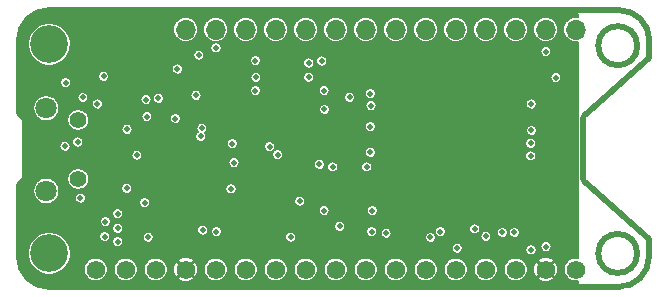
<source format=gbr>
%TF.GenerationSoftware,KiCad,Pcbnew,(6.0.0-rc1-dev-1614-ge850a482d)*%
%TF.CreationDate,2019-02-21T20:22:14-08:00*%
%TF.ProjectId,SAM32,53414d33-322e-46b6-9963-61645f706362,rev?*%
%TF.SameCoordinates,Original*%
%TF.FileFunction,Copper,L2,Inr*%
%TF.FilePolarity,Positive*%
%FSLAX46Y46*%
G04 Gerber Fmt 4.6, Leading zero omitted, Abs format (unit mm)*
G04 Created by KiCad (PCBNEW (6.0.0-rc1-dev-1614-ge850a482d)) date 2019-02-21 20:22:14*
%MOMM*%
%LPD*%
G04 APERTURE LIST*
%ADD10C,0.508000*%
%ADD11C,1.800000*%
%ADD12C,1.408000*%
%ADD13C,1.574800*%
%ADD14O,1.700000X1.700000*%
%ADD15C,3.200000*%
%ADD16C,0.508000*%
%ADD17C,0.127000*%
G04 APERTURE END LIST*
D10*
X109192060Y-106945080D02*
X109192060Y-108498640D01*
X106652060Y-111038640D02*
G75*
G03X109192060Y-108498640I0J2540000D01*
G01*
X103755076Y-102181768D02*
X109192060Y-106945080D01*
X55852060Y-96296067D02*
X56300000Y-96740000D01*
X103758052Y-96469398D02*
X109220013Y-91690000D01*
X103758039Y-96469407D02*
G75*
G03X103628512Y-96721166I160472J-241760D01*
G01*
X103755063Y-102181759D02*
G75*
G02X103625536Y-101930000I160472J241760D01*
G01*
X103625536Y-101930000D02*
X103628512Y-96721166D01*
X55852060Y-102438136D02*
X56300000Y-101994203D01*
X56300000Y-101994203D02*
G75*
G03X56361488Y-101805369I-228511J178835D01*
G01*
X56300000Y-96740000D02*
G75*
G02X56361488Y-96928834I-228511J-178835D01*
G01*
X108205221Y-90615720D02*
G75*
G03X108205221Y-90615720I-1652221J0D01*
G01*
X108205221Y-108205220D02*
G75*
G03X108205221Y-108205220I-1652221J0D01*
G01*
X109220013Y-90136440D02*
X109220013Y-91690000D01*
X55852060Y-90136440D02*
X55852060Y-96296067D01*
X106680013Y-87596440D02*
G75*
G02X109220013Y-90136440I0J-2540000D01*
G01*
X55852060Y-102438136D02*
X55852060Y-108498640D01*
X106680013Y-87596440D02*
X58392060Y-87596440D01*
X58392060Y-111038640D02*
X106652060Y-111038640D01*
X55852060Y-90136440D02*
G75*
G02X58392060Y-87596440I2540000J0D01*
G01*
X56361488Y-96928834D02*
X56361488Y-101805369D01*
X58392060Y-111038640D02*
G75*
G02X55852060Y-108498640I0J2540000D01*
G01*
D11*
X58160920Y-102905440D03*
X58160920Y-95905440D03*
D12*
X60860920Y-101905440D03*
X60860920Y-96905440D03*
D13*
X62357000Y-109565440D03*
X64897000Y-109565440D03*
X67437000Y-109565440D03*
X69977000Y-109565440D03*
X72517000Y-109565440D03*
X75057000Y-109565440D03*
X77597000Y-109565440D03*
X80137000Y-109565440D03*
X82677000Y-109565440D03*
X85217000Y-109565440D03*
X87757000Y-109565440D03*
X90297000Y-109565440D03*
X92837000Y-109565440D03*
X95377000Y-109565440D03*
X97917000Y-109565440D03*
X100457000Y-109565440D03*
X102997000Y-109565440D03*
D14*
X69977000Y-89245440D03*
X72517000Y-89245440D03*
X75057000Y-89245440D03*
X77597000Y-89245440D03*
X80137000Y-89245440D03*
X82677000Y-89245440D03*
X85217000Y-89245440D03*
X87757000Y-89245440D03*
X90297000Y-89245440D03*
X92837000Y-89245440D03*
X95377000Y-89245440D03*
X97917000Y-89245440D03*
X100457000Y-89245440D03*
X102997000Y-89245440D03*
D15*
X58420000Y-108204000D03*
X58420000Y-90487500D03*
D16*
X60832893Y-98765844D03*
X59750000Y-99119999D03*
X99780500Y-106495500D03*
X87655500Y-102090500D03*
X88450500Y-106395500D03*
X99930500Y-92105500D03*
X95758000Y-98171000D03*
X92456000Y-98171000D03*
X99260000Y-96650000D03*
X73579624Y-102008287D03*
X69710300Y-94830900D03*
X60835920Y-100705440D03*
X68376800Y-95189040D03*
X68044200Y-103962200D03*
X63855600Y-103733600D03*
X62616236Y-96215851D03*
X74061082Y-98298000D03*
X73974960Y-99872800D03*
X72542400Y-98120200D03*
X70200900Y-102044456D03*
X63060000Y-94980000D03*
X64840000Y-94160004D03*
X78930000Y-95780000D03*
X83845974Y-93705440D03*
X95909428Y-101594509D03*
X92540458Y-101594509D03*
X68180002Y-92600000D03*
X73944100Y-96647042D03*
X101809998Y-90930000D03*
X65799890Y-106339999D03*
X87655500Y-94187390D03*
X69829680Y-95483680D03*
X58240000Y-92779998D03*
X63320000Y-92260000D03*
X63319996Y-91050000D03*
X78930000Y-98200000D03*
X70730309Y-106209155D03*
X74240000Y-104920000D03*
X73862914Y-106522610D03*
X63180000Y-104550000D03*
X101590000Y-106700000D03*
X99187000Y-98869500D03*
X70844494Y-94810812D03*
X62495289Y-95548075D03*
X64987118Y-102680718D03*
X73924450Y-98905983D03*
X71343900Y-97597000D03*
X61264800Y-94996000D03*
X71247000Y-98298000D03*
X67659625Y-95072202D03*
X66689998Y-96620000D03*
X79631920Y-103775500D03*
X100470000Y-91124054D03*
X85780000Y-104590000D03*
X69270000Y-92590000D03*
X63180000Y-105515000D03*
X83005898Y-105913289D03*
X61041280Y-103515160D03*
X77088074Y-99172497D03*
X71421238Y-106229997D03*
X72575305Y-106355591D03*
X65836800Y-99881978D03*
X65003996Y-97700000D03*
X63020000Y-93210000D03*
X71089998Y-91410000D03*
X75882500Y-91884500D03*
X81480000Y-91910000D03*
X75882500Y-94424500D03*
X69100000Y-96780000D03*
X99186980Y-99949000D03*
X91530000Y-106370000D03*
X99250500Y-97790000D03*
X90694133Y-106854131D03*
X99220000Y-95549996D03*
X92949871Y-107752199D03*
X72540279Y-90802579D03*
X99206060Y-107905440D03*
X101320000Y-93330002D03*
X74062525Y-100516974D03*
X100480000Y-107640000D03*
X66789998Y-106820000D03*
X64210000Y-104850000D03*
X64209994Y-106080000D03*
X64220000Y-107200000D03*
X63113920Y-106776520D03*
X66612912Y-95171314D03*
X75920000Y-93302610D03*
X85598000Y-97472500D03*
X77760000Y-99840000D03*
X81724500Y-96012000D03*
X85661500Y-95694500D03*
X81692500Y-94424500D03*
X85610000Y-94670000D03*
X81692500Y-104584500D03*
X95390000Y-106757390D03*
X86944054Y-106489239D03*
X78870000Y-106819998D03*
X85598000Y-99631500D03*
X81279998Y-100660000D03*
X82420000Y-100879998D03*
X85300000Y-100880000D03*
X73807566Y-102743000D03*
X80390000Y-92080000D03*
X83846060Y-94975440D03*
X80390000Y-93280000D03*
X97790022Y-106426000D03*
X59817100Y-93755718D03*
X85724970Y-106362500D03*
X94450000Y-106130000D03*
X96774000Y-106426000D03*
X66497200Y-103911396D03*
D17*
G36*
X103186500Y-88193047D02*
G01*
X103049360Y-88179540D01*
X102944640Y-88179540D01*
X102788047Y-88194963D01*
X102587124Y-88255912D01*
X102401953Y-88354889D01*
X102239648Y-88488088D01*
X102106449Y-88650393D01*
X102007472Y-88835564D01*
X101946523Y-89036487D01*
X101925943Y-89245440D01*
X101946523Y-89454393D01*
X102007472Y-89655316D01*
X102106449Y-89840487D01*
X102239648Y-90002792D01*
X102401953Y-90135991D01*
X102587124Y-90234968D01*
X102788047Y-90295917D01*
X102944640Y-90311340D01*
X103049360Y-90311340D01*
X103186500Y-90297833D01*
X103186500Y-108580178D01*
X103095816Y-108562140D01*
X102898184Y-108562140D01*
X102704348Y-108600696D01*
X102521759Y-108676327D01*
X102357433Y-108786126D01*
X102217686Y-108925873D01*
X102107887Y-109090199D01*
X102032256Y-109272788D01*
X101993700Y-109466624D01*
X101993700Y-109664256D01*
X102032256Y-109858092D01*
X102107887Y-110040681D01*
X102217686Y-110205007D01*
X102357433Y-110344754D01*
X102521759Y-110454553D01*
X102704348Y-110530184D01*
X102898184Y-110568740D01*
X103095816Y-110568740D01*
X103186500Y-110550702D01*
X103186500Y-110721140D01*
X58407592Y-110721140D01*
X57960669Y-110677319D01*
X57545711Y-110552036D01*
X57162992Y-110348540D01*
X56827083Y-110074581D01*
X56550786Y-109740594D01*
X56344624Y-109359305D01*
X56216446Y-108945231D01*
X56169564Y-108499175D01*
X56169560Y-108498102D01*
X56169560Y-108025149D01*
X56604100Y-108025149D01*
X56604100Y-108382851D01*
X56673884Y-108733678D01*
X56810771Y-109064151D01*
X57009499Y-109361569D01*
X57262431Y-109614501D01*
X57559849Y-109813229D01*
X57890322Y-109950116D01*
X58241149Y-110019900D01*
X58598851Y-110019900D01*
X58949678Y-109950116D01*
X59280151Y-109813229D01*
X59577569Y-109614501D01*
X59725446Y-109466624D01*
X61353700Y-109466624D01*
X61353700Y-109664256D01*
X61392256Y-109858092D01*
X61467887Y-110040681D01*
X61577686Y-110205007D01*
X61717433Y-110344754D01*
X61881759Y-110454553D01*
X62064348Y-110530184D01*
X62258184Y-110568740D01*
X62455816Y-110568740D01*
X62649652Y-110530184D01*
X62832241Y-110454553D01*
X62996567Y-110344754D01*
X63136314Y-110205007D01*
X63246113Y-110040681D01*
X63321744Y-109858092D01*
X63360300Y-109664256D01*
X63360300Y-109466624D01*
X63893700Y-109466624D01*
X63893700Y-109664256D01*
X63932256Y-109858092D01*
X64007887Y-110040681D01*
X64117686Y-110205007D01*
X64257433Y-110344754D01*
X64421759Y-110454553D01*
X64604348Y-110530184D01*
X64798184Y-110568740D01*
X64995816Y-110568740D01*
X65189652Y-110530184D01*
X65372241Y-110454553D01*
X65536567Y-110344754D01*
X65676314Y-110205007D01*
X65786113Y-110040681D01*
X65861744Y-109858092D01*
X65900300Y-109664256D01*
X65900300Y-109466624D01*
X66433700Y-109466624D01*
X66433700Y-109664256D01*
X66472256Y-109858092D01*
X66547887Y-110040681D01*
X66657686Y-110205007D01*
X66797433Y-110344754D01*
X66961759Y-110454553D01*
X67144348Y-110530184D01*
X67338184Y-110568740D01*
X67535816Y-110568740D01*
X67729652Y-110530184D01*
X67912241Y-110454553D01*
X68076567Y-110344754D01*
X68127637Y-110293684D01*
X69302637Y-110293684D01*
X69385644Y-110444191D01*
X69568442Y-110542674D01*
X69766941Y-110603603D01*
X69973513Y-110624635D01*
X70180218Y-110604963D01*
X70379115Y-110545343D01*
X70562557Y-110448066D01*
X70568356Y-110444191D01*
X70651363Y-110293684D01*
X69977000Y-109619322D01*
X69302637Y-110293684D01*
X68127637Y-110293684D01*
X68216314Y-110205007D01*
X68326113Y-110040681D01*
X68401744Y-109858092D01*
X68440300Y-109664256D01*
X68440300Y-109561953D01*
X68917805Y-109561953D01*
X68937477Y-109768658D01*
X68997097Y-109967555D01*
X69094374Y-110150997D01*
X69098249Y-110156796D01*
X69248756Y-110239803D01*
X69923118Y-109565440D01*
X70030882Y-109565440D01*
X70705244Y-110239803D01*
X70855751Y-110156796D01*
X70954234Y-109973998D01*
X71015163Y-109775499D01*
X71036195Y-109568927D01*
X71026459Y-109466624D01*
X71513700Y-109466624D01*
X71513700Y-109664256D01*
X71552256Y-109858092D01*
X71627887Y-110040681D01*
X71737686Y-110205007D01*
X71877433Y-110344754D01*
X72041759Y-110454553D01*
X72224348Y-110530184D01*
X72418184Y-110568740D01*
X72615816Y-110568740D01*
X72809652Y-110530184D01*
X72992241Y-110454553D01*
X73156567Y-110344754D01*
X73296314Y-110205007D01*
X73406113Y-110040681D01*
X73481744Y-109858092D01*
X73520300Y-109664256D01*
X73520300Y-109466624D01*
X74053700Y-109466624D01*
X74053700Y-109664256D01*
X74092256Y-109858092D01*
X74167887Y-110040681D01*
X74277686Y-110205007D01*
X74417433Y-110344754D01*
X74581759Y-110454553D01*
X74764348Y-110530184D01*
X74958184Y-110568740D01*
X75155816Y-110568740D01*
X75349652Y-110530184D01*
X75532241Y-110454553D01*
X75696567Y-110344754D01*
X75836314Y-110205007D01*
X75946113Y-110040681D01*
X76021744Y-109858092D01*
X76060300Y-109664256D01*
X76060300Y-109466624D01*
X76593700Y-109466624D01*
X76593700Y-109664256D01*
X76632256Y-109858092D01*
X76707887Y-110040681D01*
X76817686Y-110205007D01*
X76957433Y-110344754D01*
X77121759Y-110454553D01*
X77304348Y-110530184D01*
X77498184Y-110568740D01*
X77695816Y-110568740D01*
X77889652Y-110530184D01*
X78072241Y-110454553D01*
X78236567Y-110344754D01*
X78376314Y-110205007D01*
X78486113Y-110040681D01*
X78561744Y-109858092D01*
X78600300Y-109664256D01*
X78600300Y-109466624D01*
X79133700Y-109466624D01*
X79133700Y-109664256D01*
X79172256Y-109858092D01*
X79247887Y-110040681D01*
X79357686Y-110205007D01*
X79497433Y-110344754D01*
X79661759Y-110454553D01*
X79844348Y-110530184D01*
X80038184Y-110568740D01*
X80235816Y-110568740D01*
X80429652Y-110530184D01*
X80612241Y-110454553D01*
X80776567Y-110344754D01*
X80916314Y-110205007D01*
X81026113Y-110040681D01*
X81101744Y-109858092D01*
X81140300Y-109664256D01*
X81140300Y-109466624D01*
X81673700Y-109466624D01*
X81673700Y-109664256D01*
X81712256Y-109858092D01*
X81787887Y-110040681D01*
X81897686Y-110205007D01*
X82037433Y-110344754D01*
X82201759Y-110454553D01*
X82384348Y-110530184D01*
X82578184Y-110568740D01*
X82775816Y-110568740D01*
X82969652Y-110530184D01*
X83152241Y-110454553D01*
X83316567Y-110344754D01*
X83456314Y-110205007D01*
X83566113Y-110040681D01*
X83641744Y-109858092D01*
X83680300Y-109664256D01*
X83680300Y-109466624D01*
X84213700Y-109466624D01*
X84213700Y-109664256D01*
X84252256Y-109858092D01*
X84327887Y-110040681D01*
X84437686Y-110205007D01*
X84577433Y-110344754D01*
X84741759Y-110454553D01*
X84924348Y-110530184D01*
X85118184Y-110568740D01*
X85315816Y-110568740D01*
X85509652Y-110530184D01*
X85692241Y-110454553D01*
X85856567Y-110344754D01*
X85996314Y-110205007D01*
X86106113Y-110040681D01*
X86181744Y-109858092D01*
X86220300Y-109664256D01*
X86220300Y-109466624D01*
X86753700Y-109466624D01*
X86753700Y-109664256D01*
X86792256Y-109858092D01*
X86867887Y-110040681D01*
X86977686Y-110205007D01*
X87117433Y-110344754D01*
X87281759Y-110454553D01*
X87464348Y-110530184D01*
X87658184Y-110568740D01*
X87855816Y-110568740D01*
X88049652Y-110530184D01*
X88232241Y-110454553D01*
X88396567Y-110344754D01*
X88536314Y-110205007D01*
X88646113Y-110040681D01*
X88721744Y-109858092D01*
X88760300Y-109664256D01*
X88760300Y-109466624D01*
X89293700Y-109466624D01*
X89293700Y-109664256D01*
X89332256Y-109858092D01*
X89407887Y-110040681D01*
X89517686Y-110205007D01*
X89657433Y-110344754D01*
X89821759Y-110454553D01*
X90004348Y-110530184D01*
X90198184Y-110568740D01*
X90395816Y-110568740D01*
X90589652Y-110530184D01*
X90772241Y-110454553D01*
X90936567Y-110344754D01*
X91076314Y-110205007D01*
X91186113Y-110040681D01*
X91261744Y-109858092D01*
X91300300Y-109664256D01*
X91300300Y-109466624D01*
X91833700Y-109466624D01*
X91833700Y-109664256D01*
X91872256Y-109858092D01*
X91947887Y-110040681D01*
X92057686Y-110205007D01*
X92197433Y-110344754D01*
X92361759Y-110454553D01*
X92544348Y-110530184D01*
X92738184Y-110568740D01*
X92935816Y-110568740D01*
X93129652Y-110530184D01*
X93312241Y-110454553D01*
X93476567Y-110344754D01*
X93616314Y-110205007D01*
X93726113Y-110040681D01*
X93801744Y-109858092D01*
X93840300Y-109664256D01*
X93840300Y-109466624D01*
X94373700Y-109466624D01*
X94373700Y-109664256D01*
X94412256Y-109858092D01*
X94487887Y-110040681D01*
X94597686Y-110205007D01*
X94737433Y-110344754D01*
X94901759Y-110454553D01*
X95084348Y-110530184D01*
X95278184Y-110568740D01*
X95475816Y-110568740D01*
X95669652Y-110530184D01*
X95852241Y-110454553D01*
X96016567Y-110344754D01*
X96156314Y-110205007D01*
X96266113Y-110040681D01*
X96341744Y-109858092D01*
X96380300Y-109664256D01*
X96380300Y-109466624D01*
X96913700Y-109466624D01*
X96913700Y-109664256D01*
X96952256Y-109858092D01*
X97027887Y-110040681D01*
X97137686Y-110205007D01*
X97277433Y-110344754D01*
X97441759Y-110454553D01*
X97624348Y-110530184D01*
X97818184Y-110568740D01*
X98015816Y-110568740D01*
X98209652Y-110530184D01*
X98392241Y-110454553D01*
X98556567Y-110344754D01*
X98607637Y-110293684D01*
X99782637Y-110293684D01*
X99865644Y-110444191D01*
X100048442Y-110542674D01*
X100246941Y-110603603D01*
X100453513Y-110624635D01*
X100660218Y-110604963D01*
X100859115Y-110545343D01*
X101042557Y-110448066D01*
X101048356Y-110444191D01*
X101131363Y-110293684D01*
X100457000Y-109619322D01*
X99782637Y-110293684D01*
X98607637Y-110293684D01*
X98696314Y-110205007D01*
X98806113Y-110040681D01*
X98881744Y-109858092D01*
X98920300Y-109664256D01*
X98920300Y-109561953D01*
X99397805Y-109561953D01*
X99417477Y-109768658D01*
X99477097Y-109967555D01*
X99574374Y-110150997D01*
X99578249Y-110156796D01*
X99728756Y-110239803D01*
X100403118Y-109565440D01*
X100510882Y-109565440D01*
X101185244Y-110239803D01*
X101335751Y-110156796D01*
X101434234Y-109973998D01*
X101495163Y-109775499D01*
X101516195Y-109568927D01*
X101496523Y-109362222D01*
X101436903Y-109163325D01*
X101339626Y-108979883D01*
X101335751Y-108974084D01*
X101185244Y-108891077D01*
X100510882Y-109565440D01*
X100403118Y-109565440D01*
X99728756Y-108891077D01*
X99578249Y-108974084D01*
X99479766Y-109156882D01*
X99418837Y-109355381D01*
X99397805Y-109561953D01*
X98920300Y-109561953D01*
X98920300Y-109466624D01*
X98881744Y-109272788D01*
X98806113Y-109090199D01*
X98696314Y-108925873D01*
X98607637Y-108837196D01*
X99782637Y-108837196D01*
X100457000Y-109511558D01*
X101131363Y-108837196D01*
X101048356Y-108686689D01*
X100865558Y-108588206D01*
X100667059Y-108527277D01*
X100460487Y-108506245D01*
X100253782Y-108525917D01*
X100054885Y-108585537D01*
X99871443Y-108682814D01*
X99865644Y-108686689D01*
X99782637Y-108837196D01*
X98607637Y-108837196D01*
X98556567Y-108786126D01*
X98392241Y-108676327D01*
X98209652Y-108600696D01*
X98015816Y-108562140D01*
X97818184Y-108562140D01*
X97624348Y-108600696D01*
X97441759Y-108676327D01*
X97277433Y-108786126D01*
X97137686Y-108925873D01*
X97027887Y-109090199D01*
X96952256Y-109272788D01*
X96913700Y-109466624D01*
X96380300Y-109466624D01*
X96341744Y-109272788D01*
X96266113Y-109090199D01*
X96156314Y-108925873D01*
X96016567Y-108786126D01*
X95852241Y-108676327D01*
X95669652Y-108600696D01*
X95475816Y-108562140D01*
X95278184Y-108562140D01*
X95084348Y-108600696D01*
X94901759Y-108676327D01*
X94737433Y-108786126D01*
X94597686Y-108925873D01*
X94487887Y-109090199D01*
X94412256Y-109272788D01*
X94373700Y-109466624D01*
X93840300Y-109466624D01*
X93801744Y-109272788D01*
X93726113Y-109090199D01*
X93616314Y-108925873D01*
X93476567Y-108786126D01*
X93312241Y-108676327D01*
X93129652Y-108600696D01*
X92935816Y-108562140D01*
X92738184Y-108562140D01*
X92544348Y-108600696D01*
X92361759Y-108676327D01*
X92197433Y-108786126D01*
X92057686Y-108925873D01*
X91947887Y-109090199D01*
X91872256Y-109272788D01*
X91833700Y-109466624D01*
X91300300Y-109466624D01*
X91261744Y-109272788D01*
X91186113Y-109090199D01*
X91076314Y-108925873D01*
X90936567Y-108786126D01*
X90772241Y-108676327D01*
X90589652Y-108600696D01*
X90395816Y-108562140D01*
X90198184Y-108562140D01*
X90004348Y-108600696D01*
X89821759Y-108676327D01*
X89657433Y-108786126D01*
X89517686Y-108925873D01*
X89407887Y-109090199D01*
X89332256Y-109272788D01*
X89293700Y-109466624D01*
X88760300Y-109466624D01*
X88721744Y-109272788D01*
X88646113Y-109090199D01*
X88536314Y-108925873D01*
X88396567Y-108786126D01*
X88232241Y-108676327D01*
X88049652Y-108600696D01*
X87855816Y-108562140D01*
X87658184Y-108562140D01*
X87464348Y-108600696D01*
X87281759Y-108676327D01*
X87117433Y-108786126D01*
X86977686Y-108925873D01*
X86867887Y-109090199D01*
X86792256Y-109272788D01*
X86753700Y-109466624D01*
X86220300Y-109466624D01*
X86181744Y-109272788D01*
X86106113Y-109090199D01*
X85996314Y-108925873D01*
X85856567Y-108786126D01*
X85692241Y-108676327D01*
X85509652Y-108600696D01*
X85315816Y-108562140D01*
X85118184Y-108562140D01*
X84924348Y-108600696D01*
X84741759Y-108676327D01*
X84577433Y-108786126D01*
X84437686Y-108925873D01*
X84327887Y-109090199D01*
X84252256Y-109272788D01*
X84213700Y-109466624D01*
X83680300Y-109466624D01*
X83641744Y-109272788D01*
X83566113Y-109090199D01*
X83456314Y-108925873D01*
X83316567Y-108786126D01*
X83152241Y-108676327D01*
X82969652Y-108600696D01*
X82775816Y-108562140D01*
X82578184Y-108562140D01*
X82384348Y-108600696D01*
X82201759Y-108676327D01*
X82037433Y-108786126D01*
X81897686Y-108925873D01*
X81787887Y-109090199D01*
X81712256Y-109272788D01*
X81673700Y-109466624D01*
X81140300Y-109466624D01*
X81101744Y-109272788D01*
X81026113Y-109090199D01*
X80916314Y-108925873D01*
X80776567Y-108786126D01*
X80612241Y-108676327D01*
X80429652Y-108600696D01*
X80235816Y-108562140D01*
X80038184Y-108562140D01*
X79844348Y-108600696D01*
X79661759Y-108676327D01*
X79497433Y-108786126D01*
X79357686Y-108925873D01*
X79247887Y-109090199D01*
X79172256Y-109272788D01*
X79133700Y-109466624D01*
X78600300Y-109466624D01*
X78561744Y-109272788D01*
X78486113Y-109090199D01*
X78376314Y-108925873D01*
X78236567Y-108786126D01*
X78072241Y-108676327D01*
X77889652Y-108600696D01*
X77695816Y-108562140D01*
X77498184Y-108562140D01*
X77304348Y-108600696D01*
X77121759Y-108676327D01*
X76957433Y-108786126D01*
X76817686Y-108925873D01*
X76707887Y-109090199D01*
X76632256Y-109272788D01*
X76593700Y-109466624D01*
X76060300Y-109466624D01*
X76021744Y-109272788D01*
X75946113Y-109090199D01*
X75836314Y-108925873D01*
X75696567Y-108786126D01*
X75532241Y-108676327D01*
X75349652Y-108600696D01*
X75155816Y-108562140D01*
X74958184Y-108562140D01*
X74764348Y-108600696D01*
X74581759Y-108676327D01*
X74417433Y-108786126D01*
X74277686Y-108925873D01*
X74167887Y-109090199D01*
X74092256Y-109272788D01*
X74053700Y-109466624D01*
X73520300Y-109466624D01*
X73481744Y-109272788D01*
X73406113Y-109090199D01*
X73296314Y-108925873D01*
X73156567Y-108786126D01*
X72992241Y-108676327D01*
X72809652Y-108600696D01*
X72615816Y-108562140D01*
X72418184Y-108562140D01*
X72224348Y-108600696D01*
X72041759Y-108676327D01*
X71877433Y-108786126D01*
X71737686Y-108925873D01*
X71627887Y-109090199D01*
X71552256Y-109272788D01*
X71513700Y-109466624D01*
X71026459Y-109466624D01*
X71016523Y-109362222D01*
X70956903Y-109163325D01*
X70859626Y-108979883D01*
X70855751Y-108974084D01*
X70705244Y-108891077D01*
X70030882Y-109565440D01*
X69923118Y-109565440D01*
X69248756Y-108891077D01*
X69098249Y-108974084D01*
X68999766Y-109156882D01*
X68938837Y-109355381D01*
X68917805Y-109561953D01*
X68440300Y-109561953D01*
X68440300Y-109466624D01*
X68401744Y-109272788D01*
X68326113Y-109090199D01*
X68216314Y-108925873D01*
X68127637Y-108837196D01*
X69302637Y-108837196D01*
X69977000Y-109511558D01*
X70651363Y-108837196D01*
X70568356Y-108686689D01*
X70385558Y-108588206D01*
X70187059Y-108527277D01*
X69980487Y-108506245D01*
X69773782Y-108525917D01*
X69574885Y-108585537D01*
X69391443Y-108682814D01*
X69385644Y-108686689D01*
X69302637Y-108837196D01*
X68127637Y-108837196D01*
X68076567Y-108786126D01*
X67912241Y-108676327D01*
X67729652Y-108600696D01*
X67535816Y-108562140D01*
X67338184Y-108562140D01*
X67144348Y-108600696D01*
X66961759Y-108676327D01*
X66797433Y-108786126D01*
X66657686Y-108925873D01*
X66547887Y-109090199D01*
X66472256Y-109272788D01*
X66433700Y-109466624D01*
X65900300Y-109466624D01*
X65861744Y-109272788D01*
X65786113Y-109090199D01*
X65676314Y-108925873D01*
X65536567Y-108786126D01*
X65372241Y-108676327D01*
X65189652Y-108600696D01*
X64995816Y-108562140D01*
X64798184Y-108562140D01*
X64604348Y-108600696D01*
X64421759Y-108676327D01*
X64257433Y-108786126D01*
X64117686Y-108925873D01*
X64007887Y-109090199D01*
X63932256Y-109272788D01*
X63893700Y-109466624D01*
X63360300Y-109466624D01*
X63321744Y-109272788D01*
X63246113Y-109090199D01*
X63136314Y-108925873D01*
X62996567Y-108786126D01*
X62832241Y-108676327D01*
X62649652Y-108600696D01*
X62455816Y-108562140D01*
X62258184Y-108562140D01*
X62064348Y-108600696D01*
X61881759Y-108676327D01*
X61717433Y-108786126D01*
X61577686Y-108925873D01*
X61467887Y-109090199D01*
X61392256Y-109272788D01*
X61353700Y-109466624D01*
X59725446Y-109466624D01*
X59830501Y-109361569D01*
X60029229Y-109064151D01*
X60166116Y-108733678D01*
X60235900Y-108382851D01*
X60235900Y-108025149D01*
X60172401Y-107705918D01*
X92479971Y-107705918D01*
X92479971Y-107798480D01*
X92498029Y-107889264D01*
X92533451Y-107974780D01*
X92584876Y-108051743D01*
X92650327Y-108117194D01*
X92727290Y-108168619D01*
X92812806Y-108204041D01*
X92903590Y-108222099D01*
X92996152Y-108222099D01*
X93086936Y-108204041D01*
X93172452Y-108168619D01*
X93249415Y-108117194D01*
X93314866Y-108051743D01*
X93366291Y-107974780D01*
X93401713Y-107889264D01*
X93407701Y-107859159D01*
X98736160Y-107859159D01*
X98736160Y-107951721D01*
X98754218Y-108042505D01*
X98789640Y-108128021D01*
X98841065Y-108204984D01*
X98906516Y-108270435D01*
X98983479Y-108321860D01*
X99068995Y-108357282D01*
X99159779Y-108375340D01*
X99252341Y-108375340D01*
X99343125Y-108357282D01*
X99428641Y-108321860D01*
X99505604Y-108270435D01*
X99571055Y-108204984D01*
X99622480Y-108128021D01*
X99657902Y-108042505D01*
X99675960Y-107951721D01*
X99675960Y-107859159D01*
X99657902Y-107768375D01*
X99622480Y-107682859D01*
X99571055Y-107605896D01*
X99558878Y-107593719D01*
X100010100Y-107593719D01*
X100010100Y-107686281D01*
X100028158Y-107777065D01*
X100063580Y-107862581D01*
X100115005Y-107939544D01*
X100180456Y-108004995D01*
X100257419Y-108056420D01*
X100342935Y-108091842D01*
X100433719Y-108109900D01*
X100526281Y-108109900D01*
X100617065Y-108091842D01*
X100702581Y-108056420D01*
X100779544Y-108004995D01*
X100844995Y-107939544D01*
X100896420Y-107862581D01*
X100931842Y-107777065D01*
X100949900Y-107686281D01*
X100949900Y-107593719D01*
X100931842Y-107502935D01*
X100896420Y-107417419D01*
X100844995Y-107340456D01*
X100779544Y-107275005D01*
X100702581Y-107223580D01*
X100617065Y-107188158D01*
X100526281Y-107170100D01*
X100433719Y-107170100D01*
X100342935Y-107188158D01*
X100257419Y-107223580D01*
X100180456Y-107275005D01*
X100115005Y-107340456D01*
X100063580Y-107417419D01*
X100028158Y-107502935D01*
X100010100Y-107593719D01*
X99558878Y-107593719D01*
X99505604Y-107540445D01*
X99428641Y-107489020D01*
X99343125Y-107453598D01*
X99252341Y-107435540D01*
X99159779Y-107435540D01*
X99068995Y-107453598D01*
X98983479Y-107489020D01*
X98906516Y-107540445D01*
X98841065Y-107605896D01*
X98789640Y-107682859D01*
X98754218Y-107768375D01*
X98736160Y-107859159D01*
X93407701Y-107859159D01*
X93419771Y-107798480D01*
X93419771Y-107705918D01*
X93401713Y-107615134D01*
X93366291Y-107529618D01*
X93314866Y-107452655D01*
X93249415Y-107387204D01*
X93172452Y-107335779D01*
X93086936Y-107300357D01*
X92996152Y-107282299D01*
X92903590Y-107282299D01*
X92812806Y-107300357D01*
X92727290Y-107335779D01*
X92650327Y-107387204D01*
X92584876Y-107452655D01*
X92533451Y-107529618D01*
X92498029Y-107615134D01*
X92479971Y-107705918D01*
X60172401Y-107705918D01*
X60166116Y-107674322D01*
X60029229Y-107343849D01*
X59830501Y-107046431D01*
X59577569Y-106793499D01*
X59482894Y-106730239D01*
X62644020Y-106730239D01*
X62644020Y-106822801D01*
X62662078Y-106913585D01*
X62697500Y-106999101D01*
X62748925Y-107076064D01*
X62814376Y-107141515D01*
X62891339Y-107192940D01*
X62976855Y-107228362D01*
X63067639Y-107246420D01*
X63160201Y-107246420D01*
X63250985Y-107228362D01*
X63336501Y-107192940D01*
X63395199Y-107153719D01*
X63750100Y-107153719D01*
X63750100Y-107246281D01*
X63768158Y-107337065D01*
X63803580Y-107422581D01*
X63855005Y-107499544D01*
X63920456Y-107564995D01*
X63997419Y-107616420D01*
X64082935Y-107651842D01*
X64173719Y-107669900D01*
X64266281Y-107669900D01*
X64357065Y-107651842D01*
X64442581Y-107616420D01*
X64519544Y-107564995D01*
X64584995Y-107499544D01*
X64636420Y-107422581D01*
X64671842Y-107337065D01*
X64689900Y-107246281D01*
X64689900Y-107153719D01*
X64671842Y-107062935D01*
X64636420Y-106977419D01*
X64584995Y-106900456D01*
X64519544Y-106835005D01*
X64442581Y-106783580D01*
X64418775Y-106773719D01*
X66320098Y-106773719D01*
X66320098Y-106866281D01*
X66338156Y-106957065D01*
X66373578Y-107042581D01*
X66425003Y-107119544D01*
X66490454Y-107184995D01*
X66567417Y-107236420D01*
X66652933Y-107271842D01*
X66743717Y-107289900D01*
X66836279Y-107289900D01*
X66927063Y-107271842D01*
X67012579Y-107236420D01*
X67089542Y-107184995D01*
X67154993Y-107119544D01*
X67206418Y-107042581D01*
X67241840Y-106957065D01*
X67259898Y-106866281D01*
X67259898Y-106773719D01*
X67241840Y-106682935D01*
X67206418Y-106597419D01*
X67154993Y-106520456D01*
X67089542Y-106455005D01*
X67012579Y-106403580D01*
X66927063Y-106368158D01*
X66836279Y-106350100D01*
X66743717Y-106350100D01*
X66652933Y-106368158D01*
X66567417Y-106403580D01*
X66490454Y-106455005D01*
X66425003Y-106520456D01*
X66373578Y-106597419D01*
X66338156Y-106682935D01*
X66320098Y-106773719D01*
X64418775Y-106773719D01*
X64357065Y-106748158D01*
X64266281Y-106730100D01*
X64173719Y-106730100D01*
X64082935Y-106748158D01*
X63997419Y-106783580D01*
X63920456Y-106835005D01*
X63855005Y-106900456D01*
X63803580Y-106977419D01*
X63768158Y-107062935D01*
X63750100Y-107153719D01*
X63395199Y-107153719D01*
X63413464Y-107141515D01*
X63478915Y-107076064D01*
X63530340Y-106999101D01*
X63565762Y-106913585D01*
X63583820Y-106822801D01*
X63583820Y-106730239D01*
X63565762Y-106639455D01*
X63530340Y-106553939D01*
X63478915Y-106476976D01*
X63413464Y-106411525D01*
X63336501Y-106360100D01*
X63250985Y-106324678D01*
X63160201Y-106306620D01*
X63067639Y-106306620D01*
X62976855Y-106324678D01*
X62891339Y-106360100D01*
X62814376Y-106411525D01*
X62748925Y-106476976D01*
X62697500Y-106553939D01*
X62662078Y-106639455D01*
X62644020Y-106730239D01*
X59482894Y-106730239D01*
X59280151Y-106594771D01*
X58949678Y-106457884D01*
X58598851Y-106388100D01*
X58241149Y-106388100D01*
X57890322Y-106457884D01*
X57559849Y-106594771D01*
X57262431Y-106793499D01*
X57009499Y-107046431D01*
X56810771Y-107343849D01*
X56673884Y-107674322D01*
X56604100Y-108025149D01*
X56169560Y-108025149D01*
X56169560Y-106033719D01*
X63740094Y-106033719D01*
X63740094Y-106126281D01*
X63758152Y-106217065D01*
X63793574Y-106302581D01*
X63844999Y-106379544D01*
X63910450Y-106444995D01*
X63987413Y-106496420D01*
X64072929Y-106531842D01*
X64163713Y-106549900D01*
X64256275Y-106549900D01*
X64347059Y-106531842D01*
X64432575Y-106496420D01*
X64509538Y-106444995D01*
X64574989Y-106379544D01*
X64626414Y-106302581D01*
X64661836Y-106217065D01*
X64668469Y-106183716D01*
X70951338Y-106183716D01*
X70951338Y-106276278D01*
X70969396Y-106367062D01*
X71004818Y-106452578D01*
X71056243Y-106529541D01*
X71121694Y-106594992D01*
X71198657Y-106646417D01*
X71284173Y-106681839D01*
X71374957Y-106699897D01*
X71467519Y-106699897D01*
X71558303Y-106681839D01*
X71643819Y-106646417D01*
X71720782Y-106594992D01*
X71786233Y-106529541D01*
X71837658Y-106452578D01*
X71873080Y-106367062D01*
X71884567Y-106309310D01*
X72105405Y-106309310D01*
X72105405Y-106401872D01*
X72123463Y-106492656D01*
X72158885Y-106578172D01*
X72210310Y-106655135D01*
X72275761Y-106720586D01*
X72352724Y-106772011D01*
X72438240Y-106807433D01*
X72529024Y-106825491D01*
X72621586Y-106825491D01*
X72712370Y-106807433D01*
X72793767Y-106773717D01*
X78400100Y-106773717D01*
X78400100Y-106866279D01*
X78418158Y-106957063D01*
X78453580Y-107042579D01*
X78505005Y-107119542D01*
X78570456Y-107184993D01*
X78647419Y-107236418D01*
X78732935Y-107271840D01*
X78823719Y-107289898D01*
X78916281Y-107289898D01*
X79007065Y-107271840D01*
X79092581Y-107236418D01*
X79169544Y-107184993D01*
X79234995Y-107119542D01*
X79286420Y-107042579D01*
X79321842Y-106957063D01*
X79339900Y-106866279D01*
X79339900Y-106773717D01*
X79321842Y-106682933D01*
X79286420Y-106597417D01*
X79234995Y-106520454D01*
X79169544Y-106455003D01*
X79092581Y-106403578D01*
X79007065Y-106368156D01*
X78916281Y-106350098D01*
X78823719Y-106350098D01*
X78732935Y-106368156D01*
X78647419Y-106403578D01*
X78570456Y-106455003D01*
X78505005Y-106520454D01*
X78453580Y-106597417D01*
X78418158Y-106682933D01*
X78400100Y-106773717D01*
X72793767Y-106773717D01*
X72797886Y-106772011D01*
X72874849Y-106720586D01*
X72940300Y-106655135D01*
X72991725Y-106578172D01*
X73027147Y-106492656D01*
X73045205Y-106401872D01*
X73045205Y-106309310D01*
X73027147Y-106218526D01*
X72991725Y-106133010D01*
X72940300Y-106056047D01*
X72874849Y-105990596D01*
X72797886Y-105939171D01*
X72712370Y-105903749D01*
X72621586Y-105885691D01*
X72529024Y-105885691D01*
X72438240Y-105903749D01*
X72352724Y-105939171D01*
X72275761Y-105990596D01*
X72210310Y-106056047D01*
X72158885Y-106133010D01*
X72123463Y-106218526D01*
X72105405Y-106309310D01*
X71884567Y-106309310D01*
X71891138Y-106276278D01*
X71891138Y-106183716D01*
X71873080Y-106092932D01*
X71837658Y-106007416D01*
X71786233Y-105930453D01*
X71722788Y-105867008D01*
X82535998Y-105867008D01*
X82535998Y-105959570D01*
X82554056Y-106050354D01*
X82589478Y-106135870D01*
X82640903Y-106212833D01*
X82706354Y-106278284D01*
X82783317Y-106329709D01*
X82868833Y-106365131D01*
X82959617Y-106383189D01*
X83052179Y-106383189D01*
X83142963Y-106365131D01*
X83228479Y-106329709D01*
X83248668Y-106316219D01*
X85255070Y-106316219D01*
X85255070Y-106408781D01*
X85273128Y-106499565D01*
X85308550Y-106585081D01*
X85359975Y-106662044D01*
X85425426Y-106727495D01*
X85502389Y-106778920D01*
X85587905Y-106814342D01*
X85678689Y-106832400D01*
X85771251Y-106832400D01*
X85862035Y-106814342D01*
X85947551Y-106778920D01*
X86024514Y-106727495D01*
X86089965Y-106662044D01*
X86141390Y-106585081D01*
X86176812Y-106499565D01*
X86188071Y-106442958D01*
X86474154Y-106442958D01*
X86474154Y-106535520D01*
X86492212Y-106626304D01*
X86527634Y-106711820D01*
X86579059Y-106788783D01*
X86644510Y-106854234D01*
X86721473Y-106905659D01*
X86806989Y-106941081D01*
X86897773Y-106959139D01*
X86990335Y-106959139D01*
X87081119Y-106941081D01*
X87166635Y-106905659D01*
X87243598Y-106854234D01*
X87289982Y-106807850D01*
X90224233Y-106807850D01*
X90224233Y-106900412D01*
X90242291Y-106991196D01*
X90277713Y-107076712D01*
X90329138Y-107153675D01*
X90394589Y-107219126D01*
X90471552Y-107270551D01*
X90557068Y-107305973D01*
X90647852Y-107324031D01*
X90740414Y-107324031D01*
X90831198Y-107305973D01*
X90916714Y-107270551D01*
X90993677Y-107219126D01*
X91059128Y-107153675D01*
X91110553Y-107076712D01*
X91145975Y-106991196D01*
X91164033Y-106900412D01*
X91164033Y-106807850D01*
X91145975Y-106717066D01*
X91110553Y-106631550D01*
X91059128Y-106554587D01*
X90993677Y-106489136D01*
X90916714Y-106437711D01*
X90831198Y-106402289D01*
X90740414Y-106384231D01*
X90647852Y-106384231D01*
X90557068Y-106402289D01*
X90471552Y-106437711D01*
X90394589Y-106489136D01*
X90329138Y-106554587D01*
X90277713Y-106631550D01*
X90242291Y-106717066D01*
X90224233Y-106807850D01*
X87289982Y-106807850D01*
X87309049Y-106788783D01*
X87360474Y-106711820D01*
X87395896Y-106626304D01*
X87413954Y-106535520D01*
X87413954Y-106442958D01*
X87395896Y-106352174D01*
X87384110Y-106323719D01*
X91060100Y-106323719D01*
X91060100Y-106416281D01*
X91078158Y-106507065D01*
X91113580Y-106592581D01*
X91165005Y-106669544D01*
X91230456Y-106734995D01*
X91307419Y-106786420D01*
X91392935Y-106821842D01*
X91483719Y-106839900D01*
X91576281Y-106839900D01*
X91667065Y-106821842D01*
X91752581Y-106786420D01*
X91829544Y-106734995D01*
X91853430Y-106711109D01*
X94920100Y-106711109D01*
X94920100Y-106803671D01*
X94938158Y-106894455D01*
X94973580Y-106979971D01*
X95025005Y-107056934D01*
X95090456Y-107122385D01*
X95167419Y-107173810D01*
X95252935Y-107209232D01*
X95343719Y-107227290D01*
X95436281Y-107227290D01*
X95527065Y-107209232D01*
X95612581Y-107173810D01*
X95689544Y-107122385D01*
X95754995Y-107056934D01*
X95806420Y-106979971D01*
X95841842Y-106894455D01*
X95859900Y-106803671D01*
X95859900Y-106711109D01*
X95841842Y-106620325D01*
X95806420Y-106534809D01*
X95754995Y-106457846D01*
X95689544Y-106392395D01*
X95670574Y-106379719D01*
X96304100Y-106379719D01*
X96304100Y-106472281D01*
X96322158Y-106563065D01*
X96357580Y-106648581D01*
X96409005Y-106725544D01*
X96474456Y-106790995D01*
X96551419Y-106842420D01*
X96636935Y-106877842D01*
X96727719Y-106895900D01*
X96820281Y-106895900D01*
X96911065Y-106877842D01*
X96996581Y-106842420D01*
X97073544Y-106790995D01*
X97138995Y-106725544D01*
X97190420Y-106648581D01*
X97225842Y-106563065D01*
X97243900Y-106472281D01*
X97243900Y-106379719D01*
X97320122Y-106379719D01*
X97320122Y-106472281D01*
X97338180Y-106563065D01*
X97373602Y-106648581D01*
X97425027Y-106725544D01*
X97490478Y-106790995D01*
X97567441Y-106842420D01*
X97652957Y-106877842D01*
X97743741Y-106895900D01*
X97836303Y-106895900D01*
X97927087Y-106877842D01*
X98012603Y-106842420D01*
X98089566Y-106790995D01*
X98155017Y-106725544D01*
X98206442Y-106648581D01*
X98241864Y-106563065D01*
X98259922Y-106472281D01*
X98259922Y-106379719D01*
X98241864Y-106288935D01*
X98206442Y-106203419D01*
X98155017Y-106126456D01*
X98089566Y-106061005D01*
X98012603Y-106009580D01*
X97927087Y-105974158D01*
X97836303Y-105956100D01*
X97743741Y-105956100D01*
X97652957Y-105974158D01*
X97567441Y-106009580D01*
X97490478Y-106061005D01*
X97425027Y-106126456D01*
X97373602Y-106203419D01*
X97338180Y-106288935D01*
X97320122Y-106379719D01*
X97243900Y-106379719D01*
X97225842Y-106288935D01*
X97190420Y-106203419D01*
X97138995Y-106126456D01*
X97073544Y-106061005D01*
X96996581Y-106009580D01*
X96911065Y-105974158D01*
X96820281Y-105956100D01*
X96727719Y-105956100D01*
X96636935Y-105974158D01*
X96551419Y-106009580D01*
X96474456Y-106061005D01*
X96409005Y-106126456D01*
X96357580Y-106203419D01*
X96322158Y-106288935D01*
X96304100Y-106379719D01*
X95670574Y-106379719D01*
X95612581Y-106340970D01*
X95527065Y-106305548D01*
X95436281Y-106287490D01*
X95343719Y-106287490D01*
X95252935Y-106305548D01*
X95167419Y-106340970D01*
X95090456Y-106392395D01*
X95025005Y-106457846D01*
X94973580Y-106534809D01*
X94938158Y-106620325D01*
X94920100Y-106711109D01*
X91853430Y-106711109D01*
X91894995Y-106669544D01*
X91946420Y-106592581D01*
X91981842Y-106507065D01*
X91999900Y-106416281D01*
X91999900Y-106323719D01*
X91981842Y-106232935D01*
X91946420Y-106147419D01*
X91903858Y-106083719D01*
X93980100Y-106083719D01*
X93980100Y-106176281D01*
X93998158Y-106267065D01*
X94033580Y-106352581D01*
X94085005Y-106429544D01*
X94150456Y-106494995D01*
X94227419Y-106546420D01*
X94312935Y-106581842D01*
X94403719Y-106599900D01*
X94496281Y-106599900D01*
X94587065Y-106581842D01*
X94672581Y-106546420D01*
X94749544Y-106494995D01*
X94814995Y-106429544D01*
X94866420Y-106352581D01*
X94901842Y-106267065D01*
X94919900Y-106176281D01*
X94919900Y-106083719D01*
X94901842Y-105992935D01*
X94866420Y-105907419D01*
X94814995Y-105830456D01*
X94749544Y-105765005D01*
X94672581Y-105713580D01*
X94587065Y-105678158D01*
X94496281Y-105660100D01*
X94403719Y-105660100D01*
X94312935Y-105678158D01*
X94227419Y-105713580D01*
X94150456Y-105765005D01*
X94085005Y-105830456D01*
X94033580Y-105907419D01*
X93998158Y-105992935D01*
X93980100Y-106083719D01*
X91903858Y-106083719D01*
X91894995Y-106070456D01*
X91829544Y-106005005D01*
X91752581Y-105953580D01*
X91667065Y-105918158D01*
X91576281Y-105900100D01*
X91483719Y-105900100D01*
X91392935Y-105918158D01*
X91307419Y-105953580D01*
X91230456Y-106005005D01*
X91165005Y-106070456D01*
X91113580Y-106147419D01*
X91078158Y-106232935D01*
X91060100Y-106323719D01*
X87384110Y-106323719D01*
X87360474Y-106266658D01*
X87309049Y-106189695D01*
X87243598Y-106124244D01*
X87166635Y-106072819D01*
X87081119Y-106037397D01*
X86990335Y-106019339D01*
X86897773Y-106019339D01*
X86806989Y-106037397D01*
X86721473Y-106072819D01*
X86644510Y-106124244D01*
X86579059Y-106189695D01*
X86527634Y-106266658D01*
X86492212Y-106352174D01*
X86474154Y-106442958D01*
X86188071Y-106442958D01*
X86194870Y-106408781D01*
X86194870Y-106316219D01*
X86176812Y-106225435D01*
X86141390Y-106139919D01*
X86089965Y-106062956D01*
X86024514Y-105997505D01*
X85947551Y-105946080D01*
X85862035Y-105910658D01*
X85771251Y-105892600D01*
X85678689Y-105892600D01*
X85587905Y-105910658D01*
X85502389Y-105946080D01*
X85425426Y-105997505D01*
X85359975Y-106062956D01*
X85308550Y-106139919D01*
X85273128Y-106225435D01*
X85255070Y-106316219D01*
X83248668Y-106316219D01*
X83305442Y-106278284D01*
X83370893Y-106212833D01*
X83422318Y-106135870D01*
X83457740Y-106050354D01*
X83475798Y-105959570D01*
X83475798Y-105867008D01*
X83457740Y-105776224D01*
X83422318Y-105690708D01*
X83370893Y-105613745D01*
X83305442Y-105548294D01*
X83228479Y-105496869D01*
X83142963Y-105461447D01*
X83052179Y-105443389D01*
X82959617Y-105443389D01*
X82868833Y-105461447D01*
X82783317Y-105496869D01*
X82706354Y-105548294D01*
X82640903Y-105613745D01*
X82589478Y-105690708D01*
X82554056Y-105776224D01*
X82535998Y-105867008D01*
X71722788Y-105867008D01*
X71720782Y-105865002D01*
X71643819Y-105813577D01*
X71558303Y-105778155D01*
X71467519Y-105760097D01*
X71374957Y-105760097D01*
X71284173Y-105778155D01*
X71198657Y-105813577D01*
X71121694Y-105865002D01*
X71056243Y-105930453D01*
X71004818Y-106007416D01*
X70969396Y-106092932D01*
X70951338Y-106183716D01*
X64668469Y-106183716D01*
X64679894Y-106126281D01*
X64679894Y-106033719D01*
X64661836Y-105942935D01*
X64626414Y-105857419D01*
X64574989Y-105780456D01*
X64509538Y-105715005D01*
X64432575Y-105663580D01*
X64347059Y-105628158D01*
X64256275Y-105610100D01*
X64163713Y-105610100D01*
X64072929Y-105628158D01*
X63987413Y-105663580D01*
X63910450Y-105715005D01*
X63844999Y-105780456D01*
X63793574Y-105857419D01*
X63758152Y-105942935D01*
X63740094Y-106033719D01*
X56169560Y-106033719D01*
X56169560Y-105468719D01*
X62710100Y-105468719D01*
X62710100Y-105561281D01*
X62728158Y-105652065D01*
X62763580Y-105737581D01*
X62815005Y-105814544D01*
X62880456Y-105879995D01*
X62957419Y-105931420D01*
X63042935Y-105966842D01*
X63133719Y-105984900D01*
X63226281Y-105984900D01*
X63317065Y-105966842D01*
X63402581Y-105931420D01*
X63479544Y-105879995D01*
X63544995Y-105814544D01*
X63596420Y-105737581D01*
X63631842Y-105652065D01*
X63649900Y-105561281D01*
X63649900Y-105468719D01*
X63631842Y-105377935D01*
X63596420Y-105292419D01*
X63544995Y-105215456D01*
X63479544Y-105150005D01*
X63402581Y-105098580D01*
X63317065Y-105063158D01*
X63226281Y-105045100D01*
X63133719Y-105045100D01*
X63042935Y-105063158D01*
X62957419Y-105098580D01*
X62880456Y-105150005D01*
X62815005Y-105215456D01*
X62763580Y-105292419D01*
X62728158Y-105377935D01*
X62710100Y-105468719D01*
X56169560Y-105468719D01*
X56169560Y-104803719D01*
X63740100Y-104803719D01*
X63740100Y-104896281D01*
X63758158Y-104987065D01*
X63793580Y-105072581D01*
X63845005Y-105149544D01*
X63910456Y-105214995D01*
X63987419Y-105266420D01*
X64072935Y-105301842D01*
X64163719Y-105319900D01*
X64256281Y-105319900D01*
X64347065Y-105301842D01*
X64432581Y-105266420D01*
X64509544Y-105214995D01*
X64574995Y-105149544D01*
X64626420Y-105072581D01*
X64661842Y-104987065D01*
X64679900Y-104896281D01*
X64679900Y-104803719D01*
X64661842Y-104712935D01*
X64626420Y-104627419D01*
X64574995Y-104550456D01*
X64562758Y-104538219D01*
X81222600Y-104538219D01*
X81222600Y-104630781D01*
X81240658Y-104721565D01*
X81276080Y-104807081D01*
X81327505Y-104884044D01*
X81392956Y-104949495D01*
X81469919Y-105000920D01*
X81555435Y-105036342D01*
X81646219Y-105054400D01*
X81738781Y-105054400D01*
X81829565Y-105036342D01*
X81915081Y-105000920D01*
X81992044Y-104949495D01*
X82057495Y-104884044D01*
X82108920Y-104807081D01*
X82144342Y-104721565D01*
X82162400Y-104630781D01*
X82162400Y-104543719D01*
X85310100Y-104543719D01*
X85310100Y-104636281D01*
X85328158Y-104727065D01*
X85363580Y-104812581D01*
X85415005Y-104889544D01*
X85480456Y-104954995D01*
X85557419Y-105006420D01*
X85642935Y-105041842D01*
X85733719Y-105059900D01*
X85826281Y-105059900D01*
X85917065Y-105041842D01*
X86002581Y-105006420D01*
X86079544Y-104954995D01*
X86144995Y-104889544D01*
X86196420Y-104812581D01*
X86231842Y-104727065D01*
X86249900Y-104636281D01*
X86249900Y-104543719D01*
X86231842Y-104452935D01*
X86196420Y-104367419D01*
X86144995Y-104290456D01*
X86079544Y-104225005D01*
X86002581Y-104173580D01*
X85917065Y-104138158D01*
X85826281Y-104120100D01*
X85733719Y-104120100D01*
X85642935Y-104138158D01*
X85557419Y-104173580D01*
X85480456Y-104225005D01*
X85415005Y-104290456D01*
X85363580Y-104367419D01*
X85328158Y-104452935D01*
X85310100Y-104543719D01*
X82162400Y-104543719D01*
X82162400Y-104538219D01*
X82144342Y-104447435D01*
X82108920Y-104361919D01*
X82057495Y-104284956D01*
X81992044Y-104219505D01*
X81915081Y-104168080D01*
X81829565Y-104132658D01*
X81738781Y-104114600D01*
X81646219Y-104114600D01*
X81555435Y-104132658D01*
X81469919Y-104168080D01*
X81392956Y-104219505D01*
X81327505Y-104284956D01*
X81276080Y-104361919D01*
X81240658Y-104447435D01*
X81222600Y-104538219D01*
X64562758Y-104538219D01*
X64509544Y-104485005D01*
X64432581Y-104433580D01*
X64347065Y-104398158D01*
X64256281Y-104380100D01*
X64163719Y-104380100D01*
X64072935Y-104398158D01*
X63987419Y-104433580D01*
X63910456Y-104485005D01*
X63845005Y-104550456D01*
X63793580Y-104627419D01*
X63758158Y-104712935D01*
X63740100Y-104803719D01*
X56169560Y-104803719D01*
X56169560Y-102795533D01*
X57045020Y-102795533D01*
X57045020Y-103015347D01*
X57087904Y-103230936D01*
X57172023Y-103434017D01*
X57294144Y-103616785D01*
X57449575Y-103772216D01*
X57632343Y-103894337D01*
X57835424Y-103978456D01*
X58051013Y-104021340D01*
X58270827Y-104021340D01*
X58486416Y-103978456D01*
X58689497Y-103894337D01*
X58872265Y-103772216D01*
X59027696Y-103616785D01*
X59126523Y-103468879D01*
X60571380Y-103468879D01*
X60571380Y-103561441D01*
X60589438Y-103652225D01*
X60624860Y-103737741D01*
X60676285Y-103814704D01*
X60741736Y-103880155D01*
X60818699Y-103931580D01*
X60904215Y-103967002D01*
X60994999Y-103985060D01*
X61087561Y-103985060D01*
X61178345Y-103967002D01*
X61263861Y-103931580D01*
X61340824Y-103880155D01*
X61355864Y-103865115D01*
X66027300Y-103865115D01*
X66027300Y-103957677D01*
X66045358Y-104048461D01*
X66080780Y-104133977D01*
X66132205Y-104210940D01*
X66197656Y-104276391D01*
X66274619Y-104327816D01*
X66360135Y-104363238D01*
X66450919Y-104381296D01*
X66543481Y-104381296D01*
X66634265Y-104363238D01*
X66719781Y-104327816D01*
X66796744Y-104276391D01*
X66862195Y-104210940D01*
X66913620Y-104133977D01*
X66949042Y-104048461D01*
X66967100Y-103957677D01*
X66967100Y-103865115D01*
X66949042Y-103774331D01*
X66930356Y-103729219D01*
X79162020Y-103729219D01*
X79162020Y-103821781D01*
X79180078Y-103912565D01*
X79215500Y-103998081D01*
X79266925Y-104075044D01*
X79332376Y-104140495D01*
X79409339Y-104191920D01*
X79494855Y-104227342D01*
X79585639Y-104245400D01*
X79678201Y-104245400D01*
X79768985Y-104227342D01*
X79854501Y-104191920D01*
X79931464Y-104140495D01*
X79996915Y-104075044D01*
X80048340Y-103998081D01*
X80083762Y-103912565D01*
X80101820Y-103821781D01*
X80101820Y-103729219D01*
X80083762Y-103638435D01*
X80048340Y-103552919D01*
X79996915Y-103475956D01*
X79931464Y-103410505D01*
X79854501Y-103359080D01*
X79768985Y-103323658D01*
X79678201Y-103305600D01*
X79585639Y-103305600D01*
X79494855Y-103323658D01*
X79409339Y-103359080D01*
X79332376Y-103410505D01*
X79266925Y-103475956D01*
X79215500Y-103552919D01*
X79180078Y-103638435D01*
X79162020Y-103729219D01*
X66930356Y-103729219D01*
X66913620Y-103688815D01*
X66862195Y-103611852D01*
X66796744Y-103546401D01*
X66719781Y-103494976D01*
X66634265Y-103459554D01*
X66543481Y-103441496D01*
X66450919Y-103441496D01*
X66360135Y-103459554D01*
X66274619Y-103494976D01*
X66197656Y-103546401D01*
X66132205Y-103611852D01*
X66080780Y-103688815D01*
X66045358Y-103774331D01*
X66027300Y-103865115D01*
X61355864Y-103865115D01*
X61406275Y-103814704D01*
X61457700Y-103737741D01*
X61493122Y-103652225D01*
X61511180Y-103561441D01*
X61511180Y-103468879D01*
X61493122Y-103378095D01*
X61457700Y-103292579D01*
X61406275Y-103215616D01*
X61340824Y-103150165D01*
X61263861Y-103098740D01*
X61178345Y-103063318D01*
X61087561Y-103045260D01*
X60994999Y-103045260D01*
X60904215Y-103063318D01*
X60818699Y-103098740D01*
X60741736Y-103150165D01*
X60676285Y-103215616D01*
X60624860Y-103292579D01*
X60589438Y-103378095D01*
X60571380Y-103468879D01*
X59126523Y-103468879D01*
X59149817Y-103434017D01*
X59233936Y-103230936D01*
X59276820Y-103015347D01*
X59276820Y-102795533D01*
X59233936Y-102579944D01*
X59149817Y-102376863D01*
X59027696Y-102194095D01*
X58872265Y-102038664D01*
X58689497Y-101916543D01*
X58486416Y-101832424D01*
X58398007Y-101814838D01*
X59941020Y-101814838D01*
X59941020Y-101996042D01*
X59976371Y-102173765D01*
X60045715Y-102341176D01*
X60146387Y-102491842D01*
X60274518Y-102619973D01*
X60425184Y-102720645D01*
X60592595Y-102789989D01*
X60770318Y-102825340D01*
X60951522Y-102825340D01*
X61129245Y-102789989D01*
X61296656Y-102720645D01*
X61425675Y-102634437D01*
X64517218Y-102634437D01*
X64517218Y-102726999D01*
X64535276Y-102817783D01*
X64570698Y-102903299D01*
X64622123Y-102980262D01*
X64687574Y-103045713D01*
X64764537Y-103097138D01*
X64850053Y-103132560D01*
X64940837Y-103150618D01*
X65033399Y-103150618D01*
X65124183Y-103132560D01*
X65209699Y-103097138D01*
X65286662Y-103045713D01*
X65352113Y-102980262D01*
X65403538Y-102903299D01*
X65438960Y-102817783D01*
X65457018Y-102726999D01*
X65457018Y-102696719D01*
X73337666Y-102696719D01*
X73337666Y-102789281D01*
X73355724Y-102880065D01*
X73391146Y-102965581D01*
X73442571Y-103042544D01*
X73508022Y-103107995D01*
X73584985Y-103159420D01*
X73670501Y-103194842D01*
X73761285Y-103212900D01*
X73853847Y-103212900D01*
X73944631Y-103194842D01*
X74030147Y-103159420D01*
X74107110Y-103107995D01*
X74172561Y-103042544D01*
X74223986Y-102965581D01*
X74259408Y-102880065D01*
X74277466Y-102789281D01*
X74277466Y-102696719D01*
X74259408Y-102605935D01*
X74223986Y-102520419D01*
X74172561Y-102443456D01*
X74107110Y-102378005D01*
X74030147Y-102326580D01*
X73944631Y-102291158D01*
X73853847Y-102273100D01*
X73761285Y-102273100D01*
X73670501Y-102291158D01*
X73584985Y-102326580D01*
X73508022Y-102378005D01*
X73442571Y-102443456D01*
X73391146Y-102520419D01*
X73355724Y-102605935D01*
X73337666Y-102696719D01*
X65457018Y-102696719D01*
X65457018Y-102634437D01*
X65438960Y-102543653D01*
X65403538Y-102458137D01*
X65352113Y-102381174D01*
X65286662Y-102315723D01*
X65209699Y-102264298D01*
X65124183Y-102228876D01*
X65033399Y-102210818D01*
X64940837Y-102210818D01*
X64850053Y-102228876D01*
X64764537Y-102264298D01*
X64687574Y-102315723D01*
X64622123Y-102381174D01*
X64570698Y-102458137D01*
X64535276Y-102543653D01*
X64517218Y-102634437D01*
X61425675Y-102634437D01*
X61447322Y-102619973D01*
X61575453Y-102491842D01*
X61676125Y-102341176D01*
X61745469Y-102173765D01*
X61780820Y-101996042D01*
X61780820Y-101814838D01*
X61745469Y-101637115D01*
X61676125Y-101469704D01*
X61575453Y-101319038D01*
X61447322Y-101190907D01*
X61296656Y-101090235D01*
X61129245Y-101020891D01*
X60951522Y-100985540D01*
X60770318Y-100985540D01*
X60592595Y-101020891D01*
X60425184Y-101090235D01*
X60274518Y-101190907D01*
X60146387Y-101319038D01*
X60045715Y-101469704D01*
X59976371Y-101637115D01*
X59941020Y-101814838D01*
X58398007Y-101814838D01*
X58270827Y-101789540D01*
X58051013Y-101789540D01*
X57835424Y-101832424D01*
X57632343Y-101916543D01*
X57449575Y-102038664D01*
X57294144Y-102194095D01*
X57172023Y-102376863D01*
X57087904Y-102579944D01*
X57045020Y-102795533D01*
X56169560Y-102795533D01*
X56169560Y-102570485D01*
X56534573Y-102208738D01*
X56564470Y-102172640D01*
X56570825Y-102160878D01*
X56579165Y-102148895D01*
X56590002Y-102129534D01*
X56601903Y-102110799D01*
X56603876Y-102106829D01*
X56628724Y-102055940D01*
X56638764Y-102028977D01*
X56649184Y-102002148D01*
X56650348Y-101997871D01*
X56664838Y-101943125D01*
X56669449Y-101914729D01*
X56674460Y-101886386D01*
X56674772Y-101881964D01*
X56678004Y-101830959D01*
X56678988Y-101820965D01*
X56678988Y-100470693D01*
X73592625Y-100470693D01*
X73592625Y-100563255D01*
X73610683Y-100654039D01*
X73646105Y-100739555D01*
X73697530Y-100816518D01*
X73762981Y-100881969D01*
X73839944Y-100933394D01*
X73925460Y-100968816D01*
X74016244Y-100986874D01*
X74108806Y-100986874D01*
X74199590Y-100968816D01*
X74285106Y-100933394D01*
X74362069Y-100881969D01*
X74427520Y-100816518D01*
X74478945Y-100739555D01*
X74514367Y-100654039D01*
X74522387Y-100613719D01*
X80810098Y-100613719D01*
X80810098Y-100706281D01*
X80828156Y-100797065D01*
X80863578Y-100882581D01*
X80915003Y-100959544D01*
X80980454Y-101024995D01*
X81057417Y-101076420D01*
X81142933Y-101111842D01*
X81233717Y-101129900D01*
X81326279Y-101129900D01*
X81417063Y-101111842D01*
X81502579Y-101076420D01*
X81579542Y-101024995D01*
X81644993Y-100959544D01*
X81696418Y-100882581D01*
X81716658Y-100833717D01*
X81950100Y-100833717D01*
X81950100Y-100926279D01*
X81968158Y-101017063D01*
X82003580Y-101102579D01*
X82055005Y-101179542D01*
X82120456Y-101244993D01*
X82197419Y-101296418D01*
X82282935Y-101331840D01*
X82373719Y-101349898D01*
X82466281Y-101349898D01*
X82557065Y-101331840D01*
X82642581Y-101296418D01*
X82719544Y-101244993D01*
X82784995Y-101179542D01*
X82836420Y-101102579D01*
X82871842Y-101017063D01*
X82889900Y-100926279D01*
X82889900Y-100833719D01*
X84830100Y-100833719D01*
X84830100Y-100926281D01*
X84848158Y-101017065D01*
X84883580Y-101102581D01*
X84935005Y-101179544D01*
X85000456Y-101244995D01*
X85077419Y-101296420D01*
X85162935Y-101331842D01*
X85253719Y-101349900D01*
X85346281Y-101349900D01*
X85437065Y-101331842D01*
X85522581Y-101296420D01*
X85599544Y-101244995D01*
X85664995Y-101179544D01*
X85716420Y-101102581D01*
X85751842Y-101017065D01*
X85769900Y-100926281D01*
X85769900Y-100833719D01*
X85751842Y-100742935D01*
X85716420Y-100657419D01*
X85664995Y-100580456D01*
X85599544Y-100515005D01*
X85522581Y-100463580D01*
X85437065Y-100428158D01*
X85346281Y-100410100D01*
X85253719Y-100410100D01*
X85162935Y-100428158D01*
X85077419Y-100463580D01*
X85000456Y-100515005D01*
X84935005Y-100580456D01*
X84883580Y-100657419D01*
X84848158Y-100742935D01*
X84830100Y-100833719D01*
X82889900Y-100833719D01*
X82889900Y-100833717D01*
X82871842Y-100742933D01*
X82836420Y-100657417D01*
X82784995Y-100580454D01*
X82719544Y-100515003D01*
X82642581Y-100463578D01*
X82557065Y-100428156D01*
X82466281Y-100410098D01*
X82373719Y-100410098D01*
X82282935Y-100428156D01*
X82197419Y-100463578D01*
X82120456Y-100515003D01*
X82055005Y-100580454D01*
X82003580Y-100657417D01*
X81968158Y-100742933D01*
X81950100Y-100833717D01*
X81716658Y-100833717D01*
X81731840Y-100797065D01*
X81749898Y-100706281D01*
X81749898Y-100613719D01*
X81731840Y-100522935D01*
X81696418Y-100437419D01*
X81644993Y-100360456D01*
X81579542Y-100295005D01*
X81502579Y-100243580D01*
X81417063Y-100208158D01*
X81326279Y-100190100D01*
X81233717Y-100190100D01*
X81142933Y-100208158D01*
X81057417Y-100243580D01*
X80980454Y-100295005D01*
X80915003Y-100360456D01*
X80863578Y-100437419D01*
X80828156Y-100522935D01*
X80810098Y-100613719D01*
X74522387Y-100613719D01*
X74532425Y-100563255D01*
X74532425Y-100470693D01*
X74514367Y-100379909D01*
X74478945Y-100294393D01*
X74427520Y-100217430D01*
X74362069Y-100151979D01*
X74285106Y-100100554D01*
X74199590Y-100065132D01*
X74108806Y-100047074D01*
X74016244Y-100047074D01*
X73925460Y-100065132D01*
X73839944Y-100100554D01*
X73762981Y-100151979D01*
X73697530Y-100217430D01*
X73646105Y-100294393D01*
X73610683Y-100379909D01*
X73592625Y-100470693D01*
X56678988Y-100470693D01*
X56678988Y-99835697D01*
X65366900Y-99835697D01*
X65366900Y-99928259D01*
X65384958Y-100019043D01*
X65420380Y-100104559D01*
X65471805Y-100181522D01*
X65537256Y-100246973D01*
X65614219Y-100298398D01*
X65699735Y-100333820D01*
X65790519Y-100351878D01*
X65883081Y-100351878D01*
X65973865Y-100333820D01*
X66059381Y-100298398D01*
X66136344Y-100246973D01*
X66201795Y-100181522D01*
X66253220Y-100104559D01*
X66288642Y-100019043D01*
X66306700Y-99928259D01*
X66306700Y-99835697D01*
X66298351Y-99793719D01*
X77290100Y-99793719D01*
X77290100Y-99886281D01*
X77308158Y-99977065D01*
X77343580Y-100062581D01*
X77395005Y-100139544D01*
X77460456Y-100204995D01*
X77537419Y-100256420D01*
X77622935Y-100291842D01*
X77713719Y-100309900D01*
X77806281Y-100309900D01*
X77897065Y-100291842D01*
X77982581Y-100256420D01*
X78059544Y-100204995D01*
X78124995Y-100139544D01*
X78176420Y-100062581D01*
X78211842Y-99977065D01*
X78229900Y-99886281D01*
X78229900Y-99793719D01*
X78211842Y-99702935D01*
X78176420Y-99617419D01*
X78154905Y-99585219D01*
X85128100Y-99585219D01*
X85128100Y-99677781D01*
X85146158Y-99768565D01*
X85181580Y-99854081D01*
X85233005Y-99931044D01*
X85298456Y-99996495D01*
X85375419Y-100047920D01*
X85460935Y-100083342D01*
X85551719Y-100101400D01*
X85644281Y-100101400D01*
X85735065Y-100083342D01*
X85820581Y-100047920D01*
X85897544Y-99996495D01*
X85962995Y-99931044D01*
X85981921Y-99902719D01*
X98717080Y-99902719D01*
X98717080Y-99995281D01*
X98735138Y-100086065D01*
X98770560Y-100171581D01*
X98821985Y-100248544D01*
X98887436Y-100313995D01*
X98964399Y-100365420D01*
X99049915Y-100400842D01*
X99140699Y-100418900D01*
X99233261Y-100418900D01*
X99324045Y-100400842D01*
X99409561Y-100365420D01*
X99486524Y-100313995D01*
X99551975Y-100248544D01*
X99603400Y-100171581D01*
X99638822Y-100086065D01*
X99656880Y-99995281D01*
X99656880Y-99902719D01*
X99638822Y-99811935D01*
X99603400Y-99726419D01*
X99551975Y-99649456D01*
X99486524Y-99584005D01*
X99409561Y-99532580D01*
X99324045Y-99497158D01*
X99233261Y-99479100D01*
X99140699Y-99479100D01*
X99049915Y-99497158D01*
X98964399Y-99532580D01*
X98887436Y-99584005D01*
X98821985Y-99649456D01*
X98770560Y-99726419D01*
X98735138Y-99811935D01*
X98717080Y-99902719D01*
X85981921Y-99902719D01*
X86014420Y-99854081D01*
X86049842Y-99768565D01*
X86067900Y-99677781D01*
X86067900Y-99585219D01*
X86049842Y-99494435D01*
X86014420Y-99408919D01*
X85962995Y-99331956D01*
X85897544Y-99266505D01*
X85820581Y-99215080D01*
X85735065Y-99179658D01*
X85644281Y-99161600D01*
X85551719Y-99161600D01*
X85460935Y-99179658D01*
X85375419Y-99215080D01*
X85298456Y-99266505D01*
X85233005Y-99331956D01*
X85181580Y-99408919D01*
X85146158Y-99494435D01*
X85128100Y-99585219D01*
X78154905Y-99585219D01*
X78124995Y-99540456D01*
X78059544Y-99475005D01*
X77982581Y-99423580D01*
X77897065Y-99388158D01*
X77806281Y-99370100D01*
X77713719Y-99370100D01*
X77622935Y-99388158D01*
X77537419Y-99423580D01*
X77460456Y-99475005D01*
X77395005Y-99540456D01*
X77343580Y-99617419D01*
X77308158Y-99702935D01*
X77290100Y-99793719D01*
X66298351Y-99793719D01*
X66288642Y-99744913D01*
X66253220Y-99659397D01*
X66201795Y-99582434D01*
X66136344Y-99516983D01*
X66059381Y-99465558D01*
X65973865Y-99430136D01*
X65883081Y-99412078D01*
X65790519Y-99412078D01*
X65699735Y-99430136D01*
X65614219Y-99465558D01*
X65537256Y-99516983D01*
X65471805Y-99582434D01*
X65420380Y-99659397D01*
X65384958Y-99744913D01*
X65366900Y-99835697D01*
X56678988Y-99835697D01*
X56678988Y-99073718D01*
X59280100Y-99073718D01*
X59280100Y-99166280D01*
X59298158Y-99257064D01*
X59333580Y-99342580D01*
X59385005Y-99419543D01*
X59450456Y-99484994D01*
X59527419Y-99536419D01*
X59612935Y-99571841D01*
X59703719Y-99589899D01*
X59796281Y-99589899D01*
X59887065Y-99571841D01*
X59972581Y-99536419D01*
X60049544Y-99484994D01*
X60114995Y-99419543D01*
X60166420Y-99342580D01*
X60201842Y-99257064D01*
X60219900Y-99166280D01*
X60219900Y-99073718D01*
X60201842Y-98982934D01*
X60166420Y-98897418D01*
X60114995Y-98820455D01*
X60049544Y-98755004D01*
X59996503Y-98719563D01*
X60362993Y-98719563D01*
X60362993Y-98812125D01*
X60381051Y-98902909D01*
X60416473Y-98988425D01*
X60467898Y-99065388D01*
X60533349Y-99130839D01*
X60610312Y-99182264D01*
X60695828Y-99217686D01*
X60786612Y-99235744D01*
X60879174Y-99235744D01*
X60969958Y-99217686D01*
X61055474Y-99182264D01*
X61132437Y-99130839D01*
X61197888Y-99065388D01*
X61249313Y-98988425D01*
X61284735Y-98902909D01*
X61293329Y-98859702D01*
X73454550Y-98859702D01*
X73454550Y-98952264D01*
X73472608Y-99043048D01*
X73508030Y-99128564D01*
X73559455Y-99205527D01*
X73624906Y-99270978D01*
X73701869Y-99322403D01*
X73787385Y-99357825D01*
X73878169Y-99375883D01*
X73970731Y-99375883D01*
X74061515Y-99357825D01*
X74147031Y-99322403D01*
X74223994Y-99270978D01*
X74289445Y-99205527D01*
X74340870Y-99128564D01*
X74341842Y-99126216D01*
X76618174Y-99126216D01*
X76618174Y-99218778D01*
X76636232Y-99309562D01*
X76671654Y-99395078D01*
X76723079Y-99472041D01*
X76788530Y-99537492D01*
X76865493Y-99588917D01*
X76951009Y-99624339D01*
X77041793Y-99642397D01*
X77134355Y-99642397D01*
X77225139Y-99624339D01*
X77310655Y-99588917D01*
X77387618Y-99537492D01*
X77453069Y-99472041D01*
X77504494Y-99395078D01*
X77539916Y-99309562D01*
X77557974Y-99218778D01*
X77557974Y-99126216D01*
X77539916Y-99035432D01*
X77504494Y-98949916D01*
X77453069Y-98872953D01*
X77403335Y-98823219D01*
X98717100Y-98823219D01*
X98717100Y-98915781D01*
X98735158Y-99006565D01*
X98770580Y-99092081D01*
X98822005Y-99169044D01*
X98887456Y-99234495D01*
X98964419Y-99285920D01*
X99049935Y-99321342D01*
X99140719Y-99339400D01*
X99233281Y-99339400D01*
X99324065Y-99321342D01*
X99409581Y-99285920D01*
X99486544Y-99234495D01*
X99551995Y-99169044D01*
X99603420Y-99092081D01*
X99638842Y-99006565D01*
X99656900Y-98915781D01*
X99656900Y-98823219D01*
X99638842Y-98732435D01*
X99603420Y-98646919D01*
X99551995Y-98569956D01*
X99486544Y-98504505D01*
X99409581Y-98453080D01*
X99324065Y-98417658D01*
X99233281Y-98399600D01*
X99140719Y-98399600D01*
X99049935Y-98417658D01*
X98964419Y-98453080D01*
X98887456Y-98504505D01*
X98822005Y-98569956D01*
X98770580Y-98646919D01*
X98735158Y-98732435D01*
X98717100Y-98823219D01*
X77403335Y-98823219D01*
X77387618Y-98807502D01*
X77310655Y-98756077D01*
X77225139Y-98720655D01*
X77134355Y-98702597D01*
X77041793Y-98702597D01*
X76951009Y-98720655D01*
X76865493Y-98756077D01*
X76788530Y-98807502D01*
X76723079Y-98872953D01*
X76671654Y-98949916D01*
X76636232Y-99035432D01*
X76618174Y-99126216D01*
X74341842Y-99126216D01*
X74376292Y-99043048D01*
X74394350Y-98952264D01*
X74394350Y-98859702D01*
X74376292Y-98768918D01*
X74340870Y-98683402D01*
X74289445Y-98606439D01*
X74223994Y-98540988D01*
X74147031Y-98489563D01*
X74061515Y-98454141D01*
X73970731Y-98436083D01*
X73878169Y-98436083D01*
X73787385Y-98454141D01*
X73701869Y-98489563D01*
X73624906Y-98540988D01*
X73559455Y-98606439D01*
X73508030Y-98683402D01*
X73472608Y-98768918D01*
X73454550Y-98859702D01*
X61293329Y-98859702D01*
X61302793Y-98812125D01*
X61302793Y-98719563D01*
X61284735Y-98628779D01*
X61249313Y-98543263D01*
X61197888Y-98466300D01*
X61132437Y-98400849D01*
X61055474Y-98349424D01*
X60969958Y-98314002D01*
X60879174Y-98295944D01*
X60786612Y-98295944D01*
X60695828Y-98314002D01*
X60610312Y-98349424D01*
X60533349Y-98400849D01*
X60467898Y-98466300D01*
X60416473Y-98543263D01*
X60381051Y-98628779D01*
X60362993Y-98719563D01*
X59996503Y-98719563D01*
X59972581Y-98703579D01*
X59887065Y-98668157D01*
X59796281Y-98650099D01*
X59703719Y-98650099D01*
X59612935Y-98668157D01*
X59527419Y-98703579D01*
X59450456Y-98755004D01*
X59385005Y-98820455D01*
X59333580Y-98897418D01*
X59298158Y-98982934D01*
X59280100Y-99073718D01*
X56678988Y-99073718D01*
X56678988Y-98251719D01*
X70777100Y-98251719D01*
X70777100Y-98344281D01*
X70795158Y-98435065D01*
X70830580Y-98520581D01*
X70882005Y-98597544D01*
X70947456Y-98662995D01*
X71024419Y-98714420D01*
X71109935Y-98749842D01*
X71200719Y-98767900D01*
X71293281Y-98767900D01*
X71384065Y-98749842D01*
X71469581Y-98714420D01*
X71546544Y-98662995D01*
X71611995Y-98597544D01*
X71663420Y-98520581D01*
X71698842Y-98435065D01*
X71716900Y-98344281D01*
X71716900Y-98251719D01*
X71698842Y-98160935D01*
X71663420Y-98075419D01*
X71611995Y-97998456D01*
X71602735Y-97989196D01*
X71643444Y-97961995D01*
X71708895Y-97896544D01*
X71760320Y-97819581D01*
X71795742Y-97734065D01*
X71813800Y-97643281D01*
X71813800Y-97550719D01*
X71795742Y-97459935D01*
X71781777Y-97426219D01*
X85128100Y-97426219D01*
X85128100Y-97518781D01*
X85146158Y-97609565D01*
X85181580Y-97695081D01*
X85233005Y-97772044D01*
X85298456Y-97837495D01*
X85375419Y-97888920D01*
X85460935Y-97924342D01*
X85551719Y-97942400D01*
X85644281Y-97942400D01*
X85735065Y-97924342D01*
X85820581Y-97888920D01*
X85897544Y-97837495D01*
X85962995Y-97772044D01*
X85981921Y-97743719D01*
X98780600Y-97743719D01*
X98780600Y-97836281D01*
X98798658Y-97927065D01*
X98834080Y-98012581D01*
X98885505Y-98089544D01*
X98950956Y-98154995D01*
X99027919Y-98206420D01*
X99113435Y-98241842D01*
X99204219Y-98259900D01*
X99296781Y-98259900D01*
X99387565Y-98241842D01*
X99473081Y-98206420D01*
X99550044Y-98154995D01*
X99615495Y-98089544D01*
X99666920Y-98012581D01*
X99702342Y-97927065D01*
X99720400Y-97836281D01*
X99720400Y-97743719D01*
X99702342Y-97652935D01*
X99666920Y-97567419D01*
X99615495Y-97490456D01*
X99550044Y-97425005D01*
X99473081Y-97373580D01*
X99387565Y-97338158D01*
X99296781Y-97320100D01*
X99204219Y-97320100D01*
X99113435Y-97338158D01*
X99027919Y-97373580D01*
X98950956Y-97425005D01*
X98885505Y-97490456D01*
X98834080Y-97567419D01*
X98798658Y-97652935D01*
X98780600Y-97743719D01*
X85981921Y-97743719D01*
X86014420Y-97695081D01*
X86049842Y-97609565D01*
X86067900Y-97518781D01*
X86067900Y-97426219D01*
X86049842Y-97335435D01*
X86014420Y-97249919D01*
X85962995Y-97172956D01*
X85897544Y-97107505D01*
X85820581Y-97056080D01*
X85735065Y-97020658D01*
X85644281Y-97002600D01*
X85551719Y-97002600D01*
X85460935Y-97020658D01*
X85375419Y-97056080D01*
X85298456Y-97107505D01*
X85233005Y-97172956D01*
X85181580Y-97249919D01*
X85146158Y-97335435D01*
X85128100Y-97426219D01*
X71781777Y-97426219D01*
X71760320Y-97374419D01*
X71708895Y-97297456D01*
X71643444Y-97232005D01*
X71566481Y-97180580D01*
X71480965Y-97145158D01*
X71390181Y-97127100D01*
X71297619Y-97127100D01*
X71206835Y-97145158D01*
X71121319Y-97180580D01*
X71044356Y-97232005D01*
X70978905Y-97297456D01*
X70927480Y-97374419D01*
X70892058Y-97459935D01*
X70874000Y-97550719D01*
X70874000Y-97643281D01*
X70892058Y-97734065D01*
X70927480Y-97819581D01*
X70978905Y-97896544D01*
X70988165Y-97905804D01*
X70947456Y-97933005D01*
X70882005Y-97998456D01*
X70830580Y-98075419D01*
X70795158Y-98160935D01*
X70777100Y-98251719D01*
X56678988Y-98251719D01*
X56678988Y-96913238D01*
X56678651Y-96909820D01*
X56678212Y-96889479D01*
X56675572Y-96867462D01*
X56674161Y-96845320D01*
X56673418Y-96840950D01*
X56663539Y-96785187D01*
X56655780Y-96757485D01*
X56648403Y-96729656D01*
X56646825Y-96725513D01*
X56626302Y-96672731D01*
X56613324Y-96647092D01*
X56600671Y-96621204D01*
X56598319Y-96617447D01*
X56573978Y-96579162D01*
X56564470Y-96561563D01*
X56534573Y-96525465D01*
X56169560Y-96163718D01*
X56169560Y-95795533D01*
X57045020Y-95795533D01*
X57045020Y-96015347D01*
X57087904Y-96230936D01*
X57172023Y-96434017D01*
X57294144Y-96616785D01*
X57449575Y-96772216D01*
X57632343Y-96894337D01*
X57835424Y-96978456D01*
X58051013Y-97021340D01*
X58270827Y-97021340D01*
X58486416Y-96978456D01*
X58689497Y-96894337D01*
X58808476Y-96814838D01*
X59941020Y-96814838D01*
X59941020Y-96996042D01*
X59976371Y-97173765D01*
X60045715Y-97341176D01*
X60146387Y-97491842D01*
X60274518Y-97619973D01*
X60425184Y-97720645D01*
X60592595Y-97789989D01*
X60770318Y-97825340D01*
X60951522Y-97825340D01*
X61129245Y-97789989D01*
X61296656Y-97720645D01*
X61396817Y-97653719D01*
X64534096Y-97653719D01*
X64534096Y-97746281D01*
X64552154Y-97837065D01*
X64587576Y-97922581D01*
X64639001Y-97999544D01*
X64704452Y-98064995D01*
X64781415Y-98116420D01*
X64866931Y-98151842D01*
X64957715Y-98169900D01*
X65050277Y-98169900D01*
X65141061Y-98151842D01*
X65226577Y-98116420D01*
X65303540Y-98064995D01*
X65368991Y-97999544D01*
X65420416Y-97922581D01*
X65455838Y-97837065D01*
X65473896Y-97746281D01*
X65473896Y-97653719D01*
X65455838Y-97562935D01*
X65420416Y-97477419D01*
X65368991Y-97400456D01*
X65303540Y-97335005D01*
X65226577Y-97283580D01*
X65141061Y-97248158D01*
X65050277Y-97230100D01*
X64957715Y-97230100D01*
X64866931Y-97248158D01*
X64781415Y-97283580D01*
X64704452Y-97335005D01*
X64639001Y-97400456D01*
X64587576Y-97477419D01*
X64552154Y-97562935D01*
X64534096Y-97653719D01*
X61396817Y-97653719D01*
X61447322Y-97619973D01*
X61575453Y-97491842D01*
X61676125Y-97341176D01*
X61745469Y-97173765D01*
X61780820Y-96996042D01*
X61780820Y-96814838D01*
X61745469Y-96637115D01*
X61719210Y-96573719D01*
X66220098Y-96573719D01*
X66220098Y-96666281D01*
X66238156Y-96757065D01*
X66273578Y-96842581D01*
X66325003Y-96919544D01*
X66390454Y-96984995D01*
X66467417Y-97036420D01*
X66552933Y-97071842D01*
X66643717Y-97089900D01*
X66736279Y-97089900D01*
X66827063Y-97071842D01*
X66912579Y-97036420D01*
X66989542Y-96984995D01*
X67054993Y-96919544D01*
X67106418Y-96842581D01*
X67141840Y-96757065D01*
X67146483Y-96733719D01*
X68630100Y-96733719D01*
X68630100Y-96826281D01*
X68648158Y-96917065D01*
X68683580Y-97002581D01*
X68735005Y-97079544D01*
X68800456Y-97144995D01*
X68877419Y-97196420D01*
X68962935Y-97231842D01*
X69053719Y-97249900D01*
X69146281Y-97249900D01*
X69237065Y-97231842D01*
X69322581Y-97196420D01*
X69399544Y-97144995D01*
X69464995Y-97079544D01*
X69516420Y-97002581D01*
X69551842Y-96917065D01*
X69569900Y-96826281D01*
X69569900Y-96733719D01*
X69551842Y-96642935D01*
X69516420Y-96557419D01*
X69464995Y-96480456D01*
X69399544Y-96415005D01*
X69322581Y-96363580D01*
X69237065Y-96328158D01*
X69146281Y-96310100D01*
X69053719Y-96310100D01*
X68962935Y-96328158D01*
X68877419Y-96363580D01*
X68800456Y-96415005D01*
X68735005Y-96480456D01*
X68683580Y-96557419D01*
X68648158Y-96642935D01*
X68630100Y-96733719D01*
X67146483Y-96733719D01*
X67159898Y-96666281D01*
X67159898Y-96573719D01*
X67141840Y-96482935D01*
X67106418Y-96397419D01*
X67054993Y-96320456D01*
X66989542Y-96255005D01*
X66912579Y-96203580D01*
X66827063Y-96168158D01*
X66736279Y-96150100D01*
X66643717Y-96150100D01*
X66552933Y-96168158D01*
X66467417Y-96203580D01*
X66390454Y-96255005D01*
X66325003Y-96320456D01*
X66273578Y-96397419D01*
X66238156Y-96482935D01*
X66220098Y-96573719D01*
X61719210Y-96573719D01*
X61676125Y-96469704D01*
X61575453Y-96319038D01*
X61447322Y-96190907D01*
X61296656Y-96090235D01*
X61129245Y-96020891D01*
X60951522Y-95985540D01*
X60770318Y-95985540D01*
X60592595Y-96020891D01*
X60425184Y-96090235D01*
X60274518Y-96190907D01*
X60146387Y-96319038D01*
X60045715Y-96469704D01*
X59976371Y-96637115D01*
X59941020Y-96814838D01*
X58808476Y-96814838D01*
X58872265Y-96772216D01*
X59027696Y-96616785D01*
X59149817Y-96434017D01*
X59233936Y-96230936D01*
X59276820Y-96015347D01*
X59276820Y-95795533D01*
X59233936Y-95579944D01*
X59201566Y-95501794D01*
X62025389Y-95501794D01*
X62025389Y-95594356D01*
X62043447Y-95685140D01*
X62078869Y-95770656D01*
X62130294Y-95847619D01*
X62195745Y-95913070D01*
X62272708Y-95964495D01*
X62358224Y-95999917D01*
X62449008Y-96017975D01*
X62541570Y-96017975D01*
X62632354Y-95999917D01*
X62714915Y-95965719D01*
X81254600Y-95965719D01*
X81254600Y-96058281D01*
X81272658Y-96149065D01*
X81308080Y-96234581D01*
X81359505Y-96311544D01*
X81424956Y-96376995D01*
X81501919Y-96428420D01*
X81587435Y-96463842D01*
X81678219Y-96481900D01*
X81770781Y-96481900D01*
X81861565Y-96463842D01*
X81947081Y-96428420D01*
X82024044Y-96376995D01*
X82089495Y-96311544D01*
X82140920Y-96234581D01*
X82176342Y-96149065D01*
X82194400Y-96058281D01*
X82194400Y-95965719D01*
X82176342Y-95874935D01*
X82140920Y-95789419D01*
X82089495Y-95712456D01*
X82025258Y-95648219D01*
X85191600Y-95648219D01*
X85191600Y-95740781D01*
X85209658Y-95831565D01*
X85245080Y-95917081D01*
X85296505Y-95994044D01*
X85361956Y-96059495D01*
X85438919Y-96110920D01*
X85524435Y-96146342D01*
X85615219Y-96164400D01*
X85707781Y-96164400D01*
X85798565Y-96146342D01*
X85884081Y-96110920D01*
X85961044Y-96059495D01*
X86026495Y-95994044D01*
X86077920Y-95917081D01*
X86113342Y-95831565D01*
X86131400Y-95740781D01*
X86131400Y-95648219D01*
X86113342Y-95557435D01*
X86091091Y-95503715D01*
X98750100Y-95503715D01*
X98750100Y-95596277D01*
X98768158Y-95687061D01*
X98803580Y-95772577D01*
X98855005Y-95849540D01*
X98920456Y-95914991D01*
X98997419Y-95966416D01*
X99082935Y-96001838D01*
X99173719Y-96019896D01*
X99266281Y-96019896D01*
X99357065Y-96001838D01*
X99442581Y-95966416D01*
X99519544Y-95914991D01*
X99584995Y-95849540D01*
X99636420Y-95772577D01*
X99671842Y-95687061D01*
X99689900Y-95596277D01*
X99689900Y-95503715D01*
X99671842Y-95412931D01*
X99636420Y-95327415D01*
X99584995Y-95250452D01*
X99519544Y-95185001D01*
X99442581Y-95133576D01*
X99357065Y-95098154D01*
X99266281Y-95080096D01*
X99173719Y-95080096D01*
X99082935Y-95098154D01*
X98997419Y-95133576D01*
X98920456Y-95185001D01*
X98855005Y-95250452D01*
X98803580Y-95327415D01*
X98768158Y-95412931D01*
X98750100Y-95503715D01*
X86091091Y-95503715D01*
X86077920Y-95471919D01*
X86026495Y-95394956D01*
X85961044Y-95329505D01*
X85884081Y-95278080D01*
X85798565Y-95242658D01*
X85707781Y-95224600D01*
X85615219Y-95224600D01*
X85524435Y-95242658D01*
X85438919Y-95278080D01*
X85361956Y-95329505D01*
X85296505Y-95394956D01*
X85245080Y-95471919D01*
X85209658Y-95557435D01*
X85191600Y-95648219D01*
X82025258Y-95648219D01*
X82024044Y-95647005D01*
X81947081Y-95595580D01*
X81861565Y-95560158D01*
X81770781Y-95542100D01*
X81678219Y-95542100D01*
X81587435Y-95560158D01*
X81501919Y-95595580D01*
X81424956Y-95647005D01*
X81359505Y-95712456D01*
X81308080Y-95789419D01*
X81272658Y-95874935D01*
X81254600Y-95965719D01*
X62714915Y-95965719D01*
X62717870Y-95964495D01*
X62794833Y-95913070D01*
X62860284Y-95847619D01*
X62911709Y-95770656D01*
X62947131Y-95685140D01*
X62965189Y-95594356D01*
X62965189Y-95501794D01*
X62947131Y-95411010D01*
X62911709Y-95325494D01*
X62860284Y-95248531D01*
X62794833Y-95183080D01*
X62717870Y-95131655D01*
X62701884Y-95125033D01*
X66143012Y-95125033D01*
X66143012Y-95217595D01*
X66161070Y-95308379D01*
X66196492Y-95393895D01*
X66247917Y-95470858D01*
X66313368Y-95536309D01*
X66390331Y-95587734D01*
X66475847Y-95623156D01*
X66566631Y-95641214D01*
X66659193Y-95641214D01*
X66749977Y-95623156D01*
X66835493Y-95587734D01*
X66912456Y-95536309D01*
X66977907Y-95470858D01*
X67029332Y-95393895D01*
X67064754Y-95308379D01*
X67082812Y-95217595D01*
X67082812Y-95125033D01*
X67064754Y-95034249D01*
X67061305Y-95025921D01*
X67189725Y-95025921D01*
X67189725Y-95118483D01*
X67207783Y-95209267D01*
X67243205Y-95294783D01*
X67294630Y-95371746D01*
X67360081Y-95437197D01*
X67437044Y-95488622D01*
X67522560Y-95524044D01*
X67613344Y-95542102D01*
X67705906Y-95542102D01*
X67796690Y-95524044D01*
X67882206Y-95488622D01*
X67959169Y-95437197D01*
X68024620Y-95371746D01*
X68076045Y-95294783D01*
X68111467Y-95209267D01*
X68129525Y-95118483D01*
X68129525Y-95025921D01*
X68111467Y-94935137D01*
X68076045Y-94849621D01*
X68024620Y-94772658D01*
X68016493Y-94764531D01*
X70374594Y-94764531D01*
X70374594Y-94857093D01*
X70392652Y-94947877D01*
X70428074Y-95033393D01*
X70479499Y-95110356D01*
X70544950Y-95175807D01*
X70621913Y-95227232D01*
X70707429Y-95262654D01*
X70798213Y-95280712D01*
X70890775Y-95280712D01*
X70981559Y-95262654D01*
X71067075Y-95227232D01*
X71144038Y-95175807D01*
X71209489Y-95110356D01*
X71260914Y-95033393D01*
X71296336Y-94947877D01*
X71300059Y-94929159D01*
X83376160Y-94929159D01*
X83376160Y-95021721D01*
X83394218Y-95112505D01*
X83429640Y-95198021D01*
X83481065Y-95274984D01*
X83546516Y-95340435D01*
X83623479Y-95391860D01*
X83708995Y-95427282D01*
X83799779Y-95445340D01*
X83892341Y-95445340D01*
X83983125Y-95427282D01*
X84068641Y-95391860D01*
X84145604Y-95340435D01*
X84211055Y-95274984D01*
X84262480Y-95198021D01*
X84297902Y-95112505D01*
X84315960Y-95021721D01*
X84315960Y-94929159D01*
X84297902Y-94838375D01*
X84262480Y-94752859D01*
X84211055Y-94675896D01*
X84158878Y-94623719D01*
X85140100Y-94623719D01*
X85140100Y-94716281D01*
X85158158Y-94807065D01*
X85193580Y-94892581D01*
X85245005Y-94969544D01*
X85310456Y-95034995D01*
X85387419Y-95086420D01*
X85472935Y-95121842D01*
X85563719Y-95139900D01*
X85656281Y-95139900D01*
X85747065Y-95121842D01*
X85832581Y-95086420D01*
X85909544Y-95034995D01*
X85974995Y-94969544D01*
X86026420Y-94892581D01*
X86061842Y-94807065D01*
X86079900Y-94716281D01*
X86079900Y-94623719D01*
X86061842Y-94532935D01*
X86026420Y-94447419D01*
X85974995Y-94370456D01*
X85909544Y-94305005D01*
X85832581Y-94253580D01*
X85747065Y-94218158D01*
X85656281Y-94200100D01*
X85563719Y-94200100D01*
X85472935Y-94218158D01*
X85387419Y-94253580D01*
X85310456Y-94305005D01*
X85245005Y-94370456D01*
X85193580Y-94447419D01*
X85158158Y-94532935D01*
X85140100Y-94623719D01*
X84158878Y-94623719D01*
X84145604Y-94610445D01*
X84068641Y-94559020D01*
X83983125Y-94523598D01*
X83892341Y-94505540D01*
X83799779Y-94505540D01*
X83708995Y-94523598D01*
X83623479Y-94559020D01*
X83546516Y-94610445D01*
X83481065Y-94675896D01*
X83429640Y-94752859D01*
X83394218Y-94838375D01*
X83376160Y-94929159D01*
X71300059Y-94929159D01*
X71314394Y-94857093D01*
X71314394Y-94764531D01*
X71296336Y-94673747D01*
X71260914Y-94588231D01*
X71209489Y-94511268D01*
X71144038Y-94445817D01*
X71067075Y-94394392D01*
X71028031Y-94378219D01*
X75412600Y-94378219D01*
X75412600Y-94470781D01*
X75430658Y-94561565D01*
X75466080Y-94647081D01*
X75517505Y-94724044D01*
X75582956Y-94789495D01*
X75659919Y-94840920D01*
X75745435Y-94876342D01*
X75836219Y-94894400D01*
X75928781Y-94894400D01*
X76019565Y-94876342D01*
X76105081Y-94840920D01*
X76182044Y-94789495D01*
X76247495Y-94724044D01*
X76298920Y-94647081D01*
X76334342Y-94561565D01*
X76352400Y-94470781D01*
X76352400Y-94378219D01*
X81222600Y-94378219D01*
X81222600Y-94470781D01*
X81240658Y-94561565D01*
X81276080Y-94647081D01*
X81327505Y-94724044D01*
X81392956Y-94789495D01*
X81469919Y-94840920D01*
X81555435Y-94876342D01*
X81646219Y-94894400D01*
X81738781Y-94894400D01*
X81829565Y-94876342D01*
X81915081Y-94840920D01*
X81992044Y-94789495D01*
X82057495Y-94724044D01*
X82108920Y-94647081D01*
X82144342Y-94561565D01*
X82162400Y-94470781D01*
X82162400Y-94378219D01*
X82144342Y-94287435D01*
X82108920Y-94201919D01*
X82057495Y-94124956D01*
X81992044Y-94059505D01*
X81915081Y-94008080D01*
X81829565Y-93972658D01*
X81738781Y-93954600D01*
X81646219Y-93954600D01*
X81555435Y-93972658D01*
X81469919Y-94008080D01*
X81392956Y-94059505D01*
X81327505Y-94124956D01*
X81276080Y-94201919D01*
X81240658Y-94287435D01*
X81222600Y-94378219D01*
X76352400Y-94378219D01*
X76334342Y-94287435D01*
X76298920Y-94201919D01*
X76247495Y-94124956D01*
X76182044Y-94059505D01*
X76105081Y-94008080D01*
X76019565Y-93972658D01*
X75928781Y-93954600D01*
X75836219Y-93954600D01*
X75745435Y-93972658D01*
X75659919Y-94008080D01*
X75582956Y-94059505D01*
X75517505Y-94124956D01*
X75466080Y-94201919D01*
X75430658Y-94287435D01*
X75412600Y-94378219D01*
X71028031Y-94378219D01*
X70981559Y-94358970D01*
X70890775Y-94340912D01*
X70798213Y-94340912D01*
X70707429Y-94358970D01*
X70621913Y-94394392D01*
X70544950Y-94445817D01*
X70479499Y-94511268D01*
X70428074Y-94588231D01*
X70392652Y-94673747D01*
X70374594Y-94764531D01*
X68016493Y-94764531D01*
X67959169Y-94707207D01*
X67882206Y-94655782D01*
X67796690Y-94620360D01*
X67705906Y-94602302D01*
X67613344Y-94602302D01*
X67522560Y-94620360D01*
X67437044Y-94655782D01*
X67360081Y-94707207D01*
X67294630Y-94772658D01*
X67243205Y-94849621D01*
X67207783Y-94935137D01*
X67189725Y-95025921D01*
X67061305Y-95025921D01*
X67029332Y-94948733D01*
X66977907Y-94871770D01*
X66912456Y-94806319D01*
X66835493Y-94754894D01*
X66749977Y-94719472D01*
X66659193Y-94701414D01*
X66566631Y-94701414D01*
X66475847Y-94719472D01*
X66390331Y-94754894D01*
X66313368Y-94806319D01*
X66247917Y-94871770D01*
X66196492Y-94948733D01*
X66161070Y-95034249D01*
X66143012Y-95125033D01*
X62701884Y-95125033D01*
X62632354Y-95096233D01*
X62541570Y-95078175D01*
X62449008Y-95078175D01*
X62358224Y-95096233D01*
X62272708Y-95131655D01*
X62195745Y-95183080D01*
X62130294Y-95248531D01*
X62078869Y-95325494D01*
X62043447Y-95411010D01*
X62025389Y-95501794D01*
X59201566Y-95501794D01*
X59149817Y-95376863D01*
X59027696Y-95194095D01*
X58872265Y-95038664D01*
X58739149Y-94949719D01*
X60794900Y-94949719D01*
X60794900Y-95042281D01*
X60812958Y-95133065D01*
X60848380Y-95218581D01*
X60899805Y-95295544D01*
X60965256Y-95360995D01*
X61042219Y-95412420D01*
X61127735Y-95447842D01*
X61218519Y-95465900D01*
X61311081Y-95465900D01*
X61401865Y-95447842D01*
X61487381Y-95412420D01*
X61564344Y-95360995D01*
X61629795Y-95295544D01*
X61681220Y-95218581D01*
X61716642Y-95133065D01*
X61734700Y-95042281D01*
X61734700Y-94949719D01*
X61716642Y-94858935D01*
X61681220Y-94773419D01*
X61629795Y-94696456D01*
X61564344Y-94631005D01*
X61487381Y-94579580D01*
X61401865Y-94544158D01*
X61311081Y-94526100D01*
X61218519Y-94526100D01*
X61127735Y-94544158D01*
X61042219Y-94579580D01*
X60965256Y-94631005D01*
X60899805Y-94696456D01*
X60848380Y-94773419D01*
X60812958Y-94858935D01*
X60794900Y-94949719D01*
X58739149Y-94949719D01*
X58689497Y-94916543D01*
X58486416Y-94832424D01*
X58270827Y-94789540D01*
X58051013Y-94789540D01*
X57835424Y-94832424D01*
X57632343Y-94916543D01*
X57449575Y-95038664D01*
X57294144Y-95194095D01*
X57172023Y-95376863D01*
X57087904Y-95579944D01*
X57045020Y-95795533D01*
X56169560Y-95795533D01*
X56169560Y-93709437D01*
X59347200Y-93709437D01*
X59347200Y-93801999D01*
X59365258Y-93892783D01*
X59400680Y-93978299D01*
X59452105Y-94055262D01*
X59517556Y-94120713D01*
X59594519Y-94172138D01*
X59680035Y-94207560D01*
X59770819Y-94225618D01*
X59863381Y-94225618D01*
X59954165Y-94207560D01*
X60039681Y-94172138D01*
X60116644Y-94120713D01*
X60182095Y-94055262D01*
X60233520Y-93978299D01*
X60268942Y-93892783D01*
X60287000Y-93801999D01*
X60287000Y-93709437D01*
X60268942Y-93618653D01*
X60233520Y-93533137D01*
X60182095Y-93456174D01*
X60116644Y-93390723D01*
X60039681Y-93339298D01*
X59954165Y-93303876D01*
X59863381Y-93285818D01*
X59770819Y-93285818D01*
X59680035Y-93303876D01*
X59594519Y-93339298D01*
X59517556Y-93390723D01*
X59452105Y-93456174D01*
X59400680Y-93533137D01*
X59365258Y-93618653D01*
X59347200Y-93709437D01*
X56169560Y-93709437D01*
X56169560Y-93163719D01*
X62550100Y-93163719D01*
X62550100Y-93256281D01*
X62568158Y-93347065D01*
X62603580Y-93432581D01*
X62655005Y-93509544D01*
X62720456Y-93574995D01*
X62797419Y-93626420D01*
X62882935Y-93661842D01*
X62973719Y-93679900D01*
X63066281Y-93679900D01*
X63157065Y-93661842D01*
X63242581Y-93626420D01*
X63319544Y-93574995D01*
X63384995Y-93509544D01*
X63436420Y-93432581D01*
X63471842Y-93347065D01*
X63489890Y-93256329D01*
X75450100Y-93256329D01*
X75450100Y-93348891D01*
X75468158Y-93439675D01*
X75503580Y-93525191D01*
X75555005Y-93602154D01*
X75620456Y-93667605D01*
X75697419Y-93719030D01*
X75782935Y-93754452D01*
X75873719Y-93772510D01*
X75966281Y-93772510D01*
X76057065Y-93754452D01*
X76142581Y-93719030D01*
X76219544Y-93667605D01*
X76284995Y-93602154D01*
X76336420Y-93525191D01*
X76371842Y-93439675D01*
X76389900Y-93348891D01*
X76389900Y-93256329D01*
X76385403Y-93233719D01*
X79920100Y-93233719D01*
X79920100Y-93326281D01*
X79938158Y-93417065D01*
X79973580Y-93502581D01*
X80025005Y-93579544D01*
X80090456Y-93644995D01*
X80167419Y-93696420D01*
X80252935Y-93731842D01*
X80343719Y-93749900D01*
X80436281Y-93749900D01*
X80527065Y-93731842D01*
X80612581Y-93696420D01*
X80689544Y-93644995D01*
X80754995Y-93579544D01*
X80806420Y-93502581D01*
X80841842Y-93417065D01*
X80859900Y-93326281D01*
X80859900Y-93283721D01*
X100850100Y-93283721D01*
X100850100Y-93376283D01*
X100868158Y-93467067D01*
X100903580Y-93552583D01*
X100955005Y-93629546D01*
X101020456Y-93694997D01*
X101097419Y-93746422D01*
X101182935Y-93781844D01*
X101273719Y-93799902D01*
X101366281Y-93799902D01*
X101457065Y-93781844D01*
X101542581Y-93746422D01*
X101619544Y-93694997D01*
X101684995Y-93629546D01*
X101736420Y-93552583D01*
X101771842Y-93467067D01*
X101789900Y-93376283D01*
X101789900Y-93283721D01*
X101771842Y-93192937D01*
X101736420Y-93107421D01*
X101684995Y-93030458D01*
X101619544Y-92965007D01*
X101542581Y-92913582D01*
X101457065Y-92878160D01*
X101366281Y-92860102D01*
X101273719Y-92860102D01*
X101182935Y-92878160D01*
X101097419Y-92913582D01*
X101020456Y-92965007D01*
X100955005Y-93030458D01*
X100903580Y-93107421D01*
X100868158Y-93192937D01*
X100850100Y-93283721D01*
X80859900Y-93283721D01*
X80859900Y-93233719D01*
X80841842Y-93142935D01*
X80806420Y-93057419D01*
X80754995Y-92980456D01*
X80689544Y-92915005D01*
X80612581Y-92863580D01*
X80527065Y-92828158D01*
X80436281Y-92810100D01*
X80343719Y-92810100D01*
X80252935Y-92828158D01*
X80167419Y-92863580D01*
X80090456Y-92915005D01*
X80025005Y-92980456D01*
X79973580Y-93057419D01*
X79938158Y-93142935D01*
X79920100Y-93233719D01*
X76385403Y-93233719D01*
X76371842Y-93165545D01*
X76336420Y-93080029D01*
X76284995Y-93003066D01*
X76219544Y-92937615D01*
X76142581Y-92886190D01*
X76057065Y-92850768D01*
X75966281Y-92832710D01*
X75873719Y-92832710D01*
X75782935Y-92850768D01*
X75697419Y-92886190D01*
X75620456Y-92937615D01*
X75555005Y-93003066D01*
X75503580Y-93080029D01*
X75468158Y-93165545D01*
X75450100Y-93256329D01*
X63489890Y-93256329D01*
X63489900Y-93256281D01*
X63489900Y-93163719D01*
X63471842Y-93072935D01*
X63436420Y-92987419D01*
X63384995Y-92910456D01*
X63319544Y-92845005D01*
X63242581Y-92793580D01*
X63157065Y-92758158D01*
X63066281Y-92740100D01*
X62973719Y-92740100D01*
X62882935Y-92758158D01*
X62797419Y-92793580D01*
X62720456Y-92845005D01*
X62655005Y-92910456D01*
X62603580Y-92987419D01*
X62568158Y-93072935D01*
X62550100Y-93163719D01*
X56169560Y-93163719D01*
X56169560Y-92543719D01*
X68800100Y-92543719D01*
X68800100Y-92636281D01*
X68818158Y-92727065D01*
X68853580Y-92812581D01*
X68905005Y-92889544D01*
X68970456Y-92954995D01*
X69047419Y-93006420D01*
X69132935Y-93041842D01*
X69223719Y-93059900D01*
X69316281Y-93059900D01*
X69407065Y-93041842D01*
X69492581Y-93006420D01*
X69569544Y-92954995D01*
X69634995Y-92889544D01*
X69686420Y-92812581D01*
X69721842Y-92727065D01*
X69739900Y-92636281D01*
X69739900Y-92543719D01*
X69721842Y-92452935D01*
X69686420Y-92367419D01*
X69634995Y-92290456D01*
X69569544Y-92225005D01*
X69492581Y-92173580D01*
X69407065Y-92138158D01*
X69316281Y-92120100D01*
X69223719Y-92120100D01*
X69132935Y-92138158D01*
X69047419Y-92173580D01*
X68970456Y-92225005D01*
X68905005Y-92290456D01*
X68853580Y-92367419D01*
X68818158Y-92452935D01*
X68800100Y-92543719D01*
X56169560Y-92543719D01*
X56169560Y-90308649D01*
X56604100Y-90308649D01*
X56604100Y-90666351D01*
X56673884Y-91017178D01*
X56810771Y-91347651D01*
X57009499Y-91645069D01*
X57262431Y-91898001D01*
X57559849Y-92096729D01*
X57890322Y-92233616D01*
X58241149Y-92303400D01*
X58598851Y-92303400D01*
X58949678Y-92233616D01*
X59280151Y-92096729D01*
X59577569Y-91898001D01*
X59830501Y-91645069D01*
X60018492Y-91363719D01*
X70620098Y-91363719D01*
X70620098Y-91456281D01*
X70638156Y-91547065D01*
X70673578Y-91632581D01*
X70725003Y-91709544D01*
X70790454Y-91774995D01*
X70867417Y-91826420D01*
X70952933Y-91861842D01*
X71043717Y-91879900D01*
X71136279Y-91879900D01*
X71227063Y-91861842D01*
X71284093Y-91838219D01*
X75412600Y-91838219D01*
X75412600Y-91930781D01*
X75430658Y-92021565D01*
X75466080Y-92107081D01*
X75517505Y-92184044D01*
X75582956Y-92249495D01*
X75659919Y-92300920D01*
X75745435Y-92336342D01*
X75836219Y-92354400D01*
X75928781Y-92354400D01*
X76019565Y-92336342D01*
X76105081Y-92300920D01*
X76182044Y-92249495D01*
X76247495Y-92184044D01*
X76298920Y-92107081D01*
X76329307Y-92033719D01*
X79920100Y-92033719D01*
X79920100Y-92126281D01*
X79938158Y-92217065D01*
X79973580Y-92302581D01*
X80025005Y-92379544D01*
X80090456Y-92444995D01*
X80167419Y-92496420D01*
X80252935Y-92531842D01*
X80343719Y-92549900D01*
X80436281Y-92549900D01*
X80527065Y-92531842D01*
X80612581Y-92496420D01*
X80689544Y-92444995D01*
X80754995Y-92379544D01*
X80806420Y-92302581D01*
X80841842Y-92217065D01*
X80859900Y-92126281D01*
X80859900Y-92033719D01*
X80841842Y-91942935D01*
X80809030Y-91863719D01*
X81010100Y-91863719D01*
X81010100Y-91956281D01*
X81028158Y-92047065D01*
X81063580Y-92132581D01*
X81115005Y-92209544D01*
X81180456Y-92274995D01*
X81257419Y-92326420D01*
X81342935Y-92361842D01*
X81433719Y-92379900D01*
X81526281Y-92379900D01*
X81617065Y-92361842D01*
X81702581Y-92326420D01*
X81779544Y-92274995D01*
X81844995Y-92209544D01*
X81896420Y-92132581D01*
X81931842Y-92047065D01*
X81949900Y-91956281D01*
X81949900Y-91863719D01*
X81931842Y-91772935D01*
X81896420Y-91687419D01*
X81844995Y-91610456D01*
X81779544Y-91545005D01*
X81702581Y-91493580D01*
X81617065Y-91458158D01*
X81526281Y-91440100D01*
X81433719Y-91440100D01*
X81342935Y-91458158D01*
X81257419Y-91493580D01*
X81180456Y-91545005D01*
X81115005Y-91610456D01*
X81063580Y-91687419D01*
X81028158Y-91772935D01*
X81010100Y-91863719D01*
X80809030Y-91863719D01*
X80806420Y-91857419D01*
X80754995Y-91780456D01*
X80689544Y-91715005D01*
X80612581Y-91663580D01*
X80527065Y-91628158D01*
X80436281Y-91610100D01*
X80343719Y-91610100D01*
X80252935Y-91628158D01*
X80167419Y-91663580D01*
X80090456Y-91715005D01*
X80025005Y-91780456D01*
X79973580Y-91857419D01*
X79938158Y-91942935D01*
X79920100Y-92033719D01*
X76329307Y-92033719D01*
X76334342Y-92021565D01*
X76352400Y-91930781D01*
X76352400Y-91838219D01*
X76334342Y-91747435D01*
X76298920Y-91661919D01*
X76247495Y-91584956D01*
X76182044Y-91519505D01*
X76105081Y-91468080D01*
X76019565Y-91432658D01*
X75928781Y-91414600D01*
X75836219Y-91414600D01*
X75745435Y-91432658D01*
X75659919Y-91468080D01*
X75582956Y-91519505D01*
X75517505Y-91584956D01*
X75466080Y-91661919D01*
X75430658Y-91747435D01*
X75412600Y-91838219D01*
X71284093Y-91838219D01*
X71312579Y-91826420D01*
X71389542Y-91774995D01*
X71454993Y-91709544D01*
X71506418Y-91632581D01*
X71541840Y-91547065D01*
X71559898Y-91456281D01*
X71559898Y-91363719D01*
X71541840Y-91272935D01*
X71506418Y-91187419D01*
X71454993Y-91110456D01*
X71389542Y-91045005D01*
X71312579Y-90993580D01*
X71227063Y-90958158D01*
X71136279Y-90940100D01*
X71043717Y-90940100D01*
X70952933Y-90958158D01*
X70867417Y-90993580D01*
X70790454Y-91045005D01*
X70725003Y-91110456D01*
X70673578Y-91187419D01*
X70638156Y-91272935D01*
X70620098Y-91363719D01*
X60018492Y-91363719D01*
X60029229Y-91347651D01*
X60166116Y-91017178D01*
X60218008Y-90756298D01*
X72070379Y-90756298D01*
X72070379Y-90848860D01*
X72088437Y-90939644D01*
X72123859Y-91025160D01*
X72175284Y-91102123D01*
X72240735Y-91167574D01*
X72317698Y-91218999D01*
X72403214Y-91254421D01*
X72493998Y-91272479D01*
X72586560Y-91272479D01*
X72677344Y-91254421D01*
X72762860Y-91218999D01*
X72839823Y-91167574D01*
X72905274Y-91102123D01*
X72921544Y-91077773D01*
X100000100Y-91077773D01*
X100000100Y-91170335D01*
X100018158Y-91261119D01*
X100053580Y-91346635D01*
X100105005Y-91423598D01*
X100170456Y-91489049D01*
X100247419Y-91540474D01*
X100332935Y-91575896D01*
X100423719Y-91593954D01*
X100516281Y-91593954D01*
X100607065Y-91575896D01*
X100692581Y-91540474D01*
X100769544Y-91489049D01*
X100834995Y-91423598D01*
X100886420Y-91346635D01*
X100921842Y-91261119D01*
X100939900Y-91170335D01*
X100939900Y-91077773D01*
X100921842Y-90986989D01*
X100886420Y-90901473D01*
X100834995Y-90824510D01*
X100769544Y-90759059D01*
X100692581Y-90707634D01*
X100607065Y-90672212D01*
X100516281Y-90654154D01*
X100423719Y-90654154D01*
X100332935Y-90672212D01*
X100247419Y-90707634D01*
X100170456Y-90759059D01*
X100105005Y-90824510D01*
X100053580Y-90901473D01*
X100018158Y-90986989D01*
X100000100Y-91077773D01*
X72921544Y-91077773D01*
X72956699Y-91025160D01*
X72992121Y-90939644D01*
X73010179Y-90848860D01*
X73010179Y-90756298D01*
X72992121Y-90665514D01*
X72956699Y-90579998D01*
X72905274Y-90503035D01*
X72839823Y-90437584D01*
X72762860Y-90386159D01*
X72677344Y-90350737D01*
X72586560Y-90332679D01*
X72493998Y-90332679D01*
X72403214Y-90350737D01*
X72317698Y-90386159D01*
X72240735Y-90437584D01*
X72175284Y-90503035D01*
X72123859Y-90579998D01*
X72088437Y-90665514D01*
X72070379Y-90756298D01*
X60218008Y-90756298D01*
X60235900Y-90666351D01*
X60235900Y-90308649D01*
X60166116Y-89957822D01*
X60029229Y-89627349D01*
X59830501Y-89329931D01*
X59746010Y-89245440D01*
X68905943Y-89245440D01*
X68926523Y-89454393D01*
X68987472Y-89655316D01*
X69086449Y-89840487D01*
X69219648Y-90002792D01*
X69381953Y-90135991D01*
X69567124Y-90234968D01*
X69768047Y-90295917D01*
X69924640Y-90311340D01*
X70029360Y-90311340D01*
X70185953Y-90295917D01*
X70386876Y-90234968D01*
X70572047Y-90135991D01*
X70734352Y-90002792D01*
X70867551Y-89840487D01*
X70966528Y-89655316D01*
X71027477Y-89454393D01*
X71048057Y-89245440D01*
X71445943Y-89245440D01*
X71466523Y-89454393D01*
X71527472Y-89655316D01*
X71626449Y-89840487D01*
X71759648Y-90002792D01*
X71921953Y-90135991D01*
X72107124Y-90234968D01*
X72308047Y-90295917D01*
X72464640Y-90311340D01*
X72569360Y-90311340D01*
X72725953Y-90295917D01*
X72926876Y-90234968D01*
X73112047Y-90135991D01*
X73274352Y-90002792D01*
X73407551Y-89840487D01*
X73506528Y-89655316D01*
X73567477Y-89454393D01*
X73588057Y-89245440D01*
X73985943Y-89245440D01*
X74006523Y-89454393D01*
X74067472Y-89655316D01*
X74166449Y-89840487D01*
X74299648Y-90002792D01*
X74461953Y-90135991D01*
X74647124Y-90234968D01*
X74848047Y-90295917D01*
X75004640Y-90311340D01*
X75109360Y-90311340D01*
X75265953Y-90295917D01*
X75466876Y-90234968D01*
X75652047Y-90135991D01*
X75814352Y-90002792D01*
X75947551Y-89840487D01*
X76046528Y-89655316D01*
X76107477Y-89454393D01*
X76128057Y-89245440D01*
X76525943Y-89245440D01*
X76546523Y-89454393D01*
X76607472Y-89655316D01*
X76706449Y-89840487D01*
X76839648Y-90002792D01*
X77001953Y-90135991D01*
X77187124Y-90234968D01*
X77388047Y-90295917D01*
X77544640Y-90311340D01*
X77649360Y-90311340D01*
X77805953Y-90295917D01*
X78006876Y-90234968D01*
X78192047Y-90135991D01*
X78354352Y-90002792D01*
X78487551Y-89840487D01*
X78586528Y-89655316D01*
X78647477Y-89454393D01*
X78668057Y-89245440D01*
X79065943Y-89245440D01*
X79086523Y-89454393D01*
X79147472Y-89655316D01*
X79246449Y-89840487D01*
X79379648Y-90002792D01*
X79541953Y-90135991D01*
X79727124Y-90234968D01*
X79928047Y-90295917D01*
X80084640Y-90311340D01*
X80189360Y-90311340D01*
X80345953Y-90295917D01*
X80546876Y-90234968D01*
X80732047Y-90135991D01*
X80894352Y-90002792D01*
X81027551Y-89840487D01*
X81126528Y-89655316D01*
X81187477Y-89454393D01*
X81208057Y-89245440D01*
X81605943Y-89245440D01*
X81626523Y-89454393D01*
X81687472Y-89655316D01*
X81786449Y-89840487D01*
X81919648Y-90002792D01*
X82081953Y-90135991D01*
X82267124Y-90234968D01*
X82468047Y-90295917D01*
X82624640Y-90311340D01*
X82729360Y-90311340D01*
X82885953Y-90295917D01*
X83086876Y-90234968D01*
X83272047Y-90135991D01*
X83434352Y-90002792D01*
X83567551Y-89840487D01*
X83666528Y-89655316D01*
X83727477Y-89454393D01*
X83748057Y-89245440D01*
X84145943Y-89245440D01*
X84166523Y-89454393D01*
X84227472Y-89655316D01*
X84326449Y-89840487D01*
X84459648Y-90002792D01*
X84621953Y-90135991D01*
X84807124Y-90234968D01*
X85008047Y-90295917D01*
X85164640Y-90311340D01*
X85269360Y-90311340D01*
X85425953Y-90295917D01*
X85626876Y-90234968D01*
X85812047Y-90135991D01*
X85974352Y-90002792D01*
X86107551Y-89840487D01*
X86206528Y-89655316D01*
X86267477Y-89454393D01*
X86288057Y-89245440D01*
X86685943Y-89245440D01*
X86706523Y-89454393D01*
X86767472Y-89655316D01*
X86866449Y-89840487D01*
X86999648Y-90002792D01*
X87161953Y-90135991D01*
X87347124Y-90234968D01*
X87548047Y-90295917D01*
X87704640Y-90311340D01*
X87809360Y-90311340D01*
X87965953Y-90295917D01*
X88166876Y-90234968D01*
X88352047Y-90135991D01*
X88514352Y-90002792D01*
X88647551Y-89840487D01*
X88746528Y-89655316D01*
X88807477Y-89454393D01*
X88828057Y-89245440D01*
X89225943Y-89245440D01*
X89246523Y-89454393D01*
X89307472Y-89655316D01*
X89406449Y-89840487D01*
X89539648Y-90002792D01*
X89701953Y-90135991D01*
X89887124Y-90234968D01*
X90088047Y-90295917D01*
X90244640Y-90311340D01*
X90349360Y-90311340D01*
X90505953Y-90295917D01*
X90706876Y-90234968D01*
X90892047Y-90135991D01*
X91054352Y-90002792D01*
X91187551Y-89840487D01*
X91286528Y-89655316D01*
X91347477Y-89454393D01*
X91368057Y-89245440D01*
X91765943Y-89245440D01*
X91786523Y-89454393D01*
X91847472Y-89655316D01*
X91946449Y-89840487D01*
X92079648Y-90002792D01*
X92241953Y-90135991D01*
X92427124Y-90234968D01*
X92628047Y-90295917D01*
X92784640Y-90311340D01*
X92889360Y-90311340D01*
X93045953Y-90295917D01*
X93246876Y-90234968D01*
X93432047Y-90135991D01*
X93594352Y-90002792D01*
X93727551Y-89840487D01*
X93826528Y-89655316D01*
X93887477Y-89454393D01*
X93908057Y-89245440D01*
X94305943Y-89245440D01*
X94326523Y-89454393D01*
X94387472Y-89655316D01*
X94486449Y-89840487D01*
X94619648Y-90002792D01*
X94781953Y-90135991D01*
X94967124Y-90234968D01*
X95168047Y-90295917D01*
X95324640Y-90311340D01*
X95429360Y-90311340D01*
X95585953Y-90295917D01*
X95786876Y-90234968D01*
X95972047Y-90135991D01*
X96134352Y-90002792D01*
X96267551Y-89840487D01*
X96366528Y-89655316D01*
X96427477Y-89454393D01*
X96448057Y-89245440D01*
X96845943Y-89245440D01*
X96866523Y-89454393D01*
X96927472Y-89655316D01*
X97026449Y-89840487D01*
X97159648Y-90002792D01*
X97321953Y-90135991D01*
X97507124Y-90234968D01*
X97708047Y-90295917D01*
X97864640Y-90311340D01*
X97969360Y-90311340D01*
X98125953Y-90295917D01*
X98326876Y-90234968D01*
X98512047Y-90135991D01*
X98674352Y-90002792D01*
X98807551Y-89840487D01*
X98906528Y-89655316D01*
X98967477Y-89454393D01*
X98988057Y-89245440D01*
X99385943Y-89245440D01*
X99406523Y-89454393D01*
X99467472Y-89655316D01*
X99566449Y-89840487D01*
X99699648Y-90002792D01*
X99861953Y-90135991D01*
X100047124Y-90234968D01*
X100248047Y-90295917D01*
X100404640Y-90311340D01*
X100509360Y-90311340D01*
X100665953Y-90295917D01*
X100866876Y-90234968D01*
X101052047Y-90135991D01*
X101214352Y-90002792D01*
X101347551Y-89840487D01*
X101446528Y-89655316D01*
X101507477Y-89454393D01*
X101528057Y-89245440D01*
X101507477Y-89036487D01*
X101446528Y-88835564D01*
X101347551Y-88650393D01*
X101214352Y-88488088D01*
X101052047Y-88354889D01*
X100866876Y-88255912D01*
X100665953Y-88194963D01*
X100509360Y-88179540D01*
X100404640Y-88179540D01*
X100248047Y-88194963D01*
X100047124Y-88255912D01*
X99861953Y-88354889D01*
X99699648Y-88488088D01*
X99566449Y-88650393D01*
X99467472Y-88835564D01*
X99406523Y-89036487D01*
X99385943Y-89245440D01*
X98988057Y-89245440D01*
X98967477Y-89036487D01*
X98906528Y-88835564D01*
X98807551Y-88650393D01*
X98674352Y-88488088D01*
X98512047Y-88354889D01*
X98326876Y-88255912D01*
X98125953Y-88194963D01*
X97969360Y-88179540D01*
X97864640Y-88179540D01*
X97708047Y-88194963D01*
X97507124Y-88255912D01*
X97321953Y-88354889D01*
X97159648Y-88488088D01*
X97026449Y-88650393D01*
X96927472Y-88835564D01*
X96866523Y-89036487D01*
X96845943Y-89245440D01*
X96448057Y-89245440D01*
X96427477Y-89036487D01*
X96366528Y-88835564D01*
X96267551Y-88650393D01*
X96134352Y-88488088D01*
X95972047Y-88354889D01*
X95786876Y-88255912D01*
X95585953Y-88194963D01*
X95429360Y-88179540D01*
X95324640Y-88179540D01*
X95168047Y-88194963D01*
X94967124Y-88255912D01*
X94781953Y-88354889D01*
X94619648Y-88488088D01*
X94486449Y-88650393D01*
X94387472Y-88835564D01*
X94326523Y-89036487D01*
X94305943Y-89245440D01*
X93908057Y-89245440D01*
X93887477Y-89036487D01*
X93826528Y-88835564D01*
X93727551Y-88650393D01*
X93594352Y-88488088D01*
X93432047Y-88354889D01*
X93246876Y-88255912D01*
X93045953Y-88194963D01*
X92889360Y-88179540D01*
X92784640Y-88179540D01*
X92628047Y-88194963D01*
X92427124Y-88255912D01*
X92241953Y-88354889D01*
X92079648Y-88488088D01*
X91946449Y-88650393D01*
X91847472Y-88835564D01*
X91786523Y-89036487D01*
X91765943Y-89245440D01*
X91368057Y-89245440D01*
X91347477Y-89036487D01*
X91286528Y-88835564D01*
X91187551Y-88650393D01*
X91054352Y-88488088D01*
X90892047Y-88354889D01*
X90706876Y-88255912D01*
X90505953Y-88194963D01*
X90349360Y-88179540D01*
X90244640Y-88179540D01*
X90088047Y-88194963D01*
X89887124Y-88255912D01*
X89701953Y-88354889D01*
X89539648Y-88488088D01*
X89406449Y-88650393D01*
X89307472Y-88835564D01*
X89246523Y-89036487D01*
X89225943Y-89245440D01*
X88828057Y-89245440D01*
X88807477Y-89036487D01*
X88746528Y-88835564D01*
X88647551Y-88650393D01*
X88514352Y-88488088D01*
X88352047Y-88354889D01*
X88166876Y-88255912D01*
X87965953Y-88194963D01*
X87809360Y-88179540D01*
X87704640Y-88179540D01*
X87548047Y-88194963D01*
X87347124Y-88255912D01*
X87161953Y-88354889D01*
X86999648Y-88488088D01*
X86866449Y-88650393D01*
X86767472Y-88835564D01*
X86706523Y-89036487D01*
X86685943Y-89245440D01*
X86288057Y-89245440D01*
X86267477Y-89036487D01*
X86206528Y-88835564D01*
X86107551Y-88650393D01*
X85974352Y-88488088D01*
X85812047Y-88354889D01*
X85626876Y-88255912D01*
X85425953Y-88194963D01*
X85269360Y-88179540D01*
X85164640Y-88179540D01*
X85008047Y-88194963D01*
X84807124Y-88255912D01*
X84621953Y-88354889D01*
X84459648Y-88488088D01*
X84326449Y-88650393D01*
X84227472Y-88835564D01*
X84166523Y-89036487D01*
X84145943Y-89245440D01*
X83748057Y-89245440D01*
X83727477Y-89036487D01*
X83666528Y-88835564D01*
X83567551Y-88650393D01*
X83434352Y-88488088D01*
X83272047Y-88354889D01*
X83086876Y-88255912D01*
X82885953Y-88194963D01*
X82729360Y-88179540D01*
X82624640Y-88179540D01*
X82468047Y-88194963D01*
X82267124Y-88255912D01*
X82081953Y-88354889D01*
X81919648Y-88488088D01*
X81786449Y-88650393D01*
X81687472Y-88835564D01*
X81626523Y-89036487D01*
X81605943Y-89245440D01*
X81208057Y-89245440D01*
X81187477Y-89036487D01*
X81126528Y-88835564D01*
X81027551Y-88650393D01*
X80894352Y-88488088D01*
X80732047Y-88354889D01*
X80546876Y-88255912D01*
X80345953Y-88194963D01*
X80189360Y-88179540D01*
X80084640Y-88179540D01*
X79928047Y-88194963D01*
X79727124Y-88255912D01*
X79541953Y-88354889D01*
X79379648Y-88488088D01*
X79246449Y-88650393D01*
X79147472Y-88835564D01*
X79086523Y-89036487D01*
X79065943Y-89245440D01*
X78668057Y-89245440D01*
X78647477Y-89036487D01*
X78586528Y-88835564D01*
X78487551Y-88650393D01*
X78354352Y-88488088D01*
X78192047Y-88354889D01*
X78006876Y-88255912D01*
X77805953Y-88194963D01*
X77649360Y-88179540D01*
X77544640Y-88179540D01*
X77388047Y-88194963D01*
X77187124Y-88255912D01*
X77001953Y-88354889D01*
X76839648Y-88488088D01*
X76706449Y-88650393D01*
X76607472Y-88835564D01*
X76546523Y-89036487D01*
X76525943Y-89245440D01*
X76128057Y-89245440D01*
X76107477Y-89036487D01*
X76046528Y-88835564D01*
X75947551Y-88650393D01*
X75814352Y-88488088D01*
X75652047Y-88354889D01*
X75466876Y-88255912D01*
X75265953Y-88194963D01*
X75109360Y-88179540D01*
X75004640Y-88179540D01*
X74848047Y-88194963D01*
X74647124Y-88255912D01*
X74461953Y-88354889D01*
X74299648Y-88488088D01*
X74166449Y-88650393D01*
X74067472Y-88835564D01*
X74006523Y-89036487D01*
X73985943Y-89245440D01*
X73588057Y-89245440D01*
X73567477Y-89036487D01*
X73506528Y-88835564D01*
X73407551Y-88650393D01*
X73274352Y-88488088D01*
X73112047Y-88354889D01*
X72926876Y-88255912D01*
X72725953Y-88194963D01*
X72569360Y-88179540D01*
X72464640Y-88179540D01*
X72308047Y-88194963D01*
X72107124Y-88255912D01*
X71921953Y-88354889D01*
X71759648Y-88488088D01*
X71626449Y-88650393D01*
X71527472Y-88835564D01*
X71466523Y-89036487D01*
X71445943Y-89245440D01*
X71048057Y-89245440D01*
X71027477Y-89036487D01*
X70966528Y-88835564D01*
X70867551Y-88650393D01*
X70734352Y-88488088D01*
X70572047Y-88354889D01*
X70386876Y-88255912D01*
X70185953Y-88194963D01*
X70029360Y-88179540D01*
X69924640Y-88179540D01*
X69768047Y-88194963D01*
X69567124Y-88255912D01*
X69381953Y-88354889D01*
X69219648Y-88488088D01*
X69086449Y-88650393D01*
X68987472Y-88835564D01*
X68926523Y-89036487D01*
X68905943Y-89245440D01*
X59746010Y-89245440D01*
X59577569Y-89076999D01*
X59280151Y-88878271D01*
X58949678Y-88741384D01*
X58598851Y-88671600D01*
X58241149Y-88671600D01*
X57890322Y-88741384D01*
X57559849Y-88878271D01*
X57262431Y-89076999D01*
X57009499Y-89329931D01*
X56810771Y-89627349D01*
X56673884Y-89957822D01*
X56604100Y-90308649D01*
X56169560Y-90308649D01*
X56169560Y-90151972D01*
X56213381Y-89705048D01*
X56338664Y-89290092D01*
X56542161Y-88907369D01*
X56816119Y-88571464D01*
X57150106Y-88295166D01*
X57531395Y-88089004D01*
X57945470Y-87960826D01*
X58391525Y-87913944D01*
X58392598Y-87913940D01*
X103186500Y-87913940D01*
X103186500Y-88193047D01*
X103186500Y-88193047D01*
G37*
X103186500Y-88193047D02*
X103049360Y-88179540D01*
X102944640Y-88179540D01*
X102788047Y-88194963D01*
X102587124Y-88255912D01*
X102401953Y-88354889D01*
X102239648Y-88488088D01*
X102106449Y-88650393D01*
X102007472Y-88835564D01*
X101946523Y-89036487D01*
X101925943Y-89245440D01*
X101946523Y-89454393D01*
X102007472Y-89655316D01*
X102106449Y-89840487D01*
X102239648Y-90002792D01*
X102401953Y-90135991D01*
X102587124Y-90234968D01*
X102788047Y-90295917D01*
X102944640Y-90311340D01*
X103049360Y-90311340D01*
X103186500Y-90297833D01*
X103186500Y-108580178D01*
X103095816Y-108562140D01*
X102898184Y-108562140D01*
X102704348Y-108600696D01*
X102521759Y-108676327D01*
X102357433Y-108786126D01*
X102217686Y-108925873D01*
X102107887Y-109090199D01*
X102032256Y-109272788D01*
X101993700Y-109466624D01*
X101993700Y-109664256D01*
X102032256Y-109858092D01*
X102107887Y-110040681D01*
X102217686Y-110205007D01*
X102357433Y-110344754D01*
X102521759Y-110454553D01*
X102704348Y-110530184D01*
X102898184Y-110568740D01*
X103095816Y-110568740D01*
X103186500Y-110550702D01*
X103186500Y-110721140D01*
X58407592Y-110721140D01*
X57960669Y-110677319D01*
X57545711Y-110552036D01*
X57162992Y-110348540D01*
X56827083Y-110074581D01*
X56550786Y-109740594D01*
X56344624Y-109359305D01*
X56216446Y-108945231D01*
X56169564Y-108499175D01*
X56169560Y-108498102D01*
X56169560Y-108025149D01*
X56604100Y-108025149D01*
X56604100Y-108382851D01*
X56673884Y-108733678D01*
X56810771Y-109064151D01*
X57009499Y-109361569D01*
X57262431Y-109614501D01*
X57559849Y-109813229D01*
X57890322Y-109950116D01*
X58241149Y-110019900D01*
X58598851Y-110019900D01*
X58949678Y-109950116D01*
X59280151Y-109813229D01*
X59577569Y-109614501D01*
X59725446Y-109466624D01*
X61353700Y-109466624D01*
X61353700Y-109664256D01*
X61392256Y-109858092D01*
X61467887Y-110040681D01*
X61577686Y-110205007D01*
X61717433Y-110344754D01*
X61881759Y-110454553D01*
X62064348Y-110530184D01*
X62258184Y-110568740D01*
X62455816Y-110568740D01*
X62649652Y-110530184D01*
X62832241Y-110454553D01*
X62996567Y-110344754D01*
X63136314Y-110205007D01*
X63246113Y-110040681D01*
X63321744Y-109858092D01*
X63360300Y-109664256D01*
X63360300Y-109466624D01*
X63893700Y-109466624D01*
X63893700Y-109664256D01*
X63932256Y-109858092D01*
X64007887Y-110040681D01*
X64117686Y-110205007D01*
X64257433Y-110344754D01*
X64421759Y-110454553D01*
X64604348Y-110530184D01*
X64798184Y-110568740D01*
X64995816Y-110568740D01*
X65189652Y-110530184D01*
X65372241Y-110454553D01*
X65536567Y-110344754D01*
X65676314Y-110205007D01*
X65786113Y-110040681D01*
X65861744Y-109858092D01*
X65900300Y-109664256D01*
X65900300Y-109466624D01*
X66433700Y-109466624D01*
X66433700Y-109664256D01*
X66472256Y-109858092D01*
X66547887Y-110040681D01*
X66657686Y-110205007D01*
X66797433Y-110344754D01*
X66961759Y-110454553D01*
X67144348Y-110530184D01*
X67338184Y-110568740D01*
X67535816Y-110568740D01*
X67729652Y-110530184D01*
X67912241Y-110454553D01*
X68076567Y-110344754D01*
X68127637Y-110293684D01*
X69302637Y-110293684D01*
X69385644Y-110444191D01*
X69568442Y-110542674D01*
X69766941Y-110603603D01*
X69973513Y-110624635D01*
X70180218Y-110604963D01*
X70379115Y-110545343D01*
X70562557Y-110448066D01*
X70568356Y-110444191D01*
X70651363Y-110293684D01*
X69977000Y-109619322D01*
X69302637Y-110293684D01*
X68127637Y-110293684D01*
X68216314Y-110205007D01*
X68326113Y-110040681D01*
X68401744Y-109858092D01*
X68440300Y-109664256D01*
X68440300Y-109561953D01*
X68917805Y-109561953D01*
X68937477Y-109768658D01*
X68997097Y-109967555D01*
X69094374Y-110150997D01*
X69098249Y-110156796D01*
X69248756Y-110239803D01*
X69923118Y-109565440D01*
X70030882Y-109565440D01*
X70705244Y-110239803D01*
X70855751Y-110156796D01*
X70954234Y-109973998D01*
X71015163Y-109775499D01*
X71036195Y-109568927D01*
X71026459Y-109466624D01*
X71513700Y-109466624D01*
X71513700Y-109664256D01*
X71552256Y-109858092D01*
X71627887Y-110040681D01*
X71737686Y-110205007D01*
X71877433Y-110344754D01*
X72041759Y-110454553D01*
X72224348Y-110530184D01*
X72418184Y-110568740D01*
X72615816Y-110568740D01*
X72809652Y-110530184D01*
X72992241Y-110454553D01*
X73156567Y-110344754D01*
X73296314Y-110205007D01*
X73406113Y-110040681D01*
X73481744Y-109858092D01*
X73520300Y-109664256D01*
X73520300Y-109466624D01*
X74053700Y-109466624D01*
X74053700Y-109664256D01*
X74092256Y-109858092D01*
X74167887Y-110040681D01*
X74277686Y-110205007D01*
X74417433Y-110344754D01*
X74581759Y-110454553D01*
X74764348Y-110530184D01*
X74958184Y-110568740D01*
X75155816Y-110568740D01*
X75349652Y-110530184D01*
X75532241Y-110454553D01*
X75696567Y-110344754D01*
X75836314Y-110205007D01*
X75946113Y-110040681D01*
X76021744Y-109858092D01*
X76060300Y-109664256D01*
X76060300Y-109466624D01*
X76593700Y-109466624D01*
X76593700Y-109664256D01*
X76632256Y-109858092D01*
X76707887Y-110040681D01*
X76817686Y-110205007D01*
X76957433Y-110344754D01*
X77121759Y-110454553D01*
X77304348Y-110530184D01*
X77498184Y-110568740D01*
X77695816Y-110568740D01*
X77889652Y-110530184D01*
X78072241Y-110454553D01*
X78236567Y-110344754D01*
X78376314Y-110205007D01*
X78486113Y-110040681D01*
X78561744Y-109858092D01*
X78600300Y-109664256D01*
X78600300Y-109466624D01*
X79133700Y-109466624D01*
X79133700Y-109664256D01*
X79172256Y-109858092D01*
X79247887Y-110040681D01*
X79357686Y-110205007D01*
X79497433Y-110344754D01*
X79661759Y-110454553D01*
X79844348Y-110530184D01*
X80038184Y-110568740D01*
X80235816Y-110568740D01*
X80429652Y-110530184D01*
X80612241Y-110454553D01*
X80776567Y-110344754D01*
X80916314Y-110205007D01*
X81026113Y-110040681D01*
X81101744Y-109858092D01*
X81140300Y-109664256D01*
X81140300Y-109466624D01*
X81673700Y-109466624D01*
X81673700Y-109664256D01*
X81712256Y-109858092D01*
X81787887Y-110040681D01*
X81897686Y-110205007D01*
X82037433Y-110344754D01*
X82201759Y-110454553D01*
X82384348Y-110530184D01*
X82578184Y-110568740D01*
X82775816Y-110568740D01*
X82969652Y-110530184D01*
X83152241Y-110454553D01*
X83316567Y-110344754D01*
X83456314Y-110205007D01*
X83566113Y-110040681D01*
X83641744Y-109858092D01*
X83680300Y-109664256D01*
X83680300Y-109466624D01*
X84213700Y-109466624D01*
X84213700Y-109664256D01*
X84252256Y-109858092D01*
X84327887Y-110040681D01*
X84437686Y-110205007D01*
X84577433Y-110344754D01*
X84741759Y-110454553D01*
X84924348Y-110530184D01*
X85118184Y-110568740D01*
X85315816Y-110568740D01*
X85509652Y-110530184D01*
X85692241Y-110454553D01*
X85856567Y-110344754D01*
X85996314Y-110205007D01*
X86106113Y-110040681D01*
X86181744Y-109858092D01*
X86220300Y-109664256D01*
X86220300Y-109466624D01*
X86753700Y-109466624D01*
X86753700Y-109664256D01*
X86792256Y-109858092D01*
X86867887Y-110040681D01*
X86977686Y-110205007D01*
X87117433Y-110344754D01*
X87281759Y-110454553D01*
X87464348Y-110530184D01*
X87658184Y-110568740D01*
X87855816Y-110568740D01*
X88049652Y-110530184D01*
X88232241Y-110454553D01*
X88396567Y-110344754D01*
X88536314Y-110205007D01*
X88646113Y-110040681D01*
X88721744Y-109858092D01*
X88760300Y-109664256D01*
X88760300Y-109466624D01*
X89293700Y-109466624D01*
X89293700Y-109664256D01*
X89332256Y-109858092D01*
X89407887Y-110040681D01*
X89517686Y-110205007D01*
X89657433Y-110344754D01*
X89821759Y-110454553D01*
X90004348Y-110530184D01*
X90198184Y-110568740D01*
X90395816Y-110568740D01*
X90589652Y-110530184D01*
X90772241Y-110454553D01*
X90936567Y-110344754D01*
X91076314Y-110205007D01*
X91186113Y-110040681D01*
X91261744Y-109858092D01*
X91300300Y-109664256D01*
X91300300Y-109466624D01*
X91833700Y-109466624D01*
X91833700Y-109664256D01*
X91872256Y-109858092D01*
X91947887Y-110040681D01*
X92057686Y-110205007D01*
X92197433Y-110344754D01*
X92361759Y-110454553D01*
X92544348Y-110530184D01*
X92738184Y-110568740D01*
X92935816Y-110568740D01*
X93129652Y-110530184D01*
X93312241Y-110454553D01*
X93476567Y-110344754D01*
X93616314Y-110205007D01*
X93726113Y-110040681D01*
X93801744Y-109858092D01*
X93840300Y-109664256D01*
X93840300Y-109466624D01*
X94373700Y-109466624D01*
X94373700Y-109664256D01*
X94412256Y-109858092D01*
X94487887Y-110040681D01*
X94597686Y-110205007D01*
X94737433Y-110344754D01*
X94901759Y-110454553D01*
X95084348Y-110530184D01*
X95278184Y-110568740D01*
X95475816Y-110568740D01*
X95669652Y-110530184D01*
X95852241Y-110454553D01*
X96016567Y-110344754D01*
X96156314Y-110205007D01*
X96266113Y-110040681D01*
X96341744Y-109858092D01*
X96380300Y-109664256D01*
X96380300Y-109466624D01*
X96913700Y-109466624D01*
X96913700Y-109664256D01*
X96952256Y-109858092D01*
X97027887Y-110040681D01*
X97137686Y-110205007D01*
X97277433Y-110344754D01*
X97441759Y-110454553D01*
X97624348Y-110530184D01*
X97818184Y-110568740D01*
X98015816Y-110568740D01*
X98209652Y-110530184D01*
X98392241Y-110454553D01*
X98556567Y-110344754D01*
X98607637Y-110293684D01*
X99782637Y-110293684D01*
X99865644Y-110444191D01*
X100048442Y-110542674D01*
X100246941Y-110603603D01*
X100453513Y-110624635D01*
X100660218Y-110604963D01*
X100859115Y-110545343D01*
X101042557Y-110448066D01*
X101048356Y-110444191D01*
X101131363Y-110293684D01*
X100457000Y-109619322D01*
X99782637Y-110293684D01*
X98607637Y-110293684D01*
X98696314Y-110205007D01*
X98806113Y-110040681D01*
X98881744Y-109858092D01*
X98920300Y-109664256D01*
X98920300Y-109561953D01*
X99397805Y-109561953D01*
X99417477Y-109768658D01*
X99477097Y-109967555D01*
X99574374Y-110150997D01*
X99578249Y-110156796D01*
X99728756Y-110239803D01*
X100403118Y-109565440D01*
X100510882Y-109565440D01*
X101185244Y-110239803D01*
X101335751Y-110156796D01*
X101434234Y-109973998D01*
X101495163Y-109775499D01*
X101516195Y-109568927D01*
X101496523Y-109362222D01*
X101436903Y-109163325D01*
X101339626Y-108979883D01*
X101335751Y-108974084D01*
X101185244Y-108891077D01*
X100510882Y-109565440D01*
X100403118Y-109565440D01*
X99728756Y-108891077D01*
X99578249Y-108974084D01*
X99479766Y-109156882D01*
X99418837Y-109355381D01*
X99397805Y-109561953D01*
X98920300Y-109561953D01*
X98920300Y-109466624D01*
X98881744Y-109272788D01*
X98806113Y-109090199D01*
X98696314Y-108925873D01*
X98607637Y-108837196D01*
X99782637Y-108837196D01*
X100457000Y-109511558D01*
X101131363Y-108837196D01*
X101048356Y-108686689D01*
X100865558Y-108588206D01*
X100667059Y-108527277D01*
X100460487Y-108506245D01*
X100253782Y-108525917D01*
X100054885Y-108585537D01*
X99871443Y-108682814D01*
X99865644Y-108686689D01*
X99782637Y-108837196D01*
X98607637Y-108837196D01*
X98556567Y-108786126D01*
X98392241Y-108676327D01*
X98209652Y-108600696D01*
X98015816Y-108562140D01*
X97818184Y-108562140D01*
X97624348Y-108600696D01*
X97441759Y-108676327D01*
X97277433Y-108786126D01*
X97137686Y-108925873D01*
X97027887Y-109090199D01*
X96952256Y-109272788D01*
X96913700Y-109466624D01*
X96380300Y-109466624D01*
X96341744Y-109272788D01*
X96266113Y-109090199D01*
X96156314Y-108925873D01*
X96016567Y-108786126D01*
X95852241Y-108676327D01*
X95669652Y-108600696D01*
X95475816Y-108562140D01*
X95278184Y-108562140D01*
X95084348Y-108600696D01*
X94901759Y-108676327D01*
X94737433Y-108786126D01*
X94597686Y-108925873D01*
X94487887Y-109090199D01*
X94412256Y-109272788D01*
X94373700Y-109466624D01*
X93840300Y-109466624D01*
X93801744Y-109272788D01*
X93726113Y-109090199D01*
X93616314Y-108925873D01*
X93476567Y-108786126D01*
X93312241Y-108676327D01*
X93129652Y-108600696D01*
X92935816Y-108562140D01*
X92738184Y-108562140D01*
X92544348Y-108600696D01*
X92361759Y-108676327D01*
X92197433Y-108786126D01*
X92057686Y-108925873D01*
X91947887Y-109090199D01*
X91872256Y-109272788D01*
X91833700Y-109466624D01*
X91300300Y-109466624D01*
X91261744Y-109272788D01*
X91186113Y-109090199D01*
X91076314Y-108925873D01*
X90936567Y-108786126D01*
X90772241Y-108676327D01*
X90589652Y-108600696D01*
X90395816Y-108562140D01*
X90198184Y-108562140D01*
X90004348Y-108600696D01*
X89821759Y-108676327D01*
X89657433Y-108786126D01*
X89517686Y-108925873D01*
X89407887Y-109090199D01*
X89332256Y-109272788D01*
X89293700Y-109466624D01*
X88760300Y-109466624D01*
X88721744Y-109272788D01*
X88646113Y-109090199D01*
X88536314Y-108925873D01*
X88396567Y-108786126D01*
X88232241Y-108676327D01*
X88049652Y-108600696D01*
X87855816Y-108562140D01*
X87658184Y-108562140D01*
X87464348Y-108600696D01*
X87281759Y-108676327D01*
X87117433Y-108786126D01*
X86977686Y-108925873D01*
X86867887Y-109090199D01*
X86792256Y-109272788D01*
X86753700Y-109466624D01*
X86220300Y-109466624D01*
X86181744Y-109272788D01*
X86106113Y-109090199D01*
X85996314Y-108925873D01*
X85856567Y-108786126D01*
X85692241Y-108676327D01*
X85509652Y-108600696D01*
X85315816Y-108562140D01*
X85118184Y-108562140D01*
X84924348Y-108600696D01*
X84741759Y-108676327D01*
X84577433Y-108786126D01*
X84437686Y-108925873D01*
X84327887Y-109090199D01*
X84252256Y-109272788D01*
X84213700Y-109466624D01*
X83680300Y-109466624D01*
X83641744Y-109272788D01*
X83566113Y-109090199D01*
X83456314Y-108925873D01*
X83316567Y-108786126D01*
X83152241Y-108676327D01*
X82969652Y-108600696D01*
X82775816Y-108562140D01*
X82578184Y-108562140D01*
X82384348Y-108600696D01*
X82201759Y-108676327D01*
X82037433Y-108786126D01*
X81897686Y-108925873D01*
X81787887Y-109090199D01*
X81712256Y-109272788D01*
X81673700Y-109466624D01*
X81140300Y-109466624D01*
X81101744Y-109272788D01*
X81026113Y-109090199D01*
X80916314Y-108925873D01*
X80776567Y-108786126D01*
X80612241Y-108676327D01*
X80429652Y-108600696D01*
X80235816Y-108562140D01*
X80038184Y-108562140D01*
X79844348Y-108600696D01*
X79661759Y-108676327D01*
X79497433Y-108786126D01*
X79357686Y-108925873D01*
X79247887Y-109090199D01*
X79172256Y-109272788D01*
X79133700Y-109466624D01*
X78600300Y-109466624D01*
X78561744Y-109272788D01*
X78486113Y-109090199D01*
X78376314Y-108925873D01*
X78236567Y-108786126D01*
X78072241Y-108676327D01*
X77889652Y-108600696D01*
X77695816Y-108562140D01*
X77498184Y-108562140D01*
X77304348Y-108600696D01*
X77121759Y-108676327D01*
X76957433Y-108786126D01*
X76817686Y-108925873D01*
X76707887Y-109090199D01*
X76632256Y-109272788D01*
X76593700Y-109466624D01*
X76060300Y-109466624D01*
X76021744Y-109272788D01*
X75946113Y-109090199D01*
X75836314Y-108925873D01*
X75696567Y-108786126D01*
X75532241Y-108676327D01*
X75349652Y-108600696D01*
X75155816Y-108562140D01*
X74958184Y-108562140D01*
X74764348Y-108600696D01*
X74581759Y-108676327D01*
X74417433Y-108786126D01*
X74277686Y-108925873D01*
X74167887Y-109090199D01*
X74092256Y-109272788D01*
X74053700Y-109466624D01*
X73520300Y-109466624D01*
X73481744Y-109272788D01*
X73406113Y-109090199D01*
X73296314Y-108925873D01*
X73156567Y-108786126D01*
X72992241Y-108676327D01*
X72809652Y-108600696D01*
X72615816Y-108562140D01*
X72418184Y-108562140D01*
X72224348Y-108600696D01*
X72041759Y-108676327D01*
X71877433Y-108786126D01*
X71737686Y-108925873D01*
X71627887Y-109090199D01*
X71552256Y-109272788D01*
X71513700Y-109466624D01*
X71026459Y-109466624D01*
X71016523Y-109362222D01*
X70956903Y-109163325D01*
X70859626Y-108979883D01*
X70855751Y-108974084D01*
X70705244Y-108891077D01*
X70030882Y-109565440D01*
X69923118Y-109565440D01*
X69248756Y-108891077D01*
X69098249Y-108974084D01*
X68999766Y-109156882D01*
X68938837Y-109355381D01*
X68917805Y-109561953D01*
X68440300Y-109561953D01*
X68440300Y-109466624D01*
X68401744Y-109272788D01*
X68326113Y-109090199D01*
X68216314Y-108925873D01*
X68127637Y-108837196D01*
X69302637Y-108837196D01*
X69977000Y-109511558D01*
X70651363Y-108837196D01*
X70568356Y-108686689D01*
X70385558Y-108588206D01*
X70187059Y-108527277D01*
X69980487Y-108506245D01*
X69773782Y-108525917D01*
X69574885Y-108585537D01*
X69391443Y-108682814D01*
X69385644Y-108686689D01*
X69302637Y-108837196D01*
X68127637Y-108837196D01*
X68076567Y-108786126D01*
X67912241Y-108676327D01*
X67729652Y-108600696D01*
X67535816Y-108562140D01*
X67338184Y-108562140D01*
X67144348Y-108600696D01*
X66961759Y-108676327D01*
X66797433Y-108786126D01*
X66657686Y-108925873D01*
X66547887Y-109090199D01*
X66472256Y-109272788D01*
X66433700Y-109466624D01*
X65900300Y-109466624D01*
X65861744Y-109272788D01*
X65786113Y-109090199D01*
X65676314Y-108925873D01*
X65536567Y-108786126D01*
X65372241Y-108676327D01*
X65189652Y-108600696D01*
X64995816Y-108562140D01*
X64798184Y-108562140D01*
X64604348Y-108600696D01*
X64421759Y-108676327D01*
X64257433Y-108786126D01*
X64117686Y-108925873D01*
X64007887Y-109090199D01*
X63932256Y-109272788D01*
X63893700Y-109466624D01*
X63360300Y-109466624D01*
X63321744Y-109272788D01*
X63246113Y-109090199D01*
X63136314Y-108925873D01*
X62996567Y-108786126D01*
X62832241Y-108676327D01*
X62649652Y-108600696D01*
X62455816Y-108562140D01*
X62258184Y-108562140D01*
X62064348Y-108600696D01*
X61881759Y-108676327D01*
X61717433Y-108786126D01*
X61577686Y-108925873D01*
X61467887Y-109090199D01*
X61392256Y-109272788D01*
X61353700Y-109466624D01*
X59725446Y-109466624D01*
X59830501Y-109361569D01*
X60029229Y-109064151D01*
X60166116Y-108733678D01*
X60235900Y-108382851D01*
X60235900Y-108025149D01*
X60172401Y-107705918D01*
X92479971Y-107705918D01*
X92479971Y-107798480D01*
X92498029Y-107889264D01*
X92533451Y-107974780D01*
X92584876Y-108051743D01*
X92650327Y-108117194D01*
X92727290Y-108168619D01*
X92812806Y-108204041D01*
X92903590Y-108222099D01*
X92996152Y-108222099D01*
X93086936Y-108204041D01*
X93172452Y-108168619D01*
X93249415Y-108117194D01*
X93314866Y-108051743D01*
X93366291Y-107974780D01*
X93401713Y-107889264D01*
X93407701Y-107859159D01*
X98736160Y-107859159D01*
X98736160Y-107951721D01*
X98754218Y-108042505D01*
X98789640Y-108128021D01*
X98841065Y-108204984D01*
X98906516Y-108270435D01*
X98983479Y-108321860D01*
X99068995Y-108357282D01*
X99159779Y-108375340D01*
X99252341Y-108375340D01*
X99343125Y-108357282D01*
X99428641Y-108321860D01*
X99505604Y-108270435D01*
X99571055Y-108204984D01*
X99622480Y-108128021D01*
X99657902Y-108042505D01*
X99675960Y-107951721D01*
X99675960Y-107859159D01*
X99657902Y-107768375D01*
X99622480Y-107682859D01*
X99571055Y-107605896D01*
X99558878Y-107593719D01*
X100010100Y-107593719D01*
X100010100Y-107686281D01*
X100028158Y-107777065D01*
X100063580Y-107862581D01*
X100115005Y-107939544D01*
X100180456Y-108004995D01*
X100257419Y-108056420D01*
X100342935Y-108091842D01*
X100433719Y-108109900D01*
X100526281Y-108109900D01*
X100617065Y-108091842D01*
X100702581Y-108056420D01*
X100779544Y-108004995D01*
X100844995Y-107939544D01*
X100896420Y-107862581D01*
X100931842Y-107777065D01*
X100949900Y-107686281D01*
X100949900Y-107593719D01*
X100931842Y-107502935D01*
X100896420Y-107417419D01*
X100844995Y-107340456D01*
X100779544Y-107275005D01*
X100702581Y-107223580D01*
X100617065Y-107188158D01*
X100526281Y-107170100D01*
X100433719Y-107170100D01*
X100342935Y-107188158D01*
X100257419Y-107223580D01*
X100180456Y-107275005D01*
X100115005Y-107340456D01*
X100063580Y-107417419D01*
X100028158Y-107502935D01*
X100010100Y-107593719D01*
X99558878Y-107593719D01*
X99505604Y-107540445D01*
X99428641Y-107489020D01*
X99343125Y-107453598D01*
X99252341Y-107435540D01*
X99159779Y-107435540D01*
X99068995Y-107453598D01*
X98983479Y-107489020D01*
X98906516Y-107540445D01*
X98841065Y-107605896D01*
X98789640Y-107682859D01*
X98754218Y-107768375D01*
X98736160Y-107859159D01*
X93407701Y-107859159D01*
X93419771Y-107798480D01*
X93419771Y-107705918D01*
X93401713Y-107615134D01*
X93366291Y-107529618D01*
X93314866Y-107452655D01*
X93249415Y-107387204D01*
X93172452Y-107335779D01*
X93086936Y-107300357D01*
X92996152Y-107282299D01*
X92903590Y-107282299D01*
X92812806Y-107300357D01*
X92727290Y-107335779D01*
X92650327Y-107387204D01*
X92584876Y-107452655D01*
X92533451Y-107529618D01*
X92498029Y-107615134D01*
X92479971Y-107705918D01*
X60172401Y-107705918D01*
X60166116Y-107674322D01*
X60029229Y-107343849D01*
X59830501Y-107046431D01*
X59577569Y-106793499D01*
X59482894Y-106730239D01*
X62644020Y-106730239D01*
X62644020Y-106822801D01*
X62662078Y-106913585D01*
X62697500Y-106999101D01*
X62748925Y-107076064D01*
X62814376Y-107141515D01*
X62891339Y-107192940D01*
X62976855Y-107228362D01*
X63067639Y-107246420D01*
X63160201Y-107246420D01*
X63250985Y-107228362D01*
X63336501Y-107192940D01*
X63395199Y-107153719D01*
X63750100Y-107153719D01*
X63750100Y-107246281D01*
X63768158Y-107337065D01*
X63803580Y-107422581D01*
X63855005Y-107499544D01*
X63920456Y-107564995D01*
X63997419Y-107616420D01*
X64082935Y-107651842D01*
X64173719Y-107669900D01*
X64266281Y-107669900D01*
X64357065Y-107651842D01*
X64442581Y-107616420D01*
X64519544Y-107564995D01*
X64584995Y-107499544D01*
X64636420Y-107422581D01*
X64671842Y-107337065D01*
X64689900Y-107246281D01*
X64689900Y-107153719D01*
X64671842Y-107062935D01*
X64636420Y-106977419D01*
X64584995Y-106900456D01*
X64519544Y-106835005D01*
X64442581Y-106783580D01*
X64418775Y-106773719D01*
X66320098Y-106773719D01*
X66320098Y-106866281D01*
X66338156Y-106957065D01*
X66373578Y-107042581D01*
X66425003Y-107119544D01*
X66490454Y-107184995D01*
X66567417Y-107236420D01*
X66652933Y-107271842D01*
X66743717Y-107289900D01*
X66836279Y-107289900D01*
X66927063Y-107271842D01*
X67012579Y-107236420D01*
X67089542Y-107184995D01*
X67154993Y-107119544D01*
X67206418Y-107042581D01*
X67241840Y-106957065D01*
X67259898Y-106866281D01*
X67259898Y-106773719D01*
X67241840Y-106682935D01*
X67206418Y-106597419D01*
X67154993Y-106520456D01*
X67089542Y-106455005D01*
X67012579Y-106403580D01*
X66927063Y-106368158D01*
X66836279Y-106350100D01*
X66743717Y-106350100D01*
X66652933Y-106368158D01*
X66567417Y-106403580D01*
X66490454Y-106455005D01*
X66425003Y-106520456D01*
X66373578Y-106597419D01*
X66338156Y-106682935D01*
X66320098Y-106773719D01*
X64418775Y-106773719D01*
X64357065Y-106748158D01*
X64266281Y-106730100D01*
X64173719Y-106730100D01*
X64082935Y-106748158D01*
X63997419Y-106783580D01*
X63920456Y-106835005D01*
X63855005Y-106900456D01*
X63803580Y-106977419D01*
X63768158Y-107062935D01*
X63750100Y-107153719D01*
X63395199Y-107153719D01*
X63413464Y-107141515D01*
X63478915Y-107076064D01*
X63530340Y-106999101D01*
X63565762Y-106913585D01*
X63583820Y-106822801D01*
X63583820Y-106730239D01*
X63565762Y-106639455D01*
X63530340Y-106553939D01*
X63478915Y-106476976D01*
X63413464Y-106411525D01*
X63336501Y-106360100D01*
X63250985Y-106324678D01*
X63160201Y-106306620D01*
X63067639Y-106306620D01*
X62976855Y-106324678D01*
X62891339Y-106360100D01*
X62814376Y-106411525D01*
X62748925Y-106476976D01*
X62697500Y-106553939D01*
X62662078Y-106639455D01*
X62644020Y-106730239D01*
X59482894Y-106730239D01*
X59280151Y-106594771D01*
X58949678Y-106457884D01*
X58598851Y-106388100D01*
X58241149Y-106388100D01*
X57890322Y-106457884D01*
X57559849Y-106594771D01*
X57262431Y-106793499D01*
X57009499Y-107046431D01*
X56810771Y-107343849D01*
X56673884Y-107674322D01*
X56604100Y-108025149D01*
X56169560Y-108025149D01*
X56169560Y-106033719D01*
X63740094Y-106033719D01*
X63740094Y-106126281D01*
X63758152Y-106217065D01*
X63793574Y-106302581D01*
X63844999Y-106379544D01*
X63910450Y-106444995D01*
X63987413Y-106496420D01*
X64072929Y-106531842D01*
X64163713Y-106549900D01*
X64256275Y-106549900D01*
X64347059Y-106531842D01*
X64432575Y-106496420D01*
X64509538Y-106444995D01*
X64574989Y-106379544D01*
X64626414Y-106302581D01*
X64661836Y-106217065D01*
X64668469Y-106183716D01*
X70951338Y-106183716D01*
X70951338Y-106276278D01*
X70969396Y-106367062D01*
X71004818Y-106452578D01*
X71056243Y-106529541D01*
X71121694Y-106594992D01*
X71198657Y-106646417D01*
X71284173Y-106681839D01*
X71374957Y-106699897D01*
X71467519Y-106699897D01*
X71558303Y-106681839D01*
X71643819Y-106646417D01*
X71720782Y-106594992D01*
X71786233Y-106529541D01*
X71837658Y-106452578D01*
X71873080Y-106367062D01*
X71884567Y-106309310D01*
X72105405Y-106309310D01*
X72105405Y-106401872D01*
X72123463Y-106492656D01*
X72158885Y-106578172D01*
X72210310Y-106655135D01*
X72275761Y-106720586D01*
X72352724Y-106772011D01*
X72438240Y-106807433D01*
X72529024Y-106825491D01*
X72621586Y-106825491D01*
X72712370Y-106807433D01*
X72793767Y-106773717D01*
X78400100Y-106773717D01*
X78400100Y-106866279D01*
X78418158Y-106957063D01*
X78453580Y-107042579D01*
X78505005Y-107119542D01*
X78570456Y-107184993D01*
X78647419Y-107236418D01*
X78732935Y-107271840D01*
X78823719Y-107289898D01*
X78916281Y-107289898D01*
X79007065Y-107271840D01*
X79092581Y-107236418D01*
X79169544Y-107184993D01*
X79234995Y-107119542D01*
X79286420Y-107042579D01*
X79321842Y-106957063D01*
X79339900Y-106866279D01*
X79339900Y-106773717D01*
X79321842Y-106682933D01*
X79286420Y-106597417D01*
X79234995Y-106520454D01*
X79169544Y-106455003D01*
X79092581Y-106403578D01*
X79007065Y-106368156D01*
X78916281Y-106350098D01*
X78823719Y-106350098D01*
X78732935Y-106368156D01*
X78647419Y-106403578D01*
X78570456Y-106455003D01*
X78505005Y-106520454D01*
X78453580Y-106597417D01*
X78418158Y-106682933D01*
X78400100Y-106773717D01*
X72793767Y-106773717D01*
X72797886Y-106772011D01*
X72874849Y-106720586D01*
X72940300Y-106655135D01*
X72991725Y-106578172D01*
X73027147Y-106492656D01*
X73045205Y-106401872D01*
X73045205Y-106309310D01*
X73027147Y-106218526D01*
X72991725Y-106133010D01*
X72940300Y-106056047D01*
X72874849Y-105990596D01*
X72797886Y-105939171D01*
X72712370Y-105903749D01*
X72621586Y-105885691D01*
X72529024Y-105885691D01*
X72438240Y-105903749D01*
X72352724Y-105939171D01*
X72275761Y-105990596D01*
X72210310Y-106056047D01*
X72158885Y-106133010D01*
X72123463Y-106218526D01*
X72105405Y-106309310D01*
X71884567Y-106309310D01*
X71891138Y-106276278D01*
X71891138Y-106183716D01*
X71873080Y-106092932D01*
X71837658Y-106007416D01*
X71786233Y-105930453D01*
X71722788Y-105867008D01*
X82535998Y-105867008D01*
X82535998Y-105959570D01*
X82554056Y-106050354D01*
X82589478Y-106135870D01*
X82640903Y-106212833D01*
X82706354Y-106278284D01*
X82783317Y-106329709D01*
X82868833Y-106365131D01*
X82959617Y-106383189D01*
X83052179Y-106383189D01*
X83142963Y-106365131D01*
X83228479Y-106329709D01*
X83248668Y-106316219D01*
X85255070Y-106316219D01*
X85255070Y-106408781D01*
X85273128Y-106499565D01*
X85308550Y-106585081D01*
X85359975Y-106662044D01*
X85425426Y-106727495D01*
X85502389Y-106778920D01*
X85587905Y-106814342D01*
X85678689Y-106832400D01*
X85771251Y-106832400D01*
X85862035Y-106814342D01*
X85947551Y-106778920D01*
X86024514Y-106727495D01*
X86089965Y-106662044D01*
X86141390Y-106585081D01*
X86176812Y-106499565D01*
X86188071Y-106442958D01*
X86474154Y-106442958D01*
X86474154Y-106535520D01*
X86492212Y-106626304D01*
X86527634Y-106711820D01*
X86579059Y-106788783D01*
X86644510Y-106854234D01*
X86721473Y-106905659D01*
X86806989Y-106941081D01*
X86897773Y-106959139D01*
X86990335Y-106959139D01*
X87081119Y-106941081D01*
X87166635Y-106905659D01*
X87243598Y-106854234D01*
X87289982Y-106807850D01*
X90224233Y-106807850D01*
X90224233Y-106900412D01*
X90242291Y-106991196D01*
X90277713Y-107076712D01*
X90329138Y-107153675D01*
X90394589Y-107219126D01*
X90471552Y-107270551D01*
X90557068Y-107305973D01*
X90647852Y-107324031D01*
X90740414Y-107324031D01*
X90831198Y-107305973D01*
X90916714Y-107270551D01*
X90993677Y-107219126D01*
X91059128Y-107153675D01*
X91110553Y-107076712D01*
X91145975Y-106991196D01*
X91164033Y-106900412D01*
X91164033Y-106807850D01*
X91145975Y-106717066D01*
X91110553Y-106631550D01*
X91059128Y-106554587D01*
X90993677Y-106489136D01*
X90916714Y-106437711D01*
X90831198Y-106402289D01*
X90740414Y-106384231D01*
X90647852Y-106384231D01*
X90557068Y-106402289D01*
X90471552Y-106437711D01*
X90394589Y-106489136D01*
X90329138Y-106554587D01*
X90277713Y-106631550D01*
X90242291Y-106717066D01*
X90224233Y-106807850D01*
X87289982Y-106807850D01*
X87309049Y-106788783D01*
X87360474Y-106711820D01*
X87395896Y-106626304D01*
X87413954Y-106535520D01*
X87413954Y-106442958D01*
X87395896Y-106352174D01*
X87384110Y-106323719D01*
X91060100Y-106323719D01*
X91060100Y-106416281D01*
X91078158Y-106507065D01*
X91113580Y-106592581D01*
X91165005Y-106669544D01*
X91230456Y-106734995D01*
X91307419Y-106786420D01*
X91392935Y-106821842D01*
X91483719Y-106839900D01*
X91576281Y-106839900D01*
X91667065Y-106821842D01*
X91752581Y-106786420D01*
X91829544Y-106734995D01*
X91853430Y-106711109D01*
X94920100Y-106711109D01*
X94920100Y-106803671D01*
X94938158Y-106894455D01*
X94973580Y-106979971D01*
X95025005Y-107056934D01*
X95090456Y-107122385D01*
X95167419Y-107173810D01*
X95252935Y-107209232D01*
X95343719Y-107227290D01*
X95436281Y-107227290D01*
X95527065Y-107209232D01*
X95612581Y-107173810D01*
X95689544Y-107122385D01*
X95754995Y-107056934D01*
X95806420Y-106979971D01*
X95841842Y-106894455D01*
X95859900Y-106803671D01*
X95859900Y-106711109D01*
X95841842Y-106620325D01*
X95806420Y-106534809D01*
X95754995Y-106457846D01*
X95689544Y-106392395D01*
X95670574Y-106379719D01*
X96304100Y-106379719D01*
X96304100Y-106472281D01*
X96322158Y-106563065D01*
X96357580Y-106648581D01*
X96409005Y-106725544D01*
X96474456Y-106790995D01*
X96551419Y-106842420D01*
X96636935Y-106877842D01*
X96727719Y-106895900D01*
X96820281Y-106895900D01*
X96911065Y-106877842D01*
X96996581Y-106842420D01*
X97073544Y-106790995D01*
X97138995Y-106725544D01*
X97190420Y-106648581D01*
X97225842Y-106563065D01*
X97243900Y-106472281D01*
X97243900Y-106379719D01*
X97320122Y-106379719D01*
X97320122Y-106472281D01*
X97338180Y-106563065D01*
X97373602Y-106648581D01*
X97425027Y-106725544D01*
X97490478Y-106790995D01*
X97567441Y-106842420D01*
X97652957Y-106877842D01*
X97743741Y-106895900D01*
X97836303Y-106895900D01*
X97927087Y-106877842D01*
X98012603Y-106842420D01*
X98089566Y-106790995D01*
X98155017Y-106725544D01*
X98206442Y-106648581D01*
X98241864Y-106563065D01*
X98259922Y-106472281D01*
X98259922Y-106379719D01*
X98241864Y-106288935D01*
X98206442Y-106203419D01*
X98155017Y-106126456D01*
X98089566Y-106061005D01*
X98012603Y-106009580D01*
X97927087Y-105974158D01*
X97836303Y-105956100D01*
X97743741Y-105956100D01*
X97652957Y-105974158D01*
X97567441Y-106009580D01*
X97490478Y-106061005D01*
X97425027Y-106126456D01*
X97373602Y-106203419D01*
X97338180Y-106288935D01*
X97320122Y-106379719D01*
X97243900Y-106379719D01*
X97225842Y-106288935D01*
X97190420Y-106203419D01*
X97138995Y-106126456D01*
X97073544Y-106061005D01*
X96996581Y-106009580D01*
X96911065Y-105974158D01*
X96820281Y-105956100D01*
X96727719Y-105956100D01*
X96636935Y-105974158D01*
X96551419Y-106009580D01*
X96474456Y-106061005D01*
X96409005Y-106126456D01*
X96357580Y-106203419D01*
X96322158Y-106288935D01*
X96304100Y-106379719D01*
X95670574Y-106379719D01*
X95612581Y-106340970D01*
X95527065Y-106305548D01*
X95436281Y-106287490D01*
X95343719Y-106287490D01*
X95252935Y-106305548D01*
X95167419Y-106340970D01*
X95090456Y-106392395D01*
X95025005Y-106457846D01*
X94973580Y-106534809D01*
X94938158Y-106620325D01*
X94920100Y-106711109D01*
X91853430Y-106711109D01*
X91894995Y-106669544D01*
X91946420Y-106592581D01*
X91981842Y-106507065D01*
X91999900Y-106416281D01*
X91999900Y-106323719D01*
X91981842Y-106232935D01*
X91946420Y-106147419D01*
X91903858Y-106083719D01*
X93980100Y-106083719D01*
X93980100Y-106176281D01*
X93998158Y-106267065D01*
X94033580Y-106352581D01*
X94085005Y-106429544D01*
X94150456Y-106494995D01*
X94227419Y-106546420D01*
X94312935Y-106581842D01*
X94403719Y-106599900D01*
X94496281Y-106599900D01*
X94587065Y-106581842D01*
X94672581Y-106546420D01*
X94749544Y-106494995D01*
X94814995Y-106429544D01*
X94866420Y-106352581D01*
X94901842Y-106267065D01*
X94919900Y-106176281D01*
X94919900Y-106083719D01*
X94901842Y-105992935D01*
X94866420Y-105907419D01*
X94814995Y-105830456D01*
X94749544Y-105765005D01*
X94672581Y-105713580D01*
X94587065Y-105678158D01*
X94496281Y-105660100D01*
X94403719Y-105660100D01*
X94312935Y-105678158D01*
X94227419Y-105713580D01*
X94150456Y-105765005D01*
X94085005Y-105830456D01*
X94033580Y-105907419D01*
X93998158Y-105992935D01*
X93980100Y-106083719D01*
X91903858Y-106083719D01*
X91894995Y-106070456D01*
X91829544Y-106005005D01*
X91752581Y-105953580D01*
X91667065Y-105918158D01*
X91576281Y-105900100D01*
X91483719Y-105900100D01*
X91392935Y-105918158D01*
X91307419Y-105953580D01*
X91230456Y-106005005D01*
X91165005Y-106070456D01*
X91113580Y-106147419D01*
X91078158Y-106232935D01*
X91060100Y-106323719D01*
X87384110Y-106323719D01*
X87360474Y-106266658D01*
X87309049Y-106189695D01*
X87243598Y-106124244D01*
X87166635Y-106072819D01*
X87081119Y-106037397D01*
X86990335Y-106019339D01*
X86897773Y-106019339D01*
X86806989Y-106037397D01*
X86721473Y-106072819D01*
X86644510Y-106124244D01*
X86579059Y-106189695D01*
X86527634Y-106266658D01*
X86492212Y-106352174D01*
X86474154Y-106442958D01*
X86188071Y-106442958D01*
X86194870Y-106408781D01*
X86194870Y-106316219D01*
X86176812Y-106225435D01*
X86141390Y-106139919D01*
X86089965Y-106062956D01*
X86024514Y-105997505D01*
X85947551Y-105946080D01*
X85862035Y-105910658D01*
X85771251Y-105892600D01*
X85678689Y-105892600D01*
X85587905Y-105910658D01*
X85502389Y-105946080D01*
X85425426Y-105997505D01*
X85359975Y-106062956D01*
X85308550Y-106139919D01*
X85273128Y-106225435D01*
X85255070Y-106316219D01*
X83248668Y-106316219D01*
X83305442Y-106278284D01*
X83370893Y-106212833D01*
X83422318Y-106135870D01*
X83457740Y-106050354D01*
X83475798Y-105959570D01*
X83475798Y-105867008D01*
X83457740Y-105776224D01*
X83422318Y-105690708D01*
X83370893Y-105613745D01*
X83305442Y-105548294D01*
X83228479Y-105496869D01*
X83142963Y-105461447D01*
X83052179Y-105443389D01*
X82959617Y-105443389D01*
X82868833Y-105461447D01*
X82783317Y-105496869D01*
X82706354Y-105548294D01*
X82640903Y-105613745D01*
X82589478Y-105690708D01*
X82554056Y-105776224D01*
X82535998Y-105867008D01*
X71722788Y-105867008D01*
X71720782Y-105865002D01*
X71643819Y-105813577D01*
X71558303Y-105778155D01*
X71467519Y-105760097D01*
X71374957Y-105760097D01*
X71284173Y-105778155D01*
X71198657Y-105813577D01*
X71121694Y-105865002D01*
X71056243Y-105930453D01*
X71004818Y-106007416D01*
X70969396Y-106092932D01*
X70951338Y-106183716D01*
X64668469Y-106183716D01*
X64679894Y-106126281D01*
X64679894Y-106033719D01*
X64661836Y-105942935D01*
X64626414Y-105857419D01*
X64574989Y-105780456D01*
X64509538Y-105715005D01*
X64432575Y-105663580D01*
X64347059Y-105628158D01*
X64256275Y-105610100D01*
X64163713Y-105610100D01*
X64072929Y-105628158D01*
X63987413Y-105663580D01*
X63910450Y-105715005D01*
X63844999Y-105780456D01*
X63793574Y-105857419D01*
X63758152Y-105942935D01*
X63740094Y-106033719D01*
X56169560Y-106033719D01*
X56169560Y-105468719D01*
X62710100Y-105468719D01*
X62710100Y-105561281D01*
X62728158Y-105652065D01*
X62763580Y-105737581D01*
X62815005Y-105814544D01*
X62880456Y-105879995D01*
X62957419Y-105931420D01*
X63042935Y-105966842D01*
X63133719Y-105984900D01*
X63226281Y-105984900D01*
X63317065Y-105966842D01*
X63402581Y-105931420D01*
X63479544Y-105879995D01*
X63544995Y-105814544D01*
X63596420Y-105737581D01*
X63631842Y-105652065D01*
X63649900Y-105561281D01*
X63649900Y-105468719D01*
X63631842Y-105377935D01*
X63596420Y-105292419D01*
X63544995Y-105215456D01*
X63479544Y-105150005D01*
X63402581Y-105098580D01*
X63317065Y-105063158D01*
X63226281Y-105045100D01*
X63133719Y-105045100D01*
X63042935Y-105063158D01*
X62957419Y-105098580D01*
X62880456Y-105150005D01*
X62815005Y-105215456D01*
X62763580Y-105292419D01*
X62728158Y-105377935D01*
X62710100Y-105468719D01*
X56169560Y-105468719D01*
X56169560Y-104803719D01*
X63740100Y-104803719D01*
X63740100Y-104896281D01*
X63758158Y-104987065D01*
X63793580Y-105072581D01*
X63845005Y-105149544D01*
X63910456Y-105214995D01*
X63987419Y-105266420D01*
X64072935Y-105301842D01*
X64163719Y-105319900D01*
X64256281Y-105319900D01*
X64347065Y-105301842D01*
X64432581Y-105266420D01*
X64509544Y-105214995D01*
X64574995Y-105149544D01*
X64626420Y-105072581D01*
X64661842Y-104987065D01*
X64679900Y-104896281D01*
X64679900Y-104803719D01*
X64661842Y-104712935D01*
X64626420Y-104627419D01*
X64574995Y-104550456D01*
X64562758Y-104538219D01*
X81222600Y-104538219D01*
X81222600Y-104630781D01*
X81240658Y-104721565D01*
X81276080Y-104807081D01*
X81327505Y-104884044D01*
X81392956Y-104949495D01*
X81469919Y-105000920D01*
X81555435Y-105036342D01*
X81646219Y-105054400D01*
X81738781Y-105054400D01*
X81829565Y-105036342D01*
X81915081Y-105000920D01*
X81992044Y-104949495D01*
X82057495Y-104884044D01*
X82108920Y-104807081D01*
X82144342Y-104721565D01*
X82162400Y-104630781D01*
X82162400Y-104543719D01*
X85310100Y-104543719D01*
X85310100Y-104636281D01*
X85328158Y-104727065D01*
X85363580Y-104812581D01*
X85415005Y-104889544D01*
X85480456Y-104954995D01*
X85557419Y-105006420D01*
X85642935Y-105041842D01*
X85733719Y-105059900D01*
X85826281Y-105059900D01*
X85917065Y-105041842D01*
X86002581Y-105006420D01*
X86079544Y-104954995D01*
X86144995Y-104889544D01*
X86196420Y-104812581D01*
X86231842Y-104727065D01*
X86249900Y-104636281D01*
X86249900Y-104543719D01*
X86231842Y-104452935D01*
X86196420Y-104367419D01*
X86144995Y-104290456D01*
X86079544Y-104225005D01*
X86002581Y-104173580D01*
X85917065Y-104138158D01*
X85826281Y-104120100D01*
X85733719Y-104120100D01*
X85642935Y-104138158D01*
X85557419Y-104173580D01*
X85480456Y-104225005D01*
X85415005Y-104290456D01*
X85363580Y-104367419D01*
X85328158Y-104452935D01*
X85310100Y-104543719D01*
X82162400Y-104543719D01*
X82162400Y-104538219D01*
X82144342Y-104447435D01*
X82108920Y-104361919D01*
X82057495Y-104284956D01*
X81992044Y-104219505D01*
X81915081Y-104168080D01*
X81829565Y-104132658D01*
X81738781Y-104114600D01*
X81646219Y-104114600D01*
X81555435Y-104132658D01*
X81469919Y-104168080D01*
X81392956Y-104219505D01*
X81327505Y-104284956D01*
X81276080Y-104361919D01*
X81240658Y-104447435D01*
X81222600Y-104538219D01*
X64562758Y-104538219D01*
X64509544Y-104485005D01*
X64432581Y-104433580D01*
X64347065Y-104398158D01*
X64256281Y-104380100D01*
X64163719Y-104380100D01*
X64072935Y-104398158D01*
X63987419Y-104433580D01*
X63910456Y-104485005D01*
X63845005Y-104550456D01*
X63793580Y-104627419D01*
X63758158Y-104712935D01*
X63740100Y-104803719D01*
X56169560Y-104803719D01*
X56169560Y-102795533D01*
X57045020Y-102795533D01*
X57045020Y-103015347D01*
X57087904Y-103230936D01*
X57172023Y-103434017D01*
X57294144Y-103616785D01*
X57449575Y-103772216D01*
X57632343Y-103894337D01*
X57835424Y-103978456D01*
X58051013Y-104021340D01*
X58270827Y-104021340D01*
X58486416Y-103978456D01*
X58689497Y-103894337D01*
X58872265Y-103772216D01*
X59027696Y-103616785D01*
X59126523Y-103468879D01*
X60571380Y-103468879D01*
X60571380Y-103561441D01*
X60589438Y-103652225D01*
X60624860Y-103737741D01*
X60676285Y-103814704D01*
X60741736Y-103880155D01*
X60818699Y-103931580D01*
X60904215Y-103967002D01*
X60994999Y-103985060D01*
X61087561Y-103985060D01*
X61178345Y-103967002D01*
X61263861Y-103931580D01*
X61340824Y-103880155D01*
X61355864Y-103865115D01*
X66027300Y-103865115D01*
X66027300Y-103957677D01*
X66045358Y-104048461D01*
X66080780Y-104133977D01*
X66132205Y-104210940D01*
X66197656Y-104276391D01*
X66274619Y-104327816D01*
X66360135Y-104363238D01*
X66450919Y-104381296D01*
X66543481Y-104381296D01*
X66634265Y-104363238D01*
X66719781Y-104327816D01*
X66796744Y-104276391D01*
X66862195Y-104210940D01*
X66913620Y-104133977D01*
X66949042Y-104048461D01*
X66967100Y-103957677D01*
X66967100Y-103865115D01*
X66949042Y-103774331D01*
X66930356Y-103729219D01*
X79162020Y-103729219D01*
X79162020Y-103821781D01*
X79180078Y-103912565D01*
X79215500Y-103998081D01*
X79266925Y-104075044D01*
X79332376Y-104140495D01*
X79409339Y-104191920D01*
X79494855Y-104227342D01*
X79585639Y-104245400D01*
X79678201Y-104245400D01*
X79768985Y-104227342D01*
X79854501Y-104191920D01*
X79931464Y-104140495D01*
X79996915Y-104075044D01*
X80048340Y-103998081D01*
X80083762Y-103912565D01*
X80101820Y-103821781D01*
X80101820Y-103729219D01*
X80083762Y-103638435D01*
X80048340Y-103552919D01*
X79996915Y-103475956D01*
X79931464Y-103410505D01*
X79854501Y-103359080D01*
X79768985Y-103323658D01*
X79678201Y-103305600D01*
X79585639Y-103305600D01*
X79494855Y-103323658D01*
X79409339Y-103359080D01*
X79332376Y-103410505D01*
X79266925Y-103475956D01*
X79215500Y-103552919D01*
X79180078Y-103638435D01*
X79162020Y-103729219D01*
X66930356Y-103729219D01*
X66913620Y-103688815D01*
X66862195Y-103611852D01*
X66796744Y-103546401D01*
X66719781Y-103494976D01*
X66634265Y-103459554D01*
X66543481Y-103441496D01*
X66450919Y-103441496D01*
X66360135Y-103459554D01*
X66274619Y-103494976D01*
X66197656Y-103546401D01*
X66132205Y-103611852D01*
X66080780Y-103688815D01*
X66045358Y-103774331D01*
X66027300Y-103865115D01*
X61355864Y-103865115D01*
X61406275Y-103814704D01*
X61457700Y-103737741D01*
X61493122Y-103652225D01*
X61511180Y-103561441D01*
X61511180Y-103468879D01*
X61493122Y-103378095D01*
X61457700Y-103292579D01*
X61406275Y-103215616D01*
X61340824Y-103150165D01*
X61263861Y-103098740D01*
X61178345Y-103063318D01*
X61087561Y-103045260D01*
X60994999Y-103045260D01*
X60904215Y-103063318D01*
X60818699Y-103098740D01*
X60741736Y-103150165D01*
X60676285Y-103215616D01*
X60624860Y-103292579D01*
X60589438Y-103378095D01*
X60571380Y-103468879D01*
X59126523Y-103468879D01*
X59149817Y-103434017D01*
X59233936Y-103230936D01*
X59276820Y-103015347D01*
X59276820Y-102795533D01*
X59233936Y-102579944D01*
X59149817Y-102376863D01*
X59027696Y-102194095D01*
X58872265Y-102038664D01*
X58689497Y-101916543D01*
X58486416Y-101832424D01*
X58398007Y-101814838D01*
X59941020Y-101814838D01*
X59941020Y-101996042D01*
X59976371Y-102173765D01*
X60045715Y-102341176D01*
X60146387Y-102491842D01*
X60274518Y-102619973D01*
X60425184Y-102720645D01*
X60592595Y-102789989D01*
X60770318Y-102825340D01*
X60951522Y-102825340D01*
X61129245Y-102789989D01*
X61296656Y-102720645D01*
X61425675Y-102634437D01*
X64517218Y-102634437D01*
X64517218Y-102726999D01*
X64535276Y-102817783D01*
X64570698Y-102903299D01*
X64622123Y-102980262D01*
X64687574Y-103045713D01*
X64764537Y-103097138D01*
X64850053Y-103132560D01*
X64940837Y-103150618D01*
X65033399Y-103150618D01*
X65124183Y-103132560D01*
X65209699Y-103097138D01*
X65286662Y-103045713D01*
X65352113Y-102980262D01*
X65403538Y-102903299D01*
X65438960Y-102817783D01*
X65457018Y-102726999D01*
X65457018Y-102696719D01*
X73337666Y-102696719D01*
X73337666Y-102789281D01*
X73355724Y-102880065D01*
X73391146Y-102965581D01*
X73442571Y-103042544D01*
X73508022Y-103107995D01*
X73584985Y-103159420D01*
X73670501Y-103194842D01*
X73761285Y-103212900D01*
X73853847Y-103212900D01*
X73944631Y-103194842D01*
X74030147Y-103159420D01*
X74107110Y-103107995D01*
X74172561Y-103042544D01*
X74223986Y-102965581D01*
X74259408Y-102880065D01*
X74277466Y-102789281D01*
X74277466Y-102696719D01*
X74259408Y-102605935D01*
X74223986Y-102520419D01*
X74172561Y-102443456D01*
X74107110Y-102378005D01*
X74030147Y-102326580D01*
X73944631Y-102291158D01*
X73853847Y-102273100D01*
X73761285Y-102273100D01*
X73670501Y-102291158D01*
X73584985Y-102326580D01*
X73508022Y-102378005D01*
X73442571Y-102443456D01*
X73391146Y-102520419D01*
X73355724Y-102605935D01*
X73337666Y-102696719D01*
X65457018Y-102696719D01*
X65457018Y-102634437D01*
X65438960Y-102543653D01*
X65403538Y-102458137D01*
X65352113Y-102381174D01*
X65286662Y-102315723D01*
X65209699Y-102264298D01*
X65124183Y-102228876D01*
X65033399Y-102210818D01*
X64940837Y-102210818D01*
X64850053Y-102228876D01*
X64764537Y-102264298D01*
X64687574Y-102315723D01*
X64622123Y-102381174D01*
X64570698Y-102458137D01*
X64535276Y-102543653D01*
X64517218Y-102634437D01*
X61425675Y-102634437D01*
X61447322Y-102619973D01*
X61575453Y-102491842D01*
X61676125Y-102341176D01*
X61745469Y-102173765D01*
X61780820Y-101996042D01*
X61780820Y-101814838D01*
X61745469Y-101637115D01*
X61676125Y-101469704D01*
X61575453Y-101319038D01*
X61447322Y-101190907D01*
X61296656Y-101090235D01*
X61129245Y-101020891D01*
X60951522Y-100985540D01*
X60770318Y-100985540D01*
X60592595Y-101020891D01*
X60425184Y-101090235D01*
X60274518Y-101190907D01*
X60146387Y-101319038D01*
X60045715Y-101469704D01*
X59976371Y-101637115D01*
X59941020Y-101814838D01*
X58398007Y-101814838D01*
X58270827Y-101789540D01*
X58051013Y-101789540D01*
X57835424Y-101832424D01*
X57632343Y-101916543D01*
X57449575Y-102038664D01*
X57294144Y-102194095D01*
X57172023Y-102376863D01*
X57087904Y-102579944D01*
X57045020Y-102795533D01*
X56169560Y-102795533D01*
X56169560Y-102570485D01*
X56534573Y-102208738D01*
X56564470Y-102172640D01*
X56570825Y-102160878D01*
X56579165Y-102148895D01*
X56590002Y-102129534D01*
X56601903Y-102110799D01*
X56603876Y-102106829D01*
X56628724Y-102055940D01*
X56638764Y-102028977D01*
X56649184Y-102002148D01*
X56650348Y-101997871D01*
X56664838Y-101943125D01*
X56669449Y-101914729D01*
X56674460Y-101886386D01*
X56674772Y-101881964D01*
X56678004Y-101830959D01*
X56678988Y-101820965D01*
X56678988Y-100470693D01*
X73592625Y-100470693D01*
X73592625Y-100563255D01*
X73610683Y-100654039D01*
X73646105Y-100739555D01*
X73697530Y-100816518D01*
X73762981Y-100881969D01*
X73839944Y-100933394D01*
X73925460Y-100968816D01*
X74016244Y-100986874D01*
X74108806Y-100986874D01*
X74199590Y-100968816D01*
X74285106Y-100933394D01*
X74362069Y-100881969D01*
X74427520Y-100816518D01*
X74478945Y-100739555D01*
X74514367Y-100654039D01*
X74522387Y-100613719D01*
X80810098Y-100613719D01*
X80810098Y-100706281D01*
X80828156Y-100797065D01*
X80863578Y-100882581D01*
X80915003Y-100959544D01*
X80980454Y-101024995D01*
X81057417Y-101076420D01*
X81142933Y-101111842D01*
X81233717Y-101129900D01*
X81326279Y-101129900D01*
X81417063Y-101111842D01*
X81502579Y-101076420D01*
X81579542Y-101024995D01*
X81644993Y-100959544D01*
X81696418Y-100882581D01*
X81716658Y-100833717D01*
X81950100Y-100833717D01*
X81950100Y-100926279D01*
X81968158Y-101017063D01*
X82003580Y-101102579D01*
X82055005Y-101179542D01*
X82120456Y-101244993D01*
X82197419Y-101296418D01*
X82282935Y-101331840D01*
X82373719Y-101349898D01*
X82466281Y-101349898D01*
X82557065Y-101331840D01*
X82642581Y-101296418D01*
X82719544Y-101244993D01*
X82784995Y-101179542D01*
X82836420Y-101102579D01*
X82871842Y-101017063D01*
X82889900Y-100926279D01*
X82889900Y-100833719D01*
X84830100Y-100833719D01*
X84830100Y-100926281D01*
X84848158Y-101017065D01*
X84883580Y-101102581D01*
X84935005Y-101179544D01*
X85000456Y-101244995D01*
X85077419Y-101296420D01*
X85162935Y-101331842D01*
X85253719Y-101349900D01*
X85346281Y-101349900D01*
X85437065Y-101331842D01*
X85522581Y-101296420D01*
X85599544Y-101244995D01*
X85664995Y-101179544D01*
X85716420Y-101102581D01*
X85751842Y-101017065D01*
X85769900Y-100926281D01*
X85769900Y-100833719D01*
X85751842Y-100742935D01*
X85716420Y-100657419D01*
X85664995Y-100580456D01*
X85599544Y-100515005D01*
X85522581Y-100463580D01*
X85437065Y-100428158D01*
X85346281Y-100410100D01*
X85253719Y-100410100D01*
X85162935Y-100428158D01*
X85077419Y-100463580D01*
X85000456Y-100515005D01*
X84935005Y-100580456D01*
X84883580Y-100657419D01*
X84848158Y-100742935D01*
X84830100Y-100833719D01*
X82889900Y-100833719D01*
X82889900Y-100833717D01*
X82871842Y-100742933D01*
X82836420Y-100657417D01*
X82784995Y-100580454D01*
X82719544Y-100515003D01*
X82642581Y-100463578D01*
X82557065Y-100428156D01*
X82466281Y-100410098D01*
X82373719Y-100410098D01*
X82282935Y-100428156D01*
X82197419Y-100463578D01*
X82120456Y-100515003D01*
X82055005Y-100580454D01*
X82003580Y-100657417D01*
X81968158Y-100742933D01*
X81950100Y-100833717D01*
X81716658Y-100833717D01*
X81731840Y-100797065D01*
X81749898Y-100706281D01*
X81749898Y-100613719D01*
X81731840Y-100522935D01*
X81696418Y-100437419D01*
X81644993Y-100360456D01*
X81579542Y-100295005D01*
X81502579Y-100243580D01*
X81417063Y-100208158D01*
X81326279Y-100190100D01*
X81233717Y-100190100D01*
X81142933Y-100208158D01*
X81057417Y-100243580D01*
X80980454Y-100295005D01*
X80915003Y-100360456D01*
X80863578Y-100437419D01*
X80828156Y-100522935D01*
X80810098Y-100613719D01*
X74522387Y-100613719D01*
X74532425Y-100563255D01*
X74532425Y-100470693D01*
X74514367Y-100379909D01*
X74478945Y-100294393D01*
X74427520Y-100217430D01*
X74362069Y-100151979D01*
X74285106Y-100100554D01*
X74199590Y-100065132D01*
X74108806Y-100047074D01*
X74016244Y-100047074D01*
X73925460Y-100065132D01*
X73839944Y-100100554D01*
X73762981Y-100151979D01*
X73697530Y-100217430D01*
X73646105Y-100294393D01*
X73610683Y-100379909D01*
X73592625Y-100470693D01*
X56678988Y-100470693D01*
X56678988Y-99835697D01*
X65366900Y-99835697D01*
X65366900Y-99928259D01*
X65384958Y-100019043D01*
X65420380Y-100104559D01*
X65471805Y-100181522D01*
X65537256Y-100246973D01*
X65614219Y-100298398D01*
X65699735Y-100333820D01*
X65790519Y-100351878D01*
X65883081Y-100351878D01*
X65973865Y-100333820D01*
X66059381Y-100298398D01*
X66136344Y-100246973D01*
X66201795Y-100181522D01*
X66253220Y-100104559D01*
X66288642Y-100019043D01*
X66306700Y-99928259D01*
X66306700Y-99835697D01*
X66298351Y-99793719D01*
X77290100Y-99793719D01*
X77290100Y-99886281D01*
X77308158Y-99977065D01*
X77343580Y-100062581D01*
X77395005Y-100139544D01*
X77460456Y-100204995D01*
X77537419Y-100256420D01*
X77622935Y-100291842D01*
X77713719Y-100309900D01*
X77806281Y-100309900D01*
X77897065Y-100291842D01*
X77982581Y-100256420D01*
X78059544Y-100204995D01*
X78124995Y-100139544D01*
X78176420Y-100062581D01*
X78211842Y-99977065D01*
X78229900Y-99886281D01*
X78229900Y-99793719D01*
X78211842Y-99702935D01*
X78176420Y-99617419D01*
X78154905Y-99585219D01*
X85128100Y-99585219D01*
X85128100Y-99677781D01*
X85146158Y-99768565D01*
X85181580Y-99854081D01*
X85233005Y-99931044D01*
X85298456Y-99996495D01*
X85375419Y-100047920D01*
X85460935Y-100083342D01*
X85551719Y-100101400D01*
X85644281Y-100101400D01*
X85735065Y-100083342D01*
X85820581Y-100047920D01*
X85897544Y-99996495D01*
X85962995Y-99931044D01*
X85981921Y-99902719D01*
X98717080Y-99902719D01*
X98717080Y-99995281D01*
X98735138Y-100086065D01*
X98770560Y-100171581D01*
X98821985Y-100248544D01*
X98887436Y-100313995D01*
X98964399Y-100365420D01*
X99049915Y-100400842D01*
X99140699Y-100418900D01*
X99233261Y-100418900D01*
X99324045Y-100400842D01*
X99409561Y-100365420D01*
X99486524Y-100313995D01*
X99551975Y-100248544D01*
X99603400Y-100171581D01*
X99638822Y-100086065D01*
X99656880Y-99995281D01*
X99656880Y-99902719D01*
X99638822Y-99811935D01*
X99603400Y-99726419D01*
X99551975Y-99649456D01*
X99486524Y-99584005D01*
X99409561Y-99532580D01*
X99324045Y-99497158D01*
X99233261Y-99479100D01*
X99140699Y-99479100D01*
X99049915Y-99497158D01*
X98964399Y-99532580D01*
X98887436Y-99584005D01*
X98821985Y-99649456D01*
X98770560Y-99726419D01*
X98735138Y-99811935D01*
X98717080Y-99902719D01*
X85981921Y-99902719D01*
X86014420Y-99854081D01*
X86049842Y-99768565D01*
X86067900Y-99677781D01*
X86067900Y-99585219D01*
X86049842Y-99494435D01*
X86014420Y-99408919D01*
X85962995Y-99331956D01*
X85897544Y-99266505D01*
X85820581Y-99215080D01*
X85735065Y-99179658D01*
X85644281Y-99161600D01*
X85551719Y-99161600D01*
X85460935Y-99179658D01*
X85375419Y-99215080D01*
X85298456Y-99266505D01*
X85233005Y-99331956D01*
X85181580Y-99408919D01*
X85146158Y-99494435D01*
X85128100Y-99585219D01*
X78154905Y-99585219D01*
X78124995Y-99540456D01*
X78059544Y-99475005D01*
X77982581Y-99423580D01*
X77897065Y-99388158D01*
X77806281Y-99370100D01*
X77713719Y-99370100D01*
X77622935Y-99388158D01*
X77537419Y-99423580D01*
X77460456Y-99475005D01*
X77395005Y-99540456D01*
X77343580Y-99617419D01*
X77308158Y-99702935D01*
X77290100Y-99793719D01*
X66298351Y-99793719D01*
X66288642Y-99744913D01*
X66253220Y-99659397D01*
X66201795Y-99582434D01*
X66136344Y-99516983D01*
X66059381Y-99465558D01*
X65973865Y-99430136D01*
X65883081Y-99412078D01*
X65790519Y-99412078D01*
X65699735Y-99430136D01*
X65614219Y-99465558D01*
X65537256Y-99516983D01*
X65471805Y-99582434D01*
X65420380Y-99659397D01*
X65384958Y-99744913D01*
X65366900Y-99835697D01*
X56678988Y-99835697D01*
X56678988Y-99073718D01*
X59280100Y-99073718D01*
X59280100Y-99166280D01*
X59298158Y-99257064D01*
X59333580Y-99342580D01*
X59385005Y-99419543D01*
X59450456Y-99484994D01*
X59527419Y-99536419D01*
X59612935Y-99571841D01*
X59703719Y-99589899D01*
X59796281Y-99589899D01*
X59887065Y-99571841D01*
X59972581Y-99536419D01*
X60049544Y-99484994D01*
X60114995Y-99419543D01*
X60166420Y-99342580D01*
X60201842Y-99257064D01*
X60219900Y-99166280D01*
X60219900Y-99073718D01*
X60201842Y-98982934D01*
X60166420Y-98897418D01*
X60114995Y-98820455D01*
X60049544Y-98755004D01*
X59996503Y-98719563D01*
X60362993Y-98719563D01*
X60362993Y-98812125D01*
X60381051Y-98902909D01*
X60416473Y-98988425D01*
X60467898Y-99065388D01*
X60533349Y-99130839D01*
X60610312Y-99182264D01*
X60695828Y-99217686D01*
X60786612Y-99235744D01*
X60879174Y-99235744D01*
X60969958Y-99217686D01*
X61055474Y-99182264D01*
X61132437Y-99130839D01*
X61197888Y-99065388D01*
X61249313Y-98988425D01*
X61284735Y-98902909D01*
X61293329Y-98859702D01*
X73454550Y-98859702D01*
X73454550Y-98952264D01*
X73472608Y-99043048D01*
X73508030Y-99128564D01*
X73559455Y-99205527D01*
X73624906Y-99270978D01*
X73701869Y-99322403D01*
X73787385Y-99357825D01*
X73878169Y-99375883D01*
X73970731Y-99375883D01*
X74061515Y-99357825D01*
X74147031Y-99322403D01*
X74223994Y-99270978D01*
X74289445Y-99205527D01*
X74340870Y-99128564D01*
X74341842Y-99126216D01*
X76618174Y-99126216D01*
X76618174Y-99218778D01*
X76636232Y-99309562D01*
X76671654Y-99395078D01*
X76723079Y-99472041D01*
X76788530Y-99537492D01*
X76865493Y-99588917D01*
X76951009Y-99624339D01*
X77041793Y-99642397D01*
X77134355Y-99642397D01*
X77225139Y-99624339D01*
X77310655Y-99588917D01*
X77387618Y-99537492D01*
X77453069Y-99472041D01*
X77504494Y-99395078D01*
X77539916Y-99309562D01*
X77557974Y-99218778D01*
X77557974Y-99126216D01*
X77539916Y-99035432D01*
X77504494Y-98949916D01*
X77453069Y-98872953D01*
X77403335Y-98823219D01*
X98717100Y-98823219D01*
X98717100Y-98915781D01*
X98735158Y-99006565D01*
X98770580Y-99092081D01*
X98822005Y-99169044D01*
X98887456Y-99234495D01*
X98964419Y-99285920D01*
X99049935Y-99321342D01*
X99140719Y-99339400D01*
X99233281Y-99339400D01*
X99324065Y-99321342D01*
X99409581Y-99285920D01*
X99486544Y-99234495D01*
X99551995Y-99169044D01*
X99603420Y-99092081D01*
X99638842Y-99006565D01*
X99656900Y-98915781D01*
X99656900Y-98823219D01*
X99638842Y-98732435D01*
X99603420Y-98646919D01*
X99551995Y-98569956D01*
X99486544Y-98504505D01*
X99409581Y-98453080D01*
X99324065Y-98417658D01*
X99233281Y-98399600D01*
X99140719Y-98399600D01*
X99049935Y-98417658D01*
X98964419Y-98453080D01*
X98887456Y-98504505D01*
X98822005Y-98569956D01*
X98770580Y-98646919D01*
X98735158Y-98732435D01*
X98717100Y-98823219D01*
X77403335Y-98823219D01*
X77387618Y-98807502D01*
X77310655Y-98756077D01*
X77225139Y-98720655D01*
X77134355Y-98702597D01*
X77041793Y-98702597D01*
X76951009Y-98720655D01*
X76865493Y-98756077D01*
X76788530Y-98807502D01*
X76723079Y-98872953D01*
X76671654Y-98949916D01*
X76636232Y-99035432D01*
X76618174Y-99126216D01*
X74341842Y-99126216D01*
X74376292Y-99043048D01*
X74394350Y-98952264D01*
X74394350Y-98859702D01*
X74376292Y-98768918D01*
X74340870Y-98683402D01*
X74289445Y-98606439D01*
X74223994Y-98540988D01*
X74147031Y-98489563D01*
X74061515Y-98454141D01*
X73970731Y-98436083D01*
X73878169Y-98436083D01*
X73787385Y-98454141D01*
X73701869Y-98489563D01*
X73624906Y-98540988D01*
X73559455Y-98606439D01*
X73508030Y-98683402D01*
X73472608Y-98768918D01*
X73454550Y-98859702D01*
X61293329Y-98859702D01*
X61302793Y-98812125D01*
X61302793Y-98719563D01*
X61284735Y-98628779D01*
X61249313Y-98543263D01*
X61197888Y-98466300D01*
X61132437Y-98400849D01*
X61055474Y-98349424D01*
X60969958Y-98314002D01*
X60879174Y-98295944D01*
X60786612Y-98295944D01*
X60695828Y-98314002D01*
X60610312Y-98349424D01*
X60533349Y-98400849D01*
X60467898Y-98466300D01*
X60416473Y-98543263D01*
X60381051Y-98628779D01*
X60362993Y-98719563D01*
X59996503Y-98719563D01*
X59972581Y-98703579D01*
X59887065Y-98668157D01*
X59796281Y-98650099D01*
X59703719Y-98650099D01*
X59612935Y-98668157D01*
X59527419Y-98703579D01*
X59450456Y-98755004D01*
X59385005Y-98820455D01*
X59333580Y-98897418D01*
X59298158Y-98982934D01*
X59280100Y-99073718D01*
X56678988Y-99073718D01*
X56678988Y-98251719D01*
X70777100Y-98251719D01*
X70777100Y-98344281D01*
X70795158Y-98435065D01*
X70830580Y-98520581D01*
X70882005Y-98597544D01*
X70947456Y-98662995D01*
X71024419Y-98714420D01*
X71109935Y-98749842D01*
X71200719Y-98767900D01*
X71293281Y-98767900D01*
X71384065Y-98749842D01*
X71469581Y-98714420D01*
X71546544Y-98662995D01*
X71611995Y-98597544D01*
X71663420Y-98520581D01*
X71698842Y-98435065D01*
X71716900Y-98344281D01*
X71716900Y-98251719D01*
X71698842Y-98160935D01*
X71663420Y-98075419D01*
X71611995Y-97998456D01*
X71602735Y-97989196D01*
X71643444Y-97961995D01*
X71708895Y-97896544D01*
X71760320Y-97819581D01*
X71795742Y-97734065D01*
X71813800Y-97643281D01*
X71813800Y-97550719D01*
X71795742Y-97459935D01*
X71781777Y-97426219D01*
X85128100Y-97426219D01*
X85128100Y-97518781D01*
X85146158Y-97609565D01*
X85181580Y-97695081D01*
X85233005Y-97772044D01*
X85298456Y-97837495D01*
X85375419Y-97888920D01*
X85460935Y-97924342D01*
X85551719Y-97942400D01*
X85644281Y-97942400D01*
X85735065Y-97924342D01*
X85820581Y-97888920D01*
X85897544Y-97837495D01*
X85962995Y-97772044D01*
X85981921Y-97743719D01*
X98780600Y-97743719D01*
X98780600Y-97836281D01*
X98798658Y-97927065D01*
X98834080Y-98012581D01*
X98885505Y-98089544D01*
X98950956Y-98154995D01*
X99027919Y-98206420D01*
X99113435Y-98241842D01*
X99204219Y-98259900D01*
X99296781Y-98259900D01*
X99387565Y-98241842D01*
X99473081Y-98206420D01*
X99550044Y-98154995D01*
X99615495Y-98089544D01*
X99666920Y-98012581D01*
X99702342Y-97927065D01*
X99720400Y-97836281D01*
X99720400Y-97743719D01*
X99702342Y-97652935D01*
X99666920Y-97567419D01*
X99615495Y-97490456D01*
X99550044Y-97425005D01*
X99473081Y-97373580D01*
X99387565Y-97338158D01*
X99296781Y-97320100D01*
X99204219Y-97320100D01*
X99113435Y-97338158D01*
X99027919Y-97373580D01*
X98950956Y-97425005D01*
X98885505Y-97490456D01*
X98834080Y-97567419D01*
X98798658Y-97652935D01*
X98780600Y-97743719D01*
X85981921Y-97743719D01*
X86014420Y-97695081D01*
X86049842Y-97609565D01*
X86067900Y-97518781D01*
X86067900Y-97426219D01*
X86049842Y-97335435D01*
X86014420Y-97249919D01*
X85962995Y-97172956D01*
X85897544Y-97107505D01*
X85820581Y-97056080D01*
X85735065Y-97020658D01*
X85644281Y-97002600D01*
X85551719Y-97002600D01*
X85460935Y-97020658D01*
X85375419Y-97056080D01*
X85298456Y-97107505D01*
X85233005Y-97172956D01*
X85181580Y-97249919D01*
X85146158Y-97335435D01*
X85128100Y-97426219D01*
X71781777Y-97426219D01*
X71760320Y-97374419D01*
X71708895Y-97297456D01*
X71643444Y-97232005D01*
X71566481Y-97180580D01*
X71480965Y-97145158D01*
X71390181Y-97127100D01*
X71297619Y-97127100D01*
X71206835Y-97145158D01*
X71121319Y-97180580D01*
X71044356Y-97232005D01*
X70978905Y-97297456D01*
X70927480Y-97374419D01*
X70892058Y-97459935D01*
X70874000Y-97550719D01*
X70874000Y-97643281D01*
X70892058Y-97734065D01*
X70927480Y-97819581D01*
X70978905Y-97896544D01*
X70988165Y-97905804D01*
X70947456Y-97933005D01*
X70882005Y-97998456D01*
X70830580Y-98075419D01*
X70795158Y-98160935D01*
X70777100Y-98251719D01*
X56678988Y-98251719D01*
X56678988Y-96913238D01*
X56678651Y-96909820D01*
X56678212Y-96889479D01*
X56675572Y-96867462D01*
X56674161Y-96845320D01*
X56673418Y-96840950D01*
X56663539Y-96785187D01*
X56655780Y-96757485D01*
X56648403Y-96729656D01*
X56646825Y-96725513D01*
X56626302Y-96672731D01*
X56613324Y-96647092D01*
X56600671Y-96621204D01*
X56598319Y-96617447D01*
X56573978Y-96579162D01*
X56564470Y-96561563D01*
X56534573Y-96525465D01*
X56169560Y-96163718D01*
X56169560Y-95795533D01*
X57045020Y-95795533D01*
X57045020Y-96015347D01*
X57087904Y-96230936D01*
X57172023Y-96434017D01*
X57294144Y-96616785D01*
X57449575Y-96772216D01*
X57632343Y-96894337D01*
X57835424Y-96978456D01*
X58051013Y-97021340D01*
X58270827Y-97021340D01*
X58486416Y-96978456D01*
X58689497Y-96894337D01*
X58808476Y-96814838D01*
X59941020Y-96814838D01*
X59941020Y-96996042D01*
X59976371Y-97173765D01*
X60045715Y-97341176D01*
X60146387Y-97491842D01*
X60274518Y-97619973D01*
X60425184Y-97720645D01*
X60592595Y-97789989D01*
X60770318Y-97825340D01*
X60951522Y-97825340D01*
X61129245Y-97789989D01*
X61296656Y-97720645D01*
X61396817Y-97653719D01*
X64534096Y-97653719D01*
X64534096Y-97746281D01*
X64552154Y-97837065D01*
X64587576Y-97922581D01*
X64639001Y-97999544D01*
X64704452Y-98064995D01*
X64781415Y-98116420D01*
X64866931Y-98151842D01*
X64957715Y-98169900D01*
X65050277Y-98169900D01*
X65141061Y-98151842D01*
X65226577Y-98116420D01*
X65303540Y-98064995D01*
X65368991Y-97999544D01*
X65420416Y-97922581D01*
X65455838Y-97837065D01*
X65473896Y-97746281D01*
X65473896Y-97653719D01*
X65455838Y-97562935D01*
X65420416Y-97477419D01*
X65368991Y-97400456D01*
X65303540Y-97335005D01*
X65226577Y-97283580D01*
X65141061Y-97248158D01*
X65050277Y-97230100D01*
X64957715Y-97230100D01*
X64866931Y-97248158D01*
X64781415Y-97283580D01*
X64704452Y-97335005D01*
X64639001Y-97400456D01*
X64587576Y-97477419D01*
X64552154Y-97562935D01*
X64534096Y-97653719D01*
X61396817Y-97653719D01*
X61447322Y-97619973D01*
X61575453Y-97491842D01*
X61676125Y-97341176D01*
X61745469Y-97173765D01*
X61780820Y-96996042D01*
X61780820Y-96814838D01*
X61745469Y-96637115D01*
X61719210Y-96573719D01*
X66220098Y-96573719D01*
X66220098Y-96666281D01*
X66238156Y-96757065D01*
X66273578Y-96842581D01*
X66325003Y-96919544D01*
X66390454Y-96984995D01*
X66467417Y-97036420D01*
X66552933Y-97071842D01*
X66643717Y-97089900D01*
X66736279Y-97089900D01*
X66827063Y-97071842D01*
X66912579Y-97036420D01*
X66989542Y-96984995D01*
X67054993Y-96919544D01*
X67106418Y-96842581D01*
X67141840Y-96757065D01*
X67146483Y-96733719D01*
X68630100Y-96733719D01*
X68630100Y-96826281D01*
X68648158Y-96917065D01*
X68683580Y-97002581D01*
X68735005Y-97079544D01*
X68800456Y-97144995D01*
X68877419Y-97196420D01*
X68962935Y-97231842D01*
X69053719Y-97249900D01*
X69146281Y-97249900D01*
X69237065Y-97231842D01*
X69322581Y-97196420D01*
X69399544Y-97144995D01*
X69464995Y-97079544D01*
X69516420Y-97002581D01*
X69551842Y-96917065D01*
X69569900Y-96826281D01*
X69569900Y-96733719D01*
X69551842Y-96642935D01*
X69516420Y-96557419D01*
X69464995Y-96480456D01*
X69399544Y-96415005D01*
X69322581Y-96363580D01*
X69237065Y-96328158D01*
X69146281Y-96310100D01*
X69053719Y-96310100D01*
X68962935Y-96328158D01*
X68877419Y-96363580D01*
X68800456Y-96415005D01*
X68735005Y-96480456D01*
X68683580Y-96557419D01*
X68648158Y-96642935D01*
X68630100Y-96733719D01*
X67146483Y-96733719D01*
X67159898Y-96666281D01*
X67159898Y-96573719D01*
X67141840Y-96482935D01*
X67106418Y-96397419D01*
X67054993Y-96320456D01*
X66989542Y-96255005D01*
X66912579Y-96203580D01*
X66827063Y-96168158D01*
X66736279Y-96150100D01*
X66643717Y-96150100D01*
X66552933Y-96168158D01*
X66467417Y-96203580D01*
X66390454Y-96255005D01*
X66325003Y-96320456D01*
X66273578Y-96397419D01*
X66238156Y-96482935D01*
X66220098Y-96573719D01*
X61719210Y-96573719D01*
X61676125Y-96469704D01*
X61575453Y-96319038D01*
X61447322Y-96190907D01*
X61296656Y-96090235D01*
X61129245Y-96020891D01*
X60951522Y-95985540D01*
X60770318Y-95985540D01*
X60592595Y-96020891D01*
X60425184Y-96090235D01*
X60274518Y-96190907D01*
X60146387Y-96319038D01*
X60045715Y-96469704D01*
X59976371Y-96637115D01*
X59941020Y-96814838D01*
X58808476Y-96814838D01*
X58872265Y-96772216D01*
X59027696Y-96616785D01*
X59149817Y-96434017D01*
X59233936Y-96230936D01*
X59276820Y-96015347D01*
X59276820Y-95795533D01*
X59233936Y-95579944D01*
X59201566Y-95501794D01*
X62025389Y-95501794D01*
X62025389Y-95594356D01*
X62043447Y-95685140D01*
X62078869Y-95770656D01*
X62130294Y-95847619D01*
X62195745Y-95913070D01*
X62272708Y-95964495D01*
X62358224Y-95999917D01*
X62449008Y-96017975D01*
X62541570Y-96017975D01*
X62632354Y-95999917D01*
X62714915Y-95965719D01*
X81254600Y-95965719D01*
X81254600Y-96058281D01*
X81272658Y-96149065D01*
X81308080Y-96234581D01*
X81359505Y-96311544D01*
X81424956Y-96376995D01*
X81501919Y-96428420D01*
X81587435Y-96463842D01*
X81678219Y-96481900D01*
X81770781Y-96481900D01*
X81861565Y-96463842D01*
X81947081Y-96428420D01*
X82024044Y-96376995D01*
X82089495Y-96311544D01*
X82140920Y-96234581D01*
X82176342Y-96149065D01*
X82194400Y-96058281D01*
X82194400Y-95965719D01*
X82176342Y-95874935D01*
X82140920Y-95789419D01*
X82089495Y-95712456D01*
X82025258Y-95648219D01*
X85191600Y-95648219D01*
X85191600Y-95740781D01*
X85209658Y-95831565D01*
X85245080Y-95917081D01*
X85296505Y-95994044D01*
X85361956Y-96059495D01*
X85438919Y-96110920D01*
X85524435Y-96146342D01*
X85615219Y-96164400D01*
X85707781Y-96164400D01*
X85798565Y-96146342D01*
X85884081Y-96110920D01*
X85961044Y-96059495D01*
X86026495Y-95994044D01*
X86077920Y-95917081D01*
X86113342Y-95831565D01*
X86131400Y-95740781D01*
X86131400Y-95648219D01*
X86113342Y-95557435D01*
X86091091Y-95503715D01*
X98750100Y-95503715D01*
X98750100Y-95596277D01*
X98768158Y-95687061D01*
X98803580Y-95772577D01*
X98855005Y-95849540D01*
X98920456Y-95914991D01*
X98997419Y-95966416D01*
X99082935Y-96001838D01*
X99173719Y-96019896D01*
X99266281Y-96019896D01*
X99357065Y-96001838D01*
X99442581Y-95966416D01*
X99519544Y-95914991D01*
X99584995Y-95849540D01*
X99636420Y-95772577D01*
X99671842Y-95687061D01*
X99689900Y-95596277D01*
X99689900Y-95503715D01*
X99671842Y-95412931D01*
X99636420Y-95327415D01*
X99584995Y-95250452D01*
X99519544Y-95185001D01*
X99442581Y-95133576D01*
X99357065Y-95098154D01*
X99266281Y-95080096D01*
X99173719Y-95080096D01*
X99082935Y-95098154D01*
X98997419Y-95133576D01*
X98920456Y-95185001D01*
X98855005Y-95250452D01*
X98803580Y-95327415D01*
X98768158Y-95412931D01*
X98750100Y-95503715D01*
X86091091Y-95503715D01*
X86077920Y-95471919D01*
X86026495Y-95394956D01*
X85961044Y-95329505D01*
X85884081Y-95278080D01*
X85798565Y-95242658D01*
X85707781Y-95224600D01*
X85615219Y-95224600D01*
X85524435Y-95242658D01*
X85438919Y-95278080D01*
X85361956Y-95329505D01*
X85296505Y-95394956D01*
X85245080Y-95471919D01*
X85209658Y-95557435D01*
X85191600Y-95648219D01*
X82025258Y-95648219D01*
X82024044Y-95647005D01*
X81947081Y-95595580D01*
X81861565Y-95560158D01*
X81770781Y-95542100D01*
X81678219Y-95542100D01*
X81587435Y-95560158D01*
X81501919Y-95595580D01*
X81424956Y-95647005D01*
X81359505Y-95712456D01*
X81308080Y-95789419D01*
X81272658Y-95874935D01*
X81254600Y-95965719D01*
X62714915Y-95965719D01*
X62717870Y-95964495D01*
X62794833Y-95913070D01*
X62860284Y-95847619D01*
X62911709Y-95770656D01*
X62947131Y-95685140D01*
X62965189Y-95594356D01*
X62965189Y-95501794D01*
X62947131Y-95411010D01*
X62911709Y-95325494D01*
X62860284Y-95248531D01*
X62794833Y-95183080D01*
X62717870Y-95131655D01*
X62701884Y-95125033D01*
X66143012Y-95125033D01*
X66143012Y-95217595D01*
X66161070Y-95308379D01*
X66196492Y-95393895D01*
X66247917Y-95470858D01*
X66313368Y-95536309D01*
X66390331Y-95587734D01*
X66475847Y-95623156D01*
X66566631Y-95641214D01*
X66659193Y-95641214D01*
X66749977Y-95623156D01*
X66835493Y-95587734D01*
X66912456Y-95536309D01*
X66977907Y-95470858D01*
X67029332Y-95393895D01*
X67064754Y-95308379D01*
X67082812Y-95217595D01*
X67082812Y-95125033D01*
X67064754Y-95034249D01*
X67061305Y-95025921D01*
X67189725Y-95025921D01*
X67189725Y-95118483D01*
X67207783Y-95209267D01*
X67243205Y-95294783D01*
X67294630Y-95371746D01*
X67360081Y-95437197D01*
X67437044Y-95488622D01*
X67522560Y-95524044D01*
X67613344Y-95542102D01*
X67705906Y-95542102D01*
X67796690Y-95524044D01*
X67882206Y-95488622D01*
X67959169Y-95437197D01*
X68024620Y-95371746D01*
X68076045Y-95294783D01*
X68111467Y-95209267D01*
X68129525Y-95118483D01*
X68129525Y-95025921D01*
X68111467Y-94935137D01*
X68076045Y-94849621D01*
X68024620Y-94772658D01*
X68016493Y-94764531D01*
X70374594Y-94764531D01*
X70374594Y-94857093D01*
X70392652Y-94947877D01*
X70428074Y-95033393D01*
X70479499Y-95110356D01*
X70544950Y-95175807D01*
X70621913Y-95227232D01*
X70707429Y-95262654D01*
X70798213Y-95280712D01*
X70890775Y-95280712D01*
X70981559Y-95262654D01*
X71067075Y-95227232D01*
X71144038Y-95175807D01*
X71209489Y-95110356D01*
X71260914Y-95033393D01*
X71296336Y-94947877D01*
X71300059Y-94929159D01*
X83376160Y-94929159D01*
X83376160Y-95021721D01*
X83394218Y-95112505D01*
X83429640Y-95198021D01*
X83481065Y-95274984D01*
X83546516Y-95340435D01*
X83623479Y-95391860D01*
X83708995Y-95427282D01*
X83799779Y-95445340D01*
X83892341Y-95445340D01*
X83983125Y-95427282D01*
X84068641Y-95391860D01*
X84145604Y-95340435D01*
X84211055Y-95274984D01*
X84262480Y-95198021D01*
X84297902Y-95112505D01*
X84315960Y-95021721D01*
X84315960Y-94929159D01*
X84297902Y-94838375D01*
X84262480Y-94752859D01*
X84211055Y-94675896D01*
X84158878Y-94623719D01*
X85140100Y-94623719D01*
X85140100Y-94716281D01*
X85158158Y-94807065D01*
X85193580Y-94892581D01*
X85245005Y-94969544D01*
X85310456Y-95034995D01*
X85387419Y-95086420D01*
X85472935Y-95121842D01*
X85563719Y-95139900D01*
X85656281Y-95139900D01*
X85747065Y-95121842D01*
X85832581Y-95086420D01*
X85909544Y-95034995D01*
X85974995Y-94969544D01*
X86026420Y-94892581D01*
X86061842Y-94807065D01*
X86079900Y-94716281D01*
X86079900Y-94623719D01*
X86061842Y-94532935D01*
X86026420Y-94447419D01*
X85974995Y-94370456D01*
X85909544Y-94305005D01*
X85832581Y-94253580D01*
X85747065Y-94218158D01*
X85656281Y-94200100D01*
X85563719Y-94200100D01*
X85472935Y-94218158D01*
X85387419Y-94253580D01*
X85310456Y-94305005D01*
X85245005Y-94370456D01*
X85193580Y-94447419D01*
X85158158Y-94532935D01*
X85140100Y-94623719D01*
X84158878Y-94623719D01*
X84145604Y-94610445D01*
X84068641Y-94559020D01*
X83983125Y-94523598D01*
X83892341Y-94505540D01*
X83799779Y-94505540D01*
X83708995Y-94523598D01*
X83623479Y-94559020D01*
X83546516Y-94610445D01*
X83481065Y-94675896D01*
X83429640Y-94752859D01*
X83394218Y-94838375D01*
X83376160Y-94929159D01*
X71300059Y-94929159D01*
X71314394Y-94857093D01*
X71314394Y-94764531D01*
X71296336Y-94673747D01*
X71260914Y-94588231D01*
X71209489Y-94511268D01*
X71144038Y-94445817D01*
X71067075Y-94394392D01*
X71028031Y-94378219D01*
X75412600Y-94378219D01*
X75412600Y-94470781D01*
X75430658Y-94561565D01*
X75466080Y-94647081D01*
X75517505Y-94724044D01*
X75582956Y-94789495D01*
X75659919Y-94840920D01*
X75745435Y-94876342D01*
X75836219Y-94894400D01*
X75928781Y-94894400D01*
X76019565Y-94876342D01*
X76105081Y-94840920D01*
X76182044Y-94789495D01*
X76247495Y-94724044D01*
X76298920Y-94647081D01*
X76334342Y-94561565D01*
X76352400Y-94470781D01*
X76352400Y-94378219D01*
X81222600Y-94378219D01*
X81222600Y-94470781D01*
X81240658Y-94561565D01*
X81276080Y-94647081D01*
X81327505Y-94724044D01*
X81392956Y-94789495D01*
X81469919Y-94840920D01*
X81555435Y-94876342D01*
X81646219Y-94894400D01*
X81738781Y-94894400D01*
X81829565Y-94876342D01*
X81915081Y-94840920D01*
X81992044Y-94789495D01*
X82057495Y-94724044D01*
X82108920Y-94647081D01*
X82144342Y-94561565D01*
X82162400Y-94470781D01*
X82162400Y-94378219D01*
X82144342Y-94287435D01*
X82108920Y-94201919D01*
X82057495Y-94124956D01*
X81992044Y-94059505D01*
X81915081Y-94008080D01*
X81829565Y-93972658D01*
X81738781Y-93954600D01*
X81646219Y-93954600D01*
X81555435Y-93972658D01*
X81469919Y-94008080D01*
X81392956Y-94059505D01*
X81327505Y-94124956D01*
X81276080Y-94201919D01*
X81240658Y-94287435D01*
X81222600Y-94378219D01*
X76352400Y-94378219D01*
X76334342Y-94287435D01*
X76298920Y-94201919D01*
X76247495Y-94124956D01*
X76182044Y-94059505D01*
X76105081Y-94008080D01*
X76019565Y-93972658D01*
X75928781Y-93954600D01*
X75836219Y-93954600D01*
X75745435Y-93972658D01*
X75659919Y-94008080D01*
X75582956Y-94059505D01*
X75517505Y-94124956D01*
X75466080Y-94201919D01*
X75430658Y-94287435D01*
X75412600Y-94378219D01*
X71028031Y-94378219D01*
X70981559Y-94358970D01*
X70890775Y-94340912D01*
X70798213Y-94340912D01*
X70707429Y-94358970D01*
X70621913Y-94394392D01*
X70544950Y-94445817D01*
X70479499Y-94511268D01*
X70428074Y-94588231D01*
X70392652Y-94673747D01*
X70374594Y-94764531D01*
X68016493Y-94764531D01*
X67959169Y-94707207D01*
X67882206Y-94655782D01*
X67796690Y-94620360D01*
X67705906Y-94602302D01*
X67613344Y-94602302D01*
X67522560Y-94620360D01*
X67437044Y-94655782D01*
X67360081Y-94707207D01*
X67294630Y-94772658D01*
X67243205Y-94849621D01*
X67207783Y-94935137D01*
X67189725Y-95025921D01*
X67061305Y-95025921D01*
X67029332Y-94948733D01*
X66977907Y-94871770D01*
X66912456Y-94806319D01*
X66835493Y-94754894D01*
X66749977Y-94719472D01*
X66659193Y-94701414D01*
X66566631Y-94701414D01*
X66475847Y-94719472D01*
X66390331Y-94754894D01*
X66313368Y-94806319D01*
X66247917Y-94871770D01*
X66196492Y-94948733D01*
X66161070Y-95034249D01*
X66143012Y-95125033D01*
X62701884Y-95125033D01*
X62632354Y-95096233D01*
X62541570Y-95078175D01*
X62449008Y-95078175D01*
X62358224Y-95096233D01*
X62272708Y-95131655D01*
X62195745Y-95183080D01*
X62130294Y-95248531D01*
X62078869Y-95325494D01*
X62043447Y-95411010D01*
X62025389Y-95501794D01*
X59201566Y-95501794D01*
X59149817Y-95376863D01*
X59027696Y-95194095D01*
X58872265Y-95038664D01*
X58739149Y-94949719D01*
X60794900Y-94949719D01*
X60794900Y-95042281D01*
X60812958Y-95133065D01*
X60848380Y-95218581D01*
X60899805Y-95295544D01*
X60965256Y-95360995D01*
X61042219Y-95412420D01*
X61127735Y-95447842D01*
X61218519Y-95465900D01*
X61311081Y-95465900D01*
X61401865Y-95447842D01*
X61487381Y-95412420D01*
X61564344Y-95360995D01*
X61629795Y-95295544D01*
X61681220Y-95218581D01*
X61716642Y-95133065D01*
X61734700Y-95042281D01*
X61734700Y-94949719D01*
X61716642Y-94858935D01*
X61681220Y-94773419D01*
X61629795Y-94696456D01*
X61564344Y-94631005D01*
X61487381Y-94579580D01*
X61401865Y-94544158D01*
X61311081Y-94526100D01*
X61218519Y-94526100D01*
X61127735Y-94544158D01*
X61042219Y-94579580D01*
X60965256Y-94631005D01*
X60899805Y-94696456D01*
X60848380Y-94773419D01*
X60812958Y-94858935D01*
X60794900Y-94949719D01*
X58739149Y-94949719D01*
X58689497Y-94916543D01*
X58486416Y-94832424D01*
X58270827Y-94789540D01*
X58051013Y-94789540D01*
X57835424Y-94832424D01*
X57632343Y-94916543D01*
X57449575Y-95038664D01*
X57294144Y-95194095D01*
X57172023Y-95376863D01*
X57087904Y-95579944D01*
X57045020Y-95795533D01*
X56169560Y-95795533D01*
X56169560Y-93709437D01*
X59347200Y-93709437D01*
X59347200Y-93801999D01*
X59365258Y-93892783D01*
X59400680Y-93978299D01*
X59452105Y-94055262D01*
X59517556Y-94120713D01*
X59594519Y-94172138D01*
X59680035Y-94207560D01*
X59770819Y-94225618D01*
X59863381Y-94225618D01*
X59954165Y-94207560D01*
X60039681Y-94172138D01*
X60116644Y-94120713D01*
X60182095Y-94055262D01*
X60233520Y-93978299D01*
X60268942Y-93892783D01*
X60287000Y-93801999D01*
X60287000Y-93709437D01*
X60268942Y-93618653D01*
X60233520Y-93533137D01*
X60182095Y-93456174D01*
X60116644Y-93390723D01*
X60039681Y-93339298D01*
X59954165Y-93303876D01*
X59863381Y-93285818D01*
X59770819Y-93285818D01*
X59680035Y-93303876D01*
X59594519Y-93339298D01*
X59517556Y-93390723D01*
X59452105Y-93456174D01*
X59400680Y-93533137D01*
X59365258Y-93618653D01*
X59347200Y-93709437D01*
X56169560Y-93709437D01*
X56169560Y-93163719D01*
X62550100Y-93163719D01*
X62550100Y-93256281D01*
X62568158Y-93347065D01*
X62603580Y-93432581D01*
X62655005Y-93509544D01*
X62720456Y-93574995D01*
X62797419Y-93626420D01*
X62882935Y-93661842D01*
X62973719Y-93679900D01*
X63066281Y-93679900D01*
X63157065Y-93661842D01*
X63242581Y-93626420D01*
X63319544Y-93574995D01*
X63384995Y-93509544D01*
X63436420Y-93432581D01*
X63471842Y-93347065D01*
X63489890Y-93256329D01*
X75450100Y-93256329D01*
X75450100Y-93348891D01*
X75468158Y-93439675D01*
X75503580Y-93525191D01*
X75555005Y-93602154D01*
X75620456Y-93667605D01*
X75697419Y-93719030D01*
X75782935Y-93754452D01*
X75873719Y-93772510D01*
X75966281Y-93772510D01*
X76057065Y-93754452D01*
X76142581Y-93719030D01*
X76219544Y-93667605D01*
X76284995Y-93602154D01*
X76336420Y-93525191D01*
X76371842Y-93439675D01*
X76389900Y-93348891D01*
X76389900Y-93256329D01*
X76385403Y-93233719D01*
X79920100Y-93233719D01*
X79920100Y-93326281D01*
X79938158Y-93417065D01*
X79973580Y-93502581D01*
X80025005Y-93579544D01*
X80090456Y-93644995D01*
X80167419Y-93696420D01*
X80252935Y-93731842D01*
X80343719Y-93749900D01*
X80436281Y-93749900D01*
X80527065Y-93731842D01*
X80612581Y-93696420D01*
X80689544Y-93644995D01*
X80754995Y-93579544D01*
X80806420Y-93502581D01*
X80841842Y-93417065D01*
X80859900Y-93326281D01*
X80859900Y-93283721D01*
X100850100Y-93283721D01*
X100850100Y-93376283D01*
X100868158Y-93467067D01*
X100903580Y-93552583D01*
X100955005Y-93629546D01*
X101020456Y-93694997D01*
X101097419Y-93746422D01*
X101182935Y-93781844D01*
X101273719Y-93799902D01*
X101366281Y-93799902D01*
X101457065Y-93781844D01*
X101542581Y-93746422D01*
X101619544Y-93694997D01*
X101684995Y-93629546D01*
X101736420Y-93552583D01*
X101771842Y-93467067D01*
X101789900Y-93376283D01*
X101789900Y-93283721D01*
X101771842Y-93192937D01*
X101736420Y-93107421D01*
X101684995Y-93030458D01*
X101619544Y-92965007D01*
X101542581Y-92913582D01*
X101457065Y-92878160D01*
X101366281Y-92860102D01*
X101273719Y-92860102D01*
X101182935Y-92878160D01*
X101097419Y-92913582D01*
X101020456Y-92965007D01*
X100955005Y-93030458D01*
X100903580Y-93107421D01*
X100868158Y-93192937D01*
X100850100Y-93283721D01*
X80859900Y-93283721D01*
X80859900Y-93233719D01*
X80841842Y-93142935D01*
X80806420Y-93057419D01*
X80754995Y-92980456D01*
X80689544Y-92915005D01*
X80612581Y-92863580D01*
X80527065Y-92828158D01*
X80436281Y-92810100D01*
X80343719Y-92810100D01*
X80252935Y-92828158D01*
X80167419Y-92863580D01*
X80090456Y-92915005D01*
X80025005Y-92980456D01*
X79973580Y-93057419D01*
X79938158Y-93142935D01*
X79920100Y-93233719D01*
X76385403Y-93233719D01*
X76371842Y-93165545D01*
X76336420Y-93080029D01*
X76284995Y-93003066D01*
X76219544Y-92937615D01*
X76142581Y-92886190D01*
X76057065Y-92850768D01*
X75966281Y-92832710D01*
X75873719Y-92832710D01*
X75782935Y-92850768D01*
X75697419Y-92886190D01*
X75620456Y-92937615D01*
X75555005Y-93003066D01*
X75503580Y-93080029D01*
X75468158Y-93165545D01*
X75450100Y-93256329D01*
X63489890Y-93256329D01*
X63489900Y-93256281D01*
X63489900Y-93163719D01*
X63471842Y-93072935D01*
X63436420Y-92987419D01*
X63384995Y-92910456D01*
X63319544Y-92845005D01*
X63242581Y-92793580D01*
X63157065Y-92758158D01*
X63066281Y-92740100D01*
X62973719Y-92740100D01*
X62882935Y-92758158D01*
X62797419Y-92793580D01*
X62720456Y-92845005D01*
X62655005Y-92910456D01*
X62603580Y-92987419D01*
X62568158Y-93072935D01*
X62550100Y-93163719D01*
X56169560Y-93163719D01*
X56169560Y-92543719D01*
X68800100Y-92543719D01*
X68800100Y-92636281D01*
X68818158Y-92727065D01*
X68853580Y-92812581D01*
X68905005Y-92889544D01*
X68970456Y-92954995D01*
X69047419Y-93006420D01*
X69132935Y-93041842D01*
X69223719Y-93059900D01*
X69316281Y-93059900D01*
X69407065Y-93041842D01*
X69492581Y-93006420D01*
X69569544Y-92954995D01*
X69634995Y-92889544D01*
X69686420Y-92812581D01*
X69721842Y-92727065D01*
X69739900Y-92636281D01*
X69739900Y-92543719D01*
X69721842Y-92452935D01*
X69686420Y-92367419D01*
X69634995Y-92290456D01*
X69569544Y-92225005D01*
X69492581Y-92173580D01*
X69407065Y-92138158D01*
X69316281Y-92120100D01*
X69223719Y-92120100D01*
X69132935Y-92138158D01*
X69047419Y-92173580D01*
X68970456Y-92225005D01*
X68905005Y-92290456D01*
X68853580Y-92367419D01*
X68818158Y-92452935D01*
X68800100Y-92543719D01*
X56169560Y-92543719D01*
X56169560Y-90308649D01*
X56604100Y-90308649D01*
X56604100Y-90666351D01*
X56673884Y-91017178D01*
X56810771Y-91347651D01*
X57009499Y-91645069D01*
X57262431Y-91898001D01*
X57559849Y-92096729D01*
X57890322Y-92233616D01*
X58241149Y-92303400D01*
X58598851Y-92303400D01*
X58949678Y-92233616D01*
X59280151Y-92096729D01*
X59577569Y-91898001D01*
X59830501Y-91645069D01*
X60018492Y-91363719D01*
X70620098Y-91363719D01*
X70620098Y-91456281D01*
X70638156Y-91547065D01*
X70673578Y-91632581D01*
X70725003Y-91709544D01*
X70790454Y-91774995D01*
X70867417Y-91826420D01*
X70952933Y-91861842D01*
X71043717Y-91879900D01*
X71136279Y-91879900D01*
X71227063Y-91861842D01*
X71284093Y-91838219D01*
X75412600Y-91838219D01*
X75412600Y-91930781D01*
X75430658Y-92021565D01*
X75466080Y-92107081D01*
X75517505Y-92184044D01*
X75582956Y-92249495D01*
X75659919Y-92300920D01*
X75745435Y-92336342D01*
X75836219Y-92354400D01*
X75928781Y-92354400D01*
X76019565Y-92336342D01*
X76105081Y-92300920D01*
X76182044Y-92249495D01*
X76247495Y-92184044D01*
X76298920Y-92107081D01*
X76329307Y-92033719D01*
X79920100Y-92033719D01*
X79920100Y-92126281D01*
X79938158Y-92217065D01*
X79973580Y-92302581D01*
X80025005Y-92379544D01*
X80090456Y-92444995D01*
X80167419Y-92496420D01*
X80252935Y-92531842D01*
X80343719Y-92549900D01*
X80436281Y-92549900D01*
X80527065Y-92531842D01*
X80612581Y-92496420D01*
X80689544Y-92444995D01*
X80754995Y-92379544D01*
X80806420Y-92302581D01*
X80841842Y-92217065D01*
X80859900Y-92126281D01*
X80859900Y-92033719D01*
X80841842Y-91942935D01*
X80809030Y-91863719D01*
X81010100Y-91863719D01*
X81010100Y-91956281D01*
X81028158Y-92047065D01*
X81063580Y-92132581D01*
X81115005Y-92209544D01*
X81180456Y-92274995D01*
X81257419Y-92326420D01*
X81342935Y-92361842D01*
X81433719Y-92379900D01*
X81526281Y-92379900D01*
X81617065Y-92361842D01*
X81702581Y-92326420D01*
X81779544Y-92274995D01*
X81844995Y-92209544D01*
X81896420Y-92132581D01*
X81931842Y-92047065D01*
X81949900Y-91956281D01*
X81949900Y-91863719D01*
X81931842Y-91772935D01*
X81896420Y-91687419D01*
X81844995Y-91610456D01*
X81779544Y-91545005D01*
X81702581Y-91493580D01*
X81617065Y-91458158D01*
X81526281Y-91440100D01*
X81433719Y-91440100D01*
X81342935Y-91458158D01*
X81257419Y-91493580D01*
X81180456Y-91545005D01*
X81115005Y-91610456D01*
X81063580Y-91687419D01*
X81028158Y-91772935D01*
X81010100Y-91863719D01*
X80809030Y-91863719D01*
X80806420Y-91857419D01*
X80754995Y-91780456D01*
X80689544Y-91715005D01*
X80612581Y-91663580D01*
X80527065Y-91628158D01*
X80436281Y-91610100D01*
X80343719Y-91610100D01*
X80252935Y-91628158D01*
X80167419Y-91663580D01*
X80090456Y-91715005D01*
X80025005Y-91780456D01*
X79973580Y-91857419D01*
X79938158Y-91942935D01*
X79920100Y-92033719D01*
X76329307Y-92033719D01*
X76334342Y-92021565D01*
X76352400Y-91930781D01*
X76352400Y-91838219D01*
X76334342Y-91747435D01*
X76298920Y-91661919D01*
X76247495Y-91584956D01*
X76182044Y-91519505D01*
X76105081Y-91468080D01*
X76019565Y-91432658D01*
X75928781Y-91414600D01*
X75836219Y-91414600D01*
X75745435Y-91432658D01*
X75659919Y-91468080D01*
X75582956Y-91519505D01*
X75517505Y-91584956D01*
X75466080Y-91661919D01*
X75430658Y-91747435D01*
X75412600Y-91838219D01*
X71284093Y-91838219D01*
X71312579Y-91826420D01*
X71389542Y-91774995D01*
X71454993Y-91709544D01*
X71506418Y-91632581D01*
X71541840Y-91547065D01*
X71559898Y-91456281D01*
X71559898Y-91363719D01*
X71541840Y-91272935D01*
X71506418Y-91187419D01*
X71454993Y-91110456D01*
X71389542Y-91045005D01*
X71312579Y-90993580D01*
X71227063Y-90958158D01*
X71136279Y-90940100D01*
X71043717Y-90940100D01*
X70952933Y-90958158D01*
X70867417Y-90993580D01*
X70790454Y-91045005D01*
X70725003Y-91110456D01*
X70673578Y-91187419D01*
X70638156Y-91272935D01*
X70620098Y-91363719D01*
X60018492Y-91363719D01*
X60029229Y-91347651D01*
X60166116Y-91017178D01*
X60218008Y-90756298D01*
X72070379Y-90756298D01*
X72070379Y-90848860D01*
X72088437Y-90939644D01*
X72123859Y-91025160D01*
X72175284Y-91102123D01*
X72240735Y-91167574D01*
X72317698Y-91218999D01*
X72403214Y-91254421D01*
X72493998Y-91272479D01*
X72586560Y-91272479D01*
X72677344Y-91254421D01*
X72762860Y-91218999D01*
X72839823Y-91167574D01*
X72905274Y-91102123D01*
X72921544Y-91077773D01*
X100000100Y-91077773D01*
X100000100Y-91170335D01*
X100018158Y-91261119D01*
X100053580Y-91346635D01*
X100105005Y-91423598D01*
X100170456Y-91489049D01*
X100247419Y-91540474D01*
X100332935Y-91575896D01*
X100423719Y-91593954D01*
X100516281Y-91593954D01*
X100607065Y-91575896D01*
X100692581Y-91540474D01*
X100769544Y-91489049D01*
X100834995Y-91423598D01*
X100886420Y-91346635D01*
X100921842Y-91261119D01*
X100939900Y-91170335D01*
X100939900Y-91077773D01*
X100921842Y-90986989D01*
X100886420Y-90901473D01*
X100834995Y-90824510D01*
X100769544Y-90759059D01*
X100692581Y-90707634D01*
X100607065Y-90672212D01*
X100516281Y-90654154D01*
X100423719Y-90654154D01*
X100332935Y-90672212D01*
X100247419Y-90707634D01*
X100170456Y-90759059D01*
X100105005Y-90824510D01*
X100053580Y-90901473D01*
X100018158Y-90986989D01*
X100000100Y-91077773D01*
X72921544Y-91077773D01*
X72956699Y-91025160D01*
X72992121Y-90939644D01*
X73010179Y-90848860D01*
X73010179Y-90756298D01*
X72992121Y-90665514D01*
X72956699Y-90579998D01*
X72905274Y-90503035D01*
X72839823Y-90437584D01*
X72762860Y-90386159D01*
X72677344Y-90350737D01*
X72586560Y-90332679D01*
X72493998Y-90332679D01*
X72403214Y-90350737D01*
X72317698Y-90386159D01*
X72240735Y-90437584D01*
X72175284Y-90503035D01*
X72123859Y-90579998D01*
X72088437Y-90665514D01*
X72070379Y-90756298D01*
X60218008Y-90756298D01*
X60235900Y-90666351D01*
X60235900Y-90308649D01*
X60166116Y-89957822D01*
X60029229Y-89627349D01*
X59830501Y-89329931D01*
X59746010Y-89245440D01*
X68905943Y-89245440D01*
X68926523Y-89454393D01*
X68987472Y-89655316D01*
X69086449Y-89840487D01*
X69219648Y-90002792D01*
X69381953Y-90135991D01*
X69567124Y-90234968D01*
X69768047Y-90295917D01*
X69924640Y-90311340D01*
X70029360Y-90311340D01*
X70185953Y-90295917D01*
X70386876Y-90234968D01*
X70572047Y-90135991D01*
X70734352Y-90002792D01*
X70867551Y-89840487D01*
X70966528Y-89655316D01*
X71027477Y-89454393D01*
X71048057Y-89245440D01*
X71445943Y-89245440D01*
X71466523Y-89454393D01*
X71527472Y-89655316D01*
X71626449Y-89840487D01*
X71759648Y-90002792D01*
X71921953Y-90135991D01*
X72107124Y-90234968D01*
X72308047Y-90295917D01*
X72464640Y-90311340D01*
X72569360Y-90311340D01*
X72725953Y-90295917D01*
X72926876Y-90234968D01*
X73112047Y-90135991D01*
X73274352Y-90002792D01*
X73407551Y-89840487D01*
X73506528Y-89655316D01*
X73567477Y-89454393D01*
X73588057Y-89245440D01*
X73985943Y-89245440D01*
X74006523Y-89454393D01*
X74067472Y-89655316D01*
X74166449Y-89840487D01*
X74299648Y-90002792D01*
X74461953Y-90135991D01*
X74647124Y-90234968D01*
X74848047Y-90295917D01*
X75004640Y-90311340D01*
X75109360Y-90311340D01*
X75265953Y-90295917D01*
X75466876Y-90234968D01*
X75652047Y-90135991D01*
X75814352Y-90002792D01*
X75947551Y-89840487D01*
X76046528Y-89655316D01*
X76107477Y-89454393D01*
X76128057Y-89245440D01*
X76525943Y-89245440D01*
X76546523Y-89454393D01*
X76607472Y-89655316D01*
X76706449Y-89840487D01*
X76839648Y-90002792D01*
X77001953Y-90135991D01*
X77187124Y-90234968D01*
X77388047Y-90295917D01*
X77544640Y-90311340D01*
X77649360Y-90311340D01*
X77805953Y-90295917D01*
X78006876Y-90234968D01*
X78192047Y-90135991D01*
X78354352Y-90002792D01*
X78487551Y-89840487D01*
X78586528Y-89655316D01*
X78647477Y-89454393D01*
X78668057Y-89245440D01*
X79065943Y-89245440D01*
X79086523Y-89454393D01*
X79147472Y-89655316D01*
X79246449Y-89840487D01*
X79379648Y-90002792D01*
X79541953Y-90135991D01*
X79727124Y-90234968D01*
X79928047Y-90295917D01*
X80084640Y-90311340D01*
X80189360Y-90311340D01*
X80345953Y-90295917D01*
X80546876Y-90234968D01*
X80732047Y-90135991D01*
X80894352Y-90002792D01*
X81027551Y-89840487D01*
X81126528Y-89655316D01*
X81187477Y-89454393D01*
X81208057Y-89245440D01*
X81605943Y-89245440D01*
X81626523Y-89454393D01*
X81687472Y-89655316D01*
X81786449Y-89840487D01*
X81919648Y-90002792D01*
X82081953Y-90135991D01*
X82267124Y-90234968D01*
X82468047Y-90295917D01*
X82624640Y-90311340D01*
X82729360Y-90311340D01*
X82885953Y-90295917D01*
X83086876Y-90234968D01*
X83272047Y-90135991D01*
X83434352Y-90002792D01*
X83567551Y-89840487D01*
X83666528Y-89655316D01*
X83727477Y-89454393D01*
X83748057Y-89245440D01*
X84145943Y-89245440D01*
X84166523Y-89454393D01*
X84227472Y-89655316D01*
X84326449Y-89840487D01*
X84459648Y-90002792D01*
X84621953Y-90135991D01*
X84807124Y-90234968D01*
X85008047Y-90295917D01*
X85164640Y-90311340D01*
X85269360Y-90311340D01*
X85425953Y-90295917D01*
X85626876Y-90234968D01*
X85812047Y-90135991D01*
X85974352Y-90002792D01*
X86107551Y-89840487D01*
X86206528Y-89655316D01*
X86267477Y-89454393D01*
X86288057Y-89245440D01*
X86685943Y-89245440D01*
X86706523Y-89454393D01*
X86767472Y-89655316D01*
X86866449Y-89840487D01*
X86999648Y-90002792D01*
X87161953Y-90135991D01*
X87347124Y-90234968D01*
X87548047Y-90295917D01*
X87704640Y-90311340D01*
X87809360Y-90311340D01*
X87965953Y-90295917D01*
X88166876Y-90234968D01*
X88352047Y-90135991D01*
X88514352Y-90002792D01*
X88647551Y-89840487D01*
X88746528Y-89655316D01*
X88807477Y-89454393D01*
X88828057Y-89245440D01*
X89225943Y-89245440D01*
X89246523Y-89454393D01*
X89307472Y-89655316D01*
X89406449Y-89840487D01*
X89539648Y-90002792D01*
X89701953Y-90135991D01*
X89887124Y-90234968D01*
X90088047Y-90295917D01*
X90244640Y-90311340D01*
X90349360Y-90311340D01*
X90505953Y-90295917D01*
X90706876Y-90234968D01*
X90892047Y-90135991D01*
X91054352Y-90002792D01*
X91187551Y-89840487D01*
X91286528Y-89655316D01*
X91347477Y-89454393D01*
X91368057Y-89245440D01*
X91765943Y-89245440D01*
X91786523Y-89454393D01*
X91847472Y-89655316D01*
X91946449Y-89840487D01*
X92079648Y-90002792D01*
X92241953Y-90135991D01*
X92427124Y-90234968D01*
X92628047Y-90295917D01*
X92784640Y-90311340D01*
X92889360Y-90311340D01*
X93045953Y-90295917D01*
X93246876Y-90234968D01*
X93432047Y-90135991D01*
X93594352Y-90002792D01*
X93727551Y-89840487D01*
X93826528Y-89655316D01*
X93887477Y-89454393D01*
X93908057Y-89245440D01*
X94305943Y-89245440D01*
X94326523Y-89454393D01*
X94387472Y-89655316D01*
X94486449Y-89840487D01*
X94619648Y-90002792D01*
X94781953Y-90135991D01*
X94967124Y-90234968D01*
X95168047Y-90295917D01*
X95324640Y-90311340D01*
X95429360Y-90311340D01*
X95585953Y-90295917D01*
X95786876Y-90234968D01*
X95972047Y-90135991D01*
X96134352Y-90002792D01*
X96267551Y-89840487D01*
X96366528Y-89655316D01*
X96427477Y-89454393D01*
X96448057Y-89245440D01*
X96845943Y-89245440D01*
X96866523Y-89454393D01*
X96927472Y-89655316D01*
X97026449Y-89840487D01*
X97159648Y-90002792D01*
X97321953Y-90135991D01*
X97507124Y-90234968D01*
X97708047Y-90295917D01*
X97864640Y-90311340D01*
X97969360Y-90311340D01*
X98125953Y-90295917D01*
X98326876Y-90234968D01*
X98512047Y-90135991D01*
X98674352Y-90002792D01*
X98807551Y-89840487D01*
X98906528Y-89655316D01*
X98967477Y-89454393D01*
X98988057Y-89245440D01*
X99385943Y-89245440D01*
X99406523Y-89454393D01*
X99467472Y-89655316D01*
X99566449Y-89840487D01*
X99699648Y-90002792D01*
X99861953Y-90135991D01*
X100047124Y-90234968D01*
X100248047Y-90295917D01*
X100404640Y-90311340D01*
X100509360Y-90311340D01*
X100665953Y-90295917D01*
X100866876Y-90234968D01*
X101052047Y-90135991D01*
X101214352Y-90002792D01*
X101347551Y-89840487D01*
X101446528Y-89655316D01*
X101507477Y-89454393D01*
X101528057Y-89245440D01*
X101507477Y-89036487D01*
X101446528Y-88835564D01*
X101347551Y-88650393D01*
X101214352Y-88488088D01*
X101052047Y-88354889D01*
X100866876Y-88255912D01*
X100665953Y-88194963D01*
X100509360Y-88179540D01*
X100404640Y-88179540D01*
X100248047Y-88194963D01*
X100047124Y-88255912D01*
X99861953Y-88354889D01*
X99699648Y-88488088D01*
X99566449Y-88650393D01*
X99467472Y-88835564D01*
X99406523Y-89036487D01*
X99385943Y-89245440D01*
X98988057Y-89245440D01*
X98967477Y-89036487D01*
X98906528Y-88835564D01*
X98807551Y-88650393D01*
X98674352Y-88488088D01*
X98512047Y-88354889D01*
X98326876Y-88255912D01*
X98125953Y-88194963D01*
X97969360Y-88179540D01*
X97864640Y-88179540D01*
X97708047Y-88194963D01*
X97507124Y-88255912D01*
X97321953Y-88354889D01*
X97159648Y-88488088D01*
X97026449Y-88650393D01*
X96927472Y-88835564D01*
X96866523Y-89036487D01*
X96845943Y-89245440D01*
X96448057Y-89245440D01*
X96427477Y-89036487D01*
X96366528Y-88835564D01*
X96267551Y-88650393D01*
X96134352Y-88488088D01*
X95972047Y-88354889D01*
X95786876Y-88255912D01*
X95585953Y-88194963D01*
X95429360Y-88179540D01*
X95324640Y-88179540D01*
X95168047Y-88194963D01*
X94967124Y-88255912D01*
X94781953Y-88354889D01*
X94619648Y-88488088D01*
X94486449Y-88650393D01*
X94387472Y-88835564D01*
X94326523Y-89036487D01*
X94305943Y-89245440D01*
X93908057Y-89245440D01*
X93887477Y-89036487D01*
X93826528Y-88835564D01*
X93727551Y-88650393D01*
X93594352Y-88488088D01*
X93432047Y-88354889D01*
X93246876Y-88255912D01*
X93045953Y-88194963D01*
X92889360Y-88179540D01*
X92784640Y-88179540D01*
X92628047Y-88194963D01*
X92427124Y-88255912D01*
X92241953Y-88354889D01*
X92079648Y-88488088D01*
X91946449Y-88650393D01*
X91847472Y-88835564D01*
X91786523Y-89036487D01*
X91765943Y-89245440D01*
X91368057Y-89245440D01*
X91347477Y-89036487D01*
X91286528Y-88835564D01*
X91187551Y-88650393D01*
X91054352Y-88488088D01*
X90892047Y-88354889D01*
X90706876Y-88255912D01*
X90505953Y-88194963D01*
X90349360Y-88179540D01*
X90244640Y-88179540D01*
X90088047Y-88194963D01*
X89887124Y-88255912D01*
X89701953Y-88354889D01*
X89539648Y-88488088D01*
X89406449Y-88650393D01*
X89307472Y-88835564D01*
X89246523Y-89036487D01*
X89225943Y-89245440D01*
X88828057Y-89245440D01*
X88807477Y-89036487D01*
X88746528Y-88835564D01*
X88647551Y-88650393D01*
X88514352Y-88488088D01*
X88352047Y-88354889D01*
X88166876Y-88255912D01*
X87965953Y-88194963D01*
X87809360Y-88179540D01*
X87704640Y-88179540D01*
X87548047Y-88194963D01*
X87347124Y-88255912D01*
X87161953Y-88354889D01*
X86999648Y-88488088D01*
X86866449Y-88650393D01*
X86767472Y-88835564D01*
X86706523Y-89036487D01*
X86685943Y-89245440D01*
X86288057Y-89245440D01*
X86267477Y-89036487D01*
X86206528Y-88835564D01*
X86107551Y-88650393D01*
X85974352Y-88488088D01*
X85812047Y-88354889D01*
X85626876Y-88255912D01*
X85425953Y-88194963D01*
X85269360Y-88179540D01*
X85164640Y-88179540D01*
X85008047Y-88194963D01*
X84807124Y-88255912D01*
X84621953Y-88354889D01*
X84459648Y-88488088D01*
X84326449Y-88650393D01*
X84227472Y-88835564D01*
X84166523Y-89036487D01*
X84145943Y-89245440D01*
X83748057Y-89245440D01*
X83727477Y-89036487D01*
X83666528Y-88835564D01*
X83567551Y-88650393D01*
X83434352Y-88488088D01*
X83272047Y-88354889D01*
X83086876Y-88255912D01*
X82885953Y-88194963D01*
X82729360Y-88179540D01*
X82624640Y-88179540D01*
X82468047Y-88194963D01*
X82267124Y-88255912D01*
X82081953Y-88354889D01*
X81919648Y-88488088D01*
X81786449Y-88650393D01*
X81687472Y-88835564D01*
X81626523Y-89036487D01*
X81605943Y-89245440D01*
X81208057Y-89245440D01*
X81187477Y-89036487D01*
X81126528Y-88835564D01*
X81027551Y-88650393D01*
X80894352Y-88488088D01*
X80732047Y-88354889D01*
X80546876Y-88255912D01*
X80345953Y-88194963D01*
X80189360Y-88179540D01*
X80084640Y-88179540D01*
X79928047Y-88194963D01*
X79727124Y-88255912D01*
X79541953Y-88354889D01*
X79379648Y-88488088D01*
X79246449Y-88650393D01*
X79147472Y-88835564D01*
X79086523Y-89036487D01*
X79065943Y-89245440D01*
X78668057Y-89245440D01*
X78647477Y-89036487D01*
X78586528Y-88835564D01*
X78487551Y-88650393D01*
X78354352Y-88488088D01*
X78192047Y-88354889D01*
X78006876Y-88255912D01*
X77805953Y-88194963D01*
X77649360Y-88179540D01*
X77544640Y-88179540D01*
X77388047Y-88194963D01*
X77187124Y-88255912D01*
X77001953Y-88354889D01*
X76839648Y-88488088D01*
X76706449Y-88650393D01*
X76607472Y-88835564D01*
X76546523Y-89036487D01*
X76525943Y-89245440D01*
X76128057Y-89245440D01*
X76107477Y-89036487D01*
X76046528Y-88835564D01*
X75947551Y-88650393D01*
X75814352Y-88488088D01*
X75652047Y-88354889D01*
X75466876Y-88255912D01*
X75265953Y-88194963D01*
X75109360Y-88179540D01*
X75004640Y-88179540D01*
X74848047Y-88194963D01*
X74647124Y-88255912D01*
X74461953Y-88354889D01*
X74299648Y-88488088D01*
X74166449Y-88650393D01*
X74067472Y-88835564D01*
X74006523Y-89036487D01*
X73985943Y-89245440D01*
X73588057Y-89245440D01*
X73567477Y-89036487D01*
X73506528Y-88835564D01*
X73407551Y-88650393D01*
X73274352Y-88488088D01*
X73112047Y-88354889D01*
X72926876Y-88255912D01*
X72725953Y-88194963D01*
X72569360Y-88179540D01*
X72464640Y-88179540D01*
X72308047Y-88194963D01*
X72107124Y-88255912D01*
X71921953Y-88354889D01*
X71759648Y-88488088D01*
X71626449Y-88650393D01*
X71527472Y-88835564D01*
X71466523Y-89036487D01*
X71445943Y-89245440D01*
X71048057Y-89245440D01*
X71027477Y-89036487D01*
X70966528Y-88835564D01*
X70867551Y-88650393D01*
X70734352Y-88488088D01*
X70572047Y-88354889D01*
X70386876Y-88255912D01*
X70185953Y-88194963D01*
X70029360Y-88179540D01*
X69924640Y-88179540D01*
X69768047Y-88194963D01*
X69567124Y-88255912D01*
X69381953Y-88354889D01*
X69219648Y-88488088D01*
X69086449Y-88650393D01*
X68987472Y-88835564D01*
X68926523Y-89036487D01*
X68905943Y-89245440D01*
X59746010Y-89245440D01*
X59577569Y-89076999D01*
X59280151Y-88878271D01*
X58949678Y-88741384D01*
X58598851Y-88671600D01*
X58241149Y-88671600D01*
X57890322Y-88741384D01*
X57559849Y-88878271D01*
X57262431Y-89076999D01*
X57009499Y-89329931D01*
X56810771Y-89627349D01*
X56673884Y-89957822D01*
X56604100Y-90308649D01*
X56169560Y-90308649D01*
X56169560Y-90151972D01*
X56213381Y-89705048D01*
X56338664Y-89290092D01*
X56542161Y-88907369D01*
X56816119Y-88571464D01*
X57150106Y-88295166D01*
X57531395Y-88089004D01*
X57945470Y-87960826D01*
X58391525Y-87913944D01*
X58392598Y-87913940D01*
X103186500Y-87913940D01*
X103186500Y-88193047D01*
M02*

</source>
